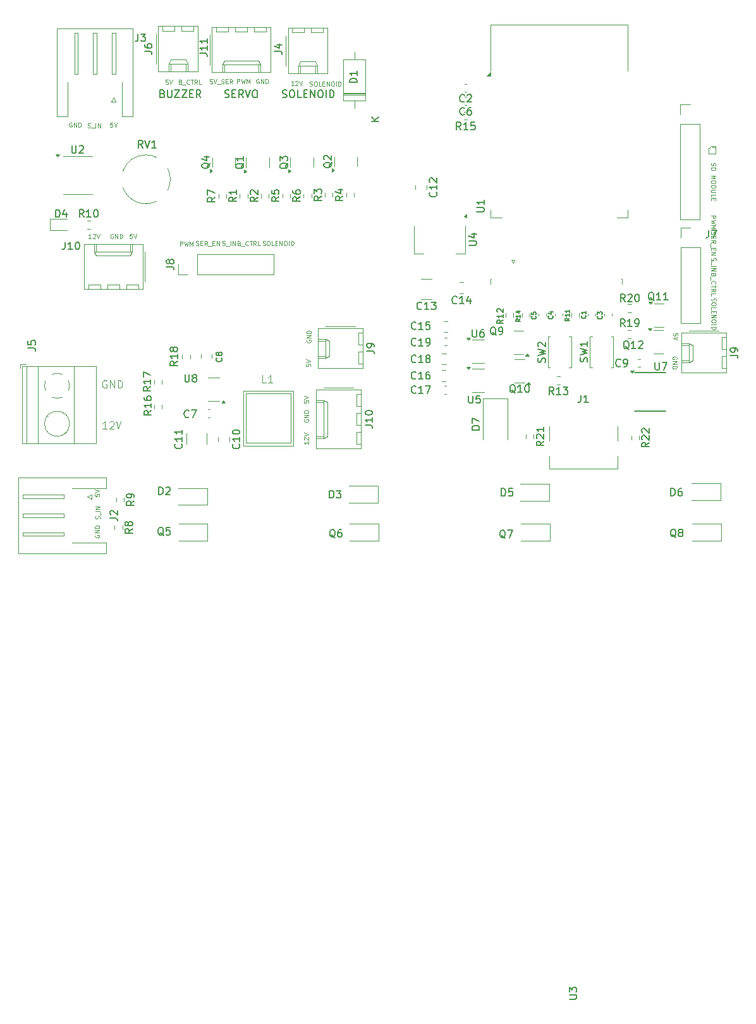
<source format=gbr>
%TF.GenerationSoftware,KiCad,Pcbnew,8.0.3*%
%TF.CreationDate,2025-03-22T09:10:22+07:00*%
%TF.ProjectId,ES32_SmartBox,45533332-5f53-46d6-9172-74426f782e6b,rev?*%
%TF.SameCoordinates,Original*%
%TF.FileFunction,Legend,Top*%
%TF.FilePolarity,Positive*%
%FSLAX46Y46*%
G04 Gerber Fmt 4.6, Leading zero omitted, Abs format (unit mm)*
G04 Created by KiCad (PCBNEW 8.0.3) date 2025-03-22 09:10:22*
%MOMM*%
%LPD*%
G01*
G04 APERTURE LIST*
%ADD10C,0.100000*%
%ADD11C,0.150000*%
%ADD12C,0.120000*%
G04 APERTURE END LIST*
D10*
X85003293Y-141121819D02*
X84431865Y-141121819D01*
X84717579Y-141121819D02*
X84717579Y-140121819D01*
X84717579Y-140121819D02*
X84622341Y-140264676D01*
X84622341Y-140264676D02*
X84527103Y-140359914D01*
X84527103Y-140359914D02*
X84431865Y-140407533D01*
X85384246Y-140217057D02*
X85431865Y-140169438D01*
X85431865Y-140169438D02*
X85527103Y-140121819D01*
X85527103Y-140121819D02*
X85765198Y-140121819D01*
X85765198Y-140121819D02*
X85860436Y-140169438D01*
X85860436Y-140169438D02*
X85908055Y-140217057D01*
X85908055Y-140217057D02*
X85955674Y-140312295D01*
X85955674Y-140312295D02*
X85955674Y-140407533D01*
X85955674Y-140407533D02*
X85908055Y-140550390D01*
X85908055Y-140550390D02*
X85336627Y-141121819D01*
X85336627Y-141121819D02*
X85955674Y-141121819D01*
X86241389Y-140121819D02*
X86574722Y-141121819D01*
X86574722Y-141121819D02*
X86908055Y-140121819D01*
X84977893Y-134657638D02*
X84882655Y-134610019D01*
X84882655Y-134610019D02*
X84739798Y-134610019D01*
X84739798Y-134610019D02*
X84596941Y-134657638D01*
X84596941Y-134657638D02*
X84501703Y-134752876D01*
X84501703Y-134752876D02*
X84454084Y-134848114D01*
X84454084Y-134848114D02*
X84406465Y-135038590D01*
X84406465Y-135038590D02*
X84406465Y-135181447D01*
X84406465Y-135181447D02*
X84454084Y-135371923D01*
X84454084Y-135371923D02*
X84501703Y-135467161D01*
X84501703Y-135467161D02*
X84596941Y-135562400D01*
X84596941Y-135562400D02*
X84739798Y-135610019D01*
X84739798Y-135610019D02*
X84835036Y-135610019D01*
X84835036Y-135610019D02*
X84977893Y-135562400D01*
X84977893Y-135562400D02*
X85025512Y-135514780D01*
X85025512Y-135514780D02*
X85025512Y-135181447D01*
X85025512Y-135181447D02*
X84835036Y-135181447D01*
X85454084Y-135610019D02*
X85454084Y-134610019D01*
X85454084Y-134610019D02*
X86025512Y-135610019D01*
X86025512Y-135610019D02*
X86025512Y-134610019D01*
X86501703Y-135610019D02*
X86501703Y-134610019D01*
X86501703Y-134610019D02*
X86739798Y-134610019D01*
X86739798Y-134610019D02*
X86882655Y-134657638D01*
X86882655Y-134657638D02*
X86977893Y-134752876D01*
X86977893Y-134752876D02*
X87025512Y-134848114D01*
X87025512Y-134848114D02*
X87073131Y-135038590D01*
X87073131Y-135038590D02*
X87073131Y-135181447D01*
X87073131Y-135181447D02*
X87025512Y-135371923D01*
X87025512Y-135371923D02*
X86977893Y-135467161D01*
X86977893Y-135467161D02*
X86882655Y-135562400D01*
X86882655Y-135562400D02*
X86739798Y-135610019D01*
X86739798Y-135610019D02*
X86501703Y-135610019D01*
X83449342Y-155306068D02*
X83420771Y-155363211D01*
X83420771Y-155363211D02*
X83420771Y-155448925D01*
X83420771Y-155448925D02*
X83449342Y-155534639D01*
X83449342Y-155534639D02*
X83506485Y-155591782D01*
X83506485Y-155591782D02*
X83563628Y-155620353D01*
X83563628Y-155620353D02*
X83677914Y-155648925D01*
X83677914Y-155648925D02*
X83763628Y-155648925D01*
X83763628Y-155648925D02*
X83877914Y-155620353D01*
X83877914Y-155620353D02*
X83935057Y-155591782D01*
X83935057Y-155591782D02*
X83992200Y-155534639D01*
X83992200Y-155534639D02*
X84020771Y-155448925D01*
X84020771Y-155448925D02*
X84020771Y-155391782D01*
X84020771Y-155391782D02*
X83992200Y-155306068D01*
X83992200Y-155306068D02*
X83963628Y-155277496D01*
X83963628Y-155277496D02*
X83763628Y-155277496D01*
X83763628Y-155277496D02*
X83763628Y-155391782D01*
X84020771Y-155020353D02*
X83420771Y-155020353D01*
X83420771Y-155020353D02*
X84020771Y-154677496D01*
X84020771Y-154677496D02*
X83420771Y-154677496D01*
X84020771Y-154391782D02*
X83420771Y-154391782D01*
X83420771Y-154391782D02*
X83420771Y-154248925D01*
X83420771Y-154248925D02*
X83449342Y-154163211D01*
X83449342Y-154163211D02*
X83506485Y-154106068D01*
X83506485Y-154106068D02*
X83563628Y-154077497D01*
X83563628Y-154077497D02*
X83677914Y-154048925D01*
X83677914Y-154048925D02*
X83763628Y-154048925D01*
X83763628Y-154048925D02*
X83877914Y-154077497D01*
X83877914Y-154077497D02*
X83935057Y-154106068D01*
X83935057Y-154106068D02*
X83992200Y-154163211D01*
X83992200Y-154163211D02*
X84020771Y-154248925D01*
X84020771Y-154248925D02*
X84020771Y-154391782D01*
X84068400Y-153159725D02*
X84096971Y-153074011D01*
X84096971Y-153074011D02*
X84096971Y-152931153D01*
X84096971Y-152931153D02*
X84068400Y-152874011D01*
X84068400Y-152874011D02*
X84039828Y-152845439D01*
X84039828Y-152845439D02*
X83982685Y-152816868D01*
X83982685Y-152816868D02*
X83925542Y-152816868D01*
X83925542Y-152816868D02*
X83868400Y-152845439D01*
X83868400Y-152845439D02*
X83839828Y-152874011D01*
X83839828Y-152874011D02*
X83811257Y-152931153D01*
X83811257Y-152931153D02*
X83782685Y-153045439D01*
X83782685Y-153045439D02*
X83754114Y-153102582D01*
X83754114Y-153102582D02*
X83725542Y-153131153D01*
X83725542Y-153131153D02*
X83668400Y-153159725D01*
X83668400Y-153159725D02*
X83611257Y-153159725D01*
X83611257Y-153159725D02*
X83554114Y-153131153D01*
X83554114Y-153131153D02*
X83525542Y-153102582D01*
X83525542Y-153102582D02*
X83496971Y-153045439D01*
X83496971Y-153045439D02*
X83496971Y-152902582D01*
X83496971Y-152902582D02*
X83525542Y-152816868D01*
X84154114Y-152702582D02*
X84154114Y-152245439D01*
X84096971Y-152102581D02*
X83496971Y-152102581D01*
X84096971Y-151816867D02*
X83496971Y-151816867D01*
X83496971Y-151816867D02*
X84096971Y-151474010D01*
X84096971Y-151474010D02*
X83496971Y-151474010D01*
X83420771Y-149822839D02*
X83420771Y-150108553D01*
X83420771Y-150108553D02*
X83706485Y-150137125D01*
X83706485Y-150137125D02*
X83677914Y-150108553D01*
X83677914Y-150108553D02*
X83649342Y-150051411D01*
X83649342Y-150051411D02*
X83649342Y-149908553D01*
X83649342Y-149908553D02*
X83677914Y-149851411D01*
X83677914Y-149851411D02*
X83706485Y-149822839D01*
X83706485Y-149822839D02*
X83763628Y-149794268D01*
X83763628Y-149794268D02*
X83906485Y-149794268D01*
X83906485Y-149794268D02*
X83963628Y-149822839D01*
X83963628Y-149822839D02*
X83992200Y-149851411D01*
X83992200Y-149851411D02*
X84020771Y-149908553D01*
X84020771Y-149908553D02*
X84020771Y-150051411D01*
X84020771Y-150051411D02*
X83992200Y-150108553D01*
X83992200Y-150108553D02*
X83963628Y-150137125D01*
X83420771Y-149622839D02*
X84020771Y-149422839D01*
X84020771Y-149422839D02*
X83420771Y-149222839D01*
X111690971Y-132423839D02*
X111690971Y-132709553D01*
X111690971Y-132709553D02*
X111976685Y-132738125D01*
X111976685Y-132738125D02*
X111948114Y-132709553D01*
X111948114Y-132709553D02*
X111919542Y-132652411D01*
X111919542Y-132652411D02*
X111919542Y-132509553D01*
X111919542Y-132509553D02*
X111948114Y-132452411D01*
X111948114Y-132452411D02*
X111976685Y-132423839D01*
X111976685Y-132423839D02*
X112033828Y-132395268D01*
X112033828Y-132395268D02*
X112176685Y-132395268D01*
X112176685Y-132395268D02*
X112233828Y-132423839D01*
X112233828Y-132423839D02*
X112262400Y-132452411D01*
X112262400Y-132452411D02*
X112290971Y-132509553D01*
X112290971Y-132509553D02*
X112290971Y-132652411D01*
X112290971Y-132652411D02*
X112262400Y-132709553D01*
X112262400Y-132709553D02*
X112233828Y-132738125D01*
X111690971Y-132223839D02*
X112290971Y-132023839D01*
X112290971Y-132023839D02*
X111690971Y-131823839D01*
X111795742Y-129220268D02*
X111767171Y-129277411D01*
X111767171Y-129277411D02*
X111767171Y-129363125D01*
X111767171Y-129363125D02*
X111795742Y-129448839D01*
X111795742Y-129448839D02*
X111852885Y-129505982D01*
X111852885Y-129505982D02*
X111910028Y-129534553D01*
X111910028Y-129534553D02*
X112024314Y-129563125D01*
X112024314Y-129563125D02*
X112110028Y-129563125D01*
X112110028Y-129563125D02*
X112224314Y-129534553D01*
X112224314Y-129534553D02*
X112281457Y-129505982D01*
X112281457Y-129505982D02*
X112338600Y-129448839D01*
X112338600Y-129448839D02*
X112367171Y-129363125D01*
X112367171Y-129363125D02*
X112367171Y-129305982D01*
X112367171Y-129305982D02*
X112338600Y-129220268D01*
X112338600Y-129220268D02*
X112310028Y-129191696D01*
X112310028Y-129191696D02*
X112110028Y-129191696D01*
X112110028Y-129191696D02*
X112110028Y-129305982D01*
X112367171Y-128934553D02*
X111767171Y-128934553D01*
X111767171Y-128934553D02*
X112367171Y-128591696D01*
X112367171Y-128591696D02*
X111767171Y-128591696D01*
X112367171Y-128305982D02*
X111767171Y-128305982D01*
X111767171Y-128305982D02*
X111767171Y-128163125D01*
X111767171Y-128163125D02*
X111795742Y-128077411D01*
X111795742Y-128077411D02*
X111852885Y-128020268D01*
X111852885Y-128020268D02*
X111910028Y-127991697D01*
X111910028Y-127991697D02*
X112024314Y-127963125D01*
X112024314Y-127963125D02*
X112110028Y-127963125D01*
X112110028Y-127963125D02*
X112224314Y-127991697D01*
X112224314Y-127991697D02*
X112281457Y-128020268D01*
X112281457Y-128020268D02*
X112338600Y-128077411D01*
X112338600Y-128077411D02*
X112367171Y-128163125D01*
X112367171Y-128163125D02*
X112367171Y-128305982D01*
X111436971Y-137300639D02*
X111436971Y-137586353D01*
X111436971Y-137586353D02*
X111722685Y-137614925D01*
X111722685Y-137614925D02*
X111694114Y-137586353D01*
X111694114Y-137586353D02*
X111665542Y-137529211D01*
X111665542Y-137529211D02*
X111665542Y-137386353D01*
X111665542Y-137386353D02*
X111694114Y-137329211D01*
X111694114Y-137329211D02*
X111722685Y-137300639D01*
X111722685Y-137300639D02*
X111779828Y-137272068D01*
X111779828Y-137272068D02*
X111922685Y-137272068D01*
X111922685Y-137272068D02*
X111979828Y-137300639D01*
X111979828Y-137300639D02*
X112008400Y-137329211D01*
X112008400Y-137329211D02*
X112036971Y-137386353D01*
X112036971Y-137386353D02*
X112036971Y-137529211D01*
X112036971Y-137529211D02*
X112008400Y-137586353D01*
X112008400Y-137586353D02*
X111979828Y-137614925D01*
X111436971Y-137100639D02*
X112036971Y-136900639D01*
X112036971Y-136900639D02*
X111436971Y-136700639D01*
X112036971Y-142783868D02*
X112036971Y-143126725D01*
X112036971Y-142955296D02*
X111436971Y-142955296D01*
X111436971Y-142955296D02*
X111522685Y-143012439D01*
X111522685Y-143012439D02*
X111579828Y-143069582D01*
X111579828Y-143069582D02*
X111608400Y-143126725D01*
X111494114Y-142555296D02*
X111465542Y-142526724D01*
X111465542Y-142526724D02*
X111436971Y-142469582D01*
X111436971Y-142469582D02*
X111436971Y-142326724D01*
X111436971Y-142326724D02*
X111465542Y-142269582D01*
X111465542Y-142269582D02*
X111494114Y-142241010D01*
X111494114Y-142241010D02*
X111551257Y-142212439D01*
X111551257Y-142212439D02*
X111608400Y-142212439D01*
X111608400Y-142212439D02*
X111694114Y-142241010D01*
X111694114Y-142241010D02*
X112036971Y-142583867D01*
X112036971Y-142583867D02*
X112036971Y-142212439D01*
X111436971Y-142041010D02*
X112036971Y-141841010D01*
X112036971Y-141841010D02*
X111436971Y-141641010D01*
X111465542Y-139862868D02*
X111436971Y-139920011D01*
X111436971Y-139920011D02*
X111436971Y-140005725D01*
X111436971Y-140005725D02*
X111465542Y-140091439D01*
X111465542Y-140091439D02*
X111522685Y-140148582D01*
X111522685Y-140148582D02*
X111579828Y-140177153D01*
X111579828Y-140177153D02*
X111694114Y-140205725D01*
X111694114Y-140205725D02*
X111779828Y-140205725D01*
X111779828Y-140205725D02*
X111894114Y-140177153D01*
X111894114Y-140177153D02*
X111951257Y-140148582D01*
X111951257Y-140148582D02*
X112008400Y-140091439D01*
X112008400Y-140091439D02*
X112036971Y-140005725D01*
X112036971Y-140005725D02*
X112036971Y-139948582D01*
X112036971Y-139948582D02*
X112008400Y-139862868D01*
X112008400Y-139862868D02*
X111979828Y-139834296D01*
X111979828Y-139834296D02*
X111779828Y-139834296D01*
X111779828Y-139834296D02*
X111779828Y-139948582D01*
X112036971Y-139577153D02*
X111436971Y-139577153D01*
X111436971Y-139577153D02*
X112036971Y-139234296D01*
X112036971Y-139234296D02*
X111436971Y-139234296D01*
X112036971Y-138948582D02*
X111436971Y-138948582D01*
X111436971Y-138948582D02*
X111436971Y-138805725D01*
X111436971Y-138805725D02*
X111465542Y-138720011D01*
X111465542Y-138720011D02*
X111522685Y-138662868D01*
X111522685Y-138662868D02*
X111579828Y-138634297D01*
X111579828Y-138634297D02*
X111694114Y-138605725D01*
X111694114Y-138605725D02*
X111779828Y-138605725D01*
X111779828Y-138605725D02*
X111894114Y-138634297D01*
X111894114Y-138634297D02*
X111951257Y-138662868D01*
X111951257Y-138662868D02*
X112008400Y-138720011D01*
X112008400Y-138720011D02*
X112036971Y-138805725D01*
X112036971Y-138805725D02*
X112036971Y-138948582D01*
X161435228Y-128586560D02*
X161435228Y-128300846D01*
X161435228Y-128300846D02*
X161149514Y-128272274D01*
X161149514Y-128272274D02*
X161178085Y-128300846D01*
X161178085Y-128300846D02*
X161206657Y-128357989D01*
X161206657Y-128357989D02*
X161206657Y-128500846D01*
X161206657Y-128500846D02*
X161178085Y-128557989D01*
X161178085Y-128557989D02*
X161149514Y-128586560D01*
X161149514Y-128586560D02*
X161092371Y-128615131D01*
X161092371Y-128615131D02*
X160949514Y-128615131D01*
X160949514Y-128615131D02*
X160892371Y-128586560D01*
X160892371Y-128586560D02*
X160863800Y-128557989D01*
X160863800Y-128557989D02*
X160835228Y-128500846D01*
X160835228Y-128500846D02*
X160835228Y-128357989D01*
X160835228Y-128357989D02*
X160863800Y-128300846D01*
X160863800Y-128300846D02*
X160892371Y-128272274D01*
X161435228Y-128786560D02*
X160835228Y-128986560D01*
X160835228Y-128986560D02*
X161435228Y-129186560D01*
X161330457Y-131790131D02*
X161359028Y-131732989D01*
X161359028Y-131732989D02*
X161359028Y-131647274D01*
X161359028Y-131647274D02*
X161330457Y-131561560D01*
X161330457Y-131561560D02*
X161273314Y-131504417D01*
X161273314Y-131504417D02*
X161216171Y-131475846D01*
X161216171Y-131475846D02*
X161101885Y-131447274D01*
X161101885Y-131447274D02*
X161016171Y-131447274D01*
X161016171Y-131447274D02*
X160901885Y-131475846D01*
X160901885Y-131475846D02*
X160844742Y-131504417D01*
X160844742Y-131504417D02*
X160787600Y-131561560D01*
X160787600Y-131561560D02*
X160759028Y-131647274D01*
X160759028Y-131647274D02*
X160759028Y-131704417D01*
X160759028Y-131704417D02*
X160787600Y-131790131D01*
X160787600Y-131790131D02*
X160816171Y-131818703D01*
X160816171Y-131818703D02*
X161016171Y-131818703D01*
X161016171Y-131818703D02*
X161016171Y-131704417D01*
X160759028Y-132075846D02*
X161359028Y-132075846D01*
X161359028Y-132075846D02*
X160759028Y-132418703D01*
X160759028Y-132418703D02*
X161359028Y-132418703D01*
X160759028Y-132704417D02*
X161359028Y-132704417D01*
X161359028Y-132704417D02*
X161359028Y-132847274D01*
X161359028Y-132847274D02*
X161330457Y-132932988D01*
X161330457Y-132932988D02*
X161273314Y-132990131D01*
X161273314Y-132990131D02*
X161216171Y-133018702D01*
X161216171Y-133018702D02*
X161101885Y-133047274D01*
X161101885Y-133047274D02*
X161016171Y-133047274D01*
X161016171Y-133047274D02*
X160901885Y-133018702D01*
X160901885Y-133018702D02*
X160844742Y-132990131D01*
X160844742Y-132990131D02*
X160787600Y-132932988D01*
X160787600Y-132932988D02*
X160759028Y-132847274D01*
X160759028Y-132847274D02*
X160759028Y-132704417D01*
X165969200Y-105539274D02*
X165940628Y-105624989D01*
X165940628Y-105624989D02*
X165940628Y-105767846D01*
X165940628Y-105767846D02*
X165969200Y-105824989D01*
X165969200Y-105824989D02*
X165997771Y-105853560D01*
X165997771Y-105853560D02*
X166054914Y-105882131D01*
X166054914Y-105882131D02*
X166112057Y-105882131D01*
X166112057Y-105882131D02*
X166169200Y-105853560D01*
X166169200Y-105853560D02*
X166197771Y-105824989D01*
X166197771Y-105824989D02*
X166226342Y-105767846D01*
X166226342Y-105767846D02*
X166254914Y-105653560D01*
X166254914Y-105653560D02*
X166283485Y-105596417D01*
X166283485Y-105596417D02*
X166312057Y-105567846D01*
X166312057Y-105567846D02*
X166369200Y-105539274D01*
X166369200Y-105539274D02*
X166426342Y-105539274D01*
X166426342Y-105539274D02*
X166483485Y-105567846D01*
X166483485Y-105567846D02*
X166512057Y-105596417D01*
X166512057Y-105596417D02*
X166540628Y-105653560D01*
X166540628Y-105653560D02*
X166540628Y-105796417D01*
X166540628Y-105796417D02*
X166512057Y-105882131D01*
X165940628Y-106139275D02*
X166540628Y-106139275D01*
X166540628Y-106139275D02*
X166540628Y-106282132D01*
X166540628Y-106282132D02*
X166512057Y-106367846D01*
X166512057Y-106367846D02*
X166454914Y-106424989D01*
X166454914Y-106424989D02*
X166397771Y-106453560D01*
X166397771Y-106453560D02*
X166283485Y-106482132D01*
X166283485Y-106482132D02*
X166197771Y-106482132D01*
X166197771Y-106482132D02*
X166083485Y-106453560D01*
X166083485Y-106453560D02*
X166026342Y-106424989D01*
X166026342Y-106424989D02*
X165969200Y-106367846D01*
X165969200Y-106367846D02*
X165940628Y-106282132D01*
X165940628Y-106282132D02*
X165940628Y-106139275D01*
X165940628Y-107196418D02*
X166540628Y-107196418D01*
X166540628Y-107196418D02*
X166112057Y-107396418D01*
X166112057Y-107396418D02*
X166540628Y-107596418D01*
X166540628Y-107596418D02*
X165940628Y-107596418D01*
X166540628Y-107996417D02*
X166540628Y-108110703D01*
X166540628Y-108110703D02*
X166512057Y-108167846D01*
X166512057Y-108167846D02*
X166454914Y-108224989D01*
X166454914Y-108224989D02*
X166340628Y-108253560D01*
X166340628Y-108253560D02*
X166140628Y-108253560D01*
X166140628Y-108253560D02*
X166026342Y-108224989D01*
X166026342Y-108224989D02*
X165969200Y-108167846D01*
X165969200Y-108167846D02*
X165940628Y-108110703D01*
X165940628Y-108110703D02*
X165940628Y-107996417D01*
X165940628Y-107996417D02*
X165969200Y-107939275D01*
X165969200Y-107939275D02*
X166026342Y-107882132D01*
X166026342Y-107882132D02*
X166140628Y-107853560D01*
X166140628Y-107853560D02*
X166340628Y-107853560D01*
X166340628Y-107853560D02*
X166454914Y-107882132D01*
X166454914Y-107882132D02*
X166512057Y-107939275D01*
X166512057Y-107939275D02*
X166540628Y-107996417D01*
X165940628Y-108510703D02*
X166540628Y-108510703D01*
X166540628Y-108510703D02*
X166540628Y-108653560D01*
X166540628Y-108653560D02*
X166512057Y-108739274D01*
X166512057Y-108739274D02*
X166454914Y-108796417D01*
X166454914Y-108796417D02*
X166397771Y-108824988D01*
X166397771Y-108824988D02*
X166283485Y-108853560D01*
X166283485Y-108853560D02*
X166197771Y-108853560D01*
X166197771Y-108853560D02*
X166083485Y-108824988D01*
X166083485Y-108824988D02*
X166026342Y-108796417D01*
X166026342Y-108796417D02*
X165969200Y-108739274D01*
X165969200Y-108739274D02*
X165940628Y-108653560D01*
X165940628Y-108653560D02*
X165940628Y-108510703D01*
X166540628Y-109110703D02*
X166054914Y-109110703D01*
X166054914Y-109110703D02*
X165997771Y-109139274D01*
X165997771Y-109139274D02*
X165969200Y-109167846D01*
X165969200Y-109167846D02*
X165940628Y-109224988D01*
X165940628Y-109224988D02*
X165940628Y-109339274D01*
X165940628Y-109339274D02*
X165969200Y-109396417D01*
X165969200Y-109396417D02*
X165997771Y-109424988D01*
X165997771Y-109424988D02*
X166054914Y-109453560D01*
X166054914Y-109453560D02*
X166540628Y-109453560D01*
X165940628Y-110024988D02*
X165940628Y-109739274D01*
X165940628Y-109739274D02*
X166540628Y-109739274D01*
X166254914Y-110224988D02*
X166254914Y-110424988D01*
X165940628Y-110510702D02*
X165940628Y-110224988D01*
X165940628Y-110224988D02*
X166540628Y-110224988D01*
X166540628Y-110224988D02*
X166540628Y-110510702D01*
X166090600Y-103378000D02*
X166471600Y-103378000D01*
X166090600Y-103276400D02*
X166090600Y-103378000D01*
X166522400Y-103251000D02*
X165989000Y-103251000D01*
X166522400Y-104267000D02*
X166522400Y-103251000D01*
X165608000Y-104267000D02*
X166522400Y-104267000D01*
X165608000Y-103530400D02*
X165608000Y-104267000D01*
X165811200Y-103530400D02*
X165608000Y-103530400D01*
X165989000Y-103251000D02*
X165811200Y-103530400D01*
X165915228Y-112578246D02*
X166515228Y-112578246D01*
X166515228Y-112578246D02*
X166515228Y-112806817D01*
X166515228Y-112806817D02*
X166486657Y-112863960D01*
X166486657Y-112863960D02*
X166458085Y-112892531D01*
X166458085Y-112892531D02*
X166400942Y-112921103D01*
X166400942Y-112921103D02*
X166315228Y-112921103D01*
X166315228Y-112921103D02*
X166258085Y-112892531D01*
X166258085Y-112892531D02*
X166229514Y-112863960D01*
X166229514Y-112863960D02*
X166200942Y-112806817D01*
X166200942Y-112806817D02*
X166200942Y-112578246D01*
X166515228Y-113121103D02*
X165915228Y-113263960D01*
X165915228Y-113263960D02*
X166343800Y-113378246D01*
X166343800Y-113378246D02*
X165915228Y-113492531D01*
X165915228Y-113492531D02*
X166515228Y-113635389D01*
X165915228Y-113863960D02*
X166515228Y-113863960D01*
X166515228Y-113863960D02*
X166086657Y-114063960D01*
X166086657Y-114063960D02*
X166515228Y-114263960D01*
X166515228Y-114263960D02*
X165915228Y-114263960D01*
X165994600Y-114708674D02*
X165966028Y-114794389D01*
X165966028Y-114794389D02*
X165966028Y-114937246D01*
X165966028Y-114937246D02*
X165994600Y-114994389D01*
X165994600Y-114994389D02*
X166023171Y-115022960D01*
X166023171Y-115022960D02*
X166080314Y-115051531D01*
X166080314Y-115051531D02*
X166137457Y-115051531D01*
X166137457Y-115051531D02*
X166194600Y-115022960D01*
X166194600Y-115022960D02*
X166223171Y-114994389D01*
X166223171Y-114994389D02*
X166251742Y-114937246D01*
X166251742Y-114937246D02*
X166280314Y-114822960D01*
X166280314Y-114822960D02*
X166308885Y-114765817D01*
X166308885Y-114765817D02*
X166337457Y-114737246D01*
X166337457Y-114737246D02*
X166394600Y-114708674D01*
X166394600Y-114708674D02*
X166451742Y-114708674D01*
X166451742Y-114708674D02*
X166508885Y-114737246D01*
X166508885Y-114737246D02*
X166537457Y-114765817D01*
X166537457Y-114765817D02*
X166566028Y-114822960D01*
X166566028Y-114822960D02*
X166566028Y-114965817D01*
X166566028Y-114965817D02*
X166537457Y-115051531D01*
X166280314Y-115308675D02*
X166280314Y-115508675D01*
X165966028Y-115594389D02*
X165966028Y-115308675D01*
X165966028Y-115308675D02*
X166566028Y-115308675D01*
X166566028Y-115308675D02*
X166566028Y-115594389D01*
X165966028Y-116194389D02*
X166251742Y-115994389D01*
X165966028Y-115851532D02*
X166566028Y-115851532D01*
X166566028Y-115851532D02*
X166566028Y-116080103D01*
X166566028Y-116080103D02*
X166537457Y-116137246D01*
X166537457Y-116137246D02*
X166508885Y-116165817D01*
X166508885Y-116165817D02*
X166451742Y-116194389D01*
X166451742Y-116194389D02*
X166366028Y-116194389D01*
X166366028Y-116194389D02*
X166308885Y-116165817D01*
X166308885Y-116165817D02*
X166280314Y-116137246D01*
X166280314Y-116137246D02*
X166251742Y-116080103D01*
X166251742Y-116080103D02*
X166251742Y-115851532D01*
X165908885Y-116308675D02*
X165908885Y-116765817D01*
X166280314Y-116908675D02*
X166280314Y-117108675D01*
X165966028Y-117194389D02*
X165966028Y-116908675D01*
X165966028Y-116908675D02*
X166566028Y-116908675D01*
X166566028Y-116908675D02*
X166566028Y-117194389D01*
X165966028Y-117451532D02*
X166566028Y-117451532D01*
X166566028Y-117451532D02*
X165966028Y-117794389D01*
X165966028Y-117794389D02*
X166566028Y-117794389D01*
X166020000Y-123624074D02*
X165991428Y-123709789D01*
X165991428Y-123709789D02*
X165991428Y-123852646D01*
X165991428Y-123852646D02*
X166020000Y-123909789D01*
X166020000Y-123909789D02*
X166048571Y-123938360D01*
X166048571Y-123938360D02*
X166105714Y-123966931D01*
X166105714Y-123966931D02*
X166162857Y-123966931D01*
X166162857Y-123966931D02*
X166220000Y-123938360D01*
X166220000Y-123938360D02*
X166248571Y-123909789D01*
X166248571Y-123909789D02*
X166277142Y-123852646D01*
X166277142Y-123852646D02*
X166305714Y-123738360D01*
X166305714Y-123738360D02*
X166334285Y-123681217D01*
X166334285Y-123681217D02*
X166362857Y-123652646D01*
X166362857Y-123652646D02*
X166420000Y-123624074D01*
X166420000Y-123624074D02*
X166477142Y-123624074D01*
X166477142Y-123624074D02*
X166534285Y-123652646D01*
X166534285Y-123652646D02*
X166562857Y-123681217D01*
X166562857Y-123681217D02*
X166591428Y-123738360D01*
X166591428Y-123738360D02*
X166591428Y-123881217D01*
X166591428Y-123881217D02*
X166562857Y-123966931D01*
X166591428Y-124338360D02*
X166591428Y-124452646D01*
X166591428Y-124452646D02*
X166562857Y-124509789D01*
X166562857Y-124509789D02*
X166505714Y-124566932D01*
X166505714Y-124566932D02*
X166391428Y-124595503D01*
X166391428Y-124595503D02*
X166191428Y-124595503D01*
X166191428Y-124595503D02*
X166077142Y-124566932D01*
X166077142Y-124566932D02*
X166020000Y-124509789D01*
X166020000Y-124509789D02*
X165991428Y-124452646D01*
X165991428Y-124452646D02*
X165991428Y-124338360D01*
X165991428Y-124338360D02*
X166020000Y-124281218D01*
X166020000Y-124281218D02*
X166077142Y-124224075D01*
X166077142Y-124224075D02*
X166191428Y-124195503D01*
X166191428Y-124195503D02*
X166391428Y-124195503D01*
X166391428Y-124195503D02*
X166505714Y-124224075D01*
X166505714Y-124224075D02*
X166562857Y-124281218D01*
X166562857Y-124281218D02*
X166591428Y-124338360D01*
X165991428Y-125138360D02*
X165991428Y-124852646D01*
X165991428Y-124852646D02*
X166591428Y-124852646D01*
X166305714Y-125338360D02*
X166305714Y-125538360D01*
X165991428Y-125624074D02*
X165991428Y-125338360D01*
X165991428Y-125338360D02*
X166591428Y-125338360D01*
X166591428Y-125338360D02*
X166591428Y-125624074D01*
X165991428Y-125881217D02*
X166591428Y-125881217D01*
X166591428Y-125881217D02*
X165991428Y-126224074D01*
X165991428Y-126224074D02*
X166591428Y-126224074D01*
X166591428Y-126624073D02*
X166591428Y-126738359D01*
X166591428Y-126738359D02*
X166562857Y-126795502D01*
X166562857Y-126795502D02*
X166505714Y-126852645D01*
X166505714Y-126852645D02*
X166391428Y-126881216D01*
X166391428Y-126881216D02*
X166191428Y-126881216D01*
X166191428Y-126881216D02*
X166077142Y-126852645D01*
X166077142Y-126852645D02*
X166020000Y-126795502D01*
X166020000Y-126795502D02*
X165991428Y-126738359D01*
X165991428Y-126738359D02*
X165991428Y-126624073D01*
X165991428Y-126624073D02*
X166020000Y-126566931D01*
X166020000Y-126566931D02*
X166077142Y-126509788D01*
X166077142Y-126509788D02*
X166191428Y-126481216D01*
X166191428Y-126481216D02*
X166391428Y-126481216D01*
X166391428Y-126481216D02*
X166505714Y-126509788D01*
X166505714Y-126509788D02*
X166562857Y-126566931D01*
X166562857Y-126566931D02*
X166591428Y-126624073D01*
X165991428Y-127138359D02*
X166591428Y-127138359D01*
X165991428Y-127424073D02*
X166591428Y-127424073D01*
X166591428Y-127424073D02*
X166591428Y-127566930D01*
X166591428Y-127566930D02*
X166562857Y-127652644D01*
X166562857Y-127652644D02*
X166505714Y-127709787D01*
X166505714Y-127709787D02*
X166448571Y-127738358D01*
X166448571Y-127738358D02*
X166334285Y-127766930D01*
X166334285Y-127766930D02*
X166248571Y-127766930D01*
X166248571Y-127766930D02*
X166134285Y-127738358D01*
X166134285Y-127738358D02*
X166077142Y-127709787D01*
X166077142Y-127709787D02*
X166020000Y-127652644D01*
X166020000Y-127652644D02*
X165991428Y-127566930D01*
X165991428Y-127566930D02*
X165991428Y-127424073D01*
X166254914Y-120474446D02*
X166226342Y-120560160D01*
X166226342Y-120560160D02*
X166197771Y-120588731D01*
X166197771Y-120588731D02*
X166140628Y-120617303D01*
X166140628Y-120617303D02*
X166054914Y-120617303D01*
X166054914Y-120617303D02*
X165997771Y-120588731D01*
X165997771Y-120588731D02*
X165969200Y-120560160D01*
X165969200Y-120560160D02*
X165940628Y-120503017D01*
X165940628Y-120503017D02*
X165940628Y-120274446D01*
X165940628Y-120274446D02*
X166540628Y-120274446D01*
X166540628Y-120274446D02*
X166540628Y-120474446D01*
X166540628Y-120474446D02*
X166512057Y-120531589D01*
X166512057Y-120531589D02*
X166483485Y-120560160D01*
X166483485Y-120560160D02*
X166426342Y-120588731D01*
X166426342Y-120588731D02*
X166369200Y-120588731D01*
X166369200Y-120588731D02*
X166312057Y-120560160D01*
X166312057Y-120560160D02*
X166283485Y-120531589D01*
X166283485Y-120531589D02*
X166254914Y-120474446D01*
X166254914Y-120474446D02*
X166254914Y-120274446D01*
X165883485Y-120731589D02*
X165883485Y-121188731D01*
X165997771Y-121674446D02*
X165969200Y-121645874D01*
X165969200Y-121645874D02*
X165940628Y-121560160D01*
X165940628Y-121560160D02*
X165940628Y-121503017D01*
X165940628Y-121503017D02*
X165969200Y-121417303D01*
X165969200Y-121417303D02*
X166026342Y-121360160D01*
X166026342Y-121360160D02*
X166083485Y-121331589D01*
X166083485Y-121331589D02*
X166197771Y-121303017D01*
X166197771Y-121303017D02*
X166283485Y-121303017D01*
X166283485Y-121303017D02*
X166397771Y-121331589D01*
X166397771Y-121331589D02*
X166454914Y-121360160D01*
X166454914Y-121360160D02*
X166512057Y-121417303D01*
X166512057Y-121417303D02*
X166540628Y-121503017D01*
X166540628Y-121503017D02*
X166540628Y-121560160D01*
X166540628Y-121560160D02*
X166512057Y-121645874D01*
X166512057Y-121645874D02*
X166483485Y-121674446D01*
X166540628Y-121845874D02*
X166540628Y-122188732D01*
X165940628Y-122017303D02*
X166540628Y-122017303D01*
X165940628Y-122731589D02*
X166226342Y-122531589D01*
X165940628Y-122388732D02*
X166540628Y-122388732D01*
X166540628Y-122388732D02*
X166540628Y-122617303D01*
X166540628Y-122617303D02*
X166512057Y-122674446D01*
X166512057Y-122674446D02*
X166483485Y-122703017D01*
X166483485Y-122703017D02*
X166426342Y-122731589D01*
X166426342Y-122731589D02*
X166340628Y-122731589D01*
X166340628Y-122731589D02*
X166283485Y-122703017D01*
X166283485Y-122703017D02*
X166254914Y-122674446D01*
X166254914Y-122674446D02*
X166226342Y-122617303D01*
X166226342Y-122617303D02*
X166226342Y-122388732D01*
X165940628Y-123274446D02*
X165940628Y-122988732D01*
X165940628Y-122988732D02*
X166540628Y-122988732D01*
X166020000Y-118239274D02*
X165991428Y-118324989D01*
X165991428Y-118324989D02*
X165991428Y-118467846D01*
X165991428Y-118467846D02*
X166020000Y-118524989D01*
X166020000Y-118524989D02*
X166048571Y-118553560D01*
X166048571Y-118553560D02*
X166105714Y-118582131D01*
X166105714Y-118582131D02*
X166162857Y-118582131D01*
X166162857Y-118582131D02*
X166220000Y-118553560D01*
X166220000Y-118553560D02*
X166248571Y-118524989D01*
X166248571Y-118524989D02*
X166277142Y-118467846D01*
X166277142Y-118467846D02*
X166305714Y-118353560D01*
X166305714Y-118353560D02*
X166334285Y-118296417D01*
X166334285Y-118296417D02*
X166362857Y-118267846D01*
X166362857Y-118267846D02*
X166420000Y-118239274D01*
X166420000Y-118239274D02*
X166477142Y-118239274D01*
X166477142Y-118239274D02*
X166534285Y-118267846D01*
X166534285Y-118267846D02*
X166562857Y-118296417D01*
X166562857Y-118296417D02*
X166591428Y-118353560D01*
X166591428Y-118353560D02*
X166591428Y-118496417D01*
X166591428Y-118496417D02*
X166562857Y-118582131D01*
X165934285Y-118696418D02*
X165934285Y-119153560D01*
X165991428Y-119296418D02*
X166591428Y-119296418D01*
X165991428Y-119582132D02*
X166591428Y-119582132D01*
X166591428Y-119582132D02*
X165991428Y-119924989D01*
X165991428Y-119924989D02*
X166591428Y-119924989D01*
D11*
X108536219Y-96698600D02*
X108679076Y-96746219D01*
X108679076Y-96746219D02*
X108917171Y-96746219D01*
X108917171Y-96746219D02*
X109012409Y-96698600D01*
X109012409Y-96698600D02*
X109060028Y-96650980D01*
X109060028Y-96650980D02*
X109107647Y-96555742D01*
X109107647Y-96555742D02*
X109107647Y-96460504D01*
X109107647Y-96460504D02*
X109060028Y-96365266D01*
X109060028Y-96365266D02*
X109012409Y-96317647D01*
X109012409Y-96317647D02*
X108917171Y-96270028D01*
X108917171Y-96270028D02*
X108726695Y-96222409D01*
X108726695Y-96222409D02*
X108631457Y-96174790D01*
X108631457Y-96174790D02*
X108583838Y-96127171D01*
X108583838Y-96127171D02*
X108536219Y-96031933D01*
X108536219Y-96031933D02*
X108536219Y-95936695D01*
X108536219Y-95936695D02*
X108583838Y-95841457D01*
X108583838Y-95841457D02*
X108631457Y-95793838D01*
X108631457Y-95793838D02*
X108726695Y-95746219D01*
X108726695Y-95746219D02*
X108964790Y-95746219D01*
X108964790Y-95746219D02*
X109107647Y-95793838D01*
X109726695Y-95746219D02*
X109917171Y-95746219D01*
X109917171Y-95746219D02*
X110012409Y-95793838D01*
X110012409Y-95793838D02*
X110107647Y-95889076D01*
X110107647Y-95889076D02*
X110155266Y-96079552D01*
X110155266Y-96079552D02*
X110155266Y-96412885D01*
X110155266Y-96412885D02*
X110107647Y-96603361D01*
X110107647Y-96603361D02*
X110012409Y-96698600D01*
X110012409Y-96698600D02*
X109917171Y-96746219D01*
X109917171Y-96746219D02*
X109726695Y-96746219D01*
X109726695Y-96746219D02*
X109631457Y-96698600D01*
X109631457Y-96698600D02*
X109536219Y-96603361D01*
X109536219Y-96603361D02*
X109488600Y-96412885D01*
X109488600Y-96412885D02*
X109488600Y-96079552D01*
X109488600Y-96079552D02*
X109536219Y-95889076D01*
X109536219Y-95889076D02*
X109631457Y-95793838D01*
X109631457Y-95793838D02*
X109726695Y-95746219D01*
X111060028Y-96746219D02*
X110583838Y-96746219D01*
X110583838Y-96746219D02*
X110583838Y-95746219D01*
X111393362Y-96222409D02*
X111726695Y-96222409D01*
X111869552Y-96746219D02*
X111393362Y-96746219D01*
X111393362Y-96746219D02*
X111393362Y-95746219D01*
X111393362Y-95746219D02*
X111869552Y-95746219D01*
X112298124Y-96746219D02*
X112298124Y-95746219D01*
X112298124Y-95746219D02*
X112869552Y-96746219D01*
X112869552Y-96746219D02*
X112869552Y-95746219D01*
X113536219Y-95746219D02*
X113726695Y-95746219D01*
X113726695Y-95746219D02*
X113821933Y-95793838D01*
X113821933Y-95793838D02*
X113917171Y-95889076D01*
X113917171Y-95889076D02*
X113964790Y-96079552D01*
X113964790Y-96079552D02*
X113964790Y-96412885D01*
X113964790Y-96412885D02*
X113917171Y-96603361D01*
X113917171Y-96603361D02*
X113821933Y-96698600D01*
X113821933Y-96698600D02*
X113726695Y-96746219D01*
X113726695Y-96746219D02*
X113536219Y-96746219D01*
X113536219Y-96746219D02*
X113440981Y-96698600D01*
X113440981Y-96698600D02*
X113345743Y-96603361D01*
X113345743Y-96603361D02*
X113298124Y-96412885D01*
X113298124Y-96412885D02*
X113298124Y-96079552D01*
X113298124Y-96079552D02*
X113345743Y-95889076D01*
X113345743Y-95889076D02*
X113440981Y-95793838D01*
X113440981Y-95793838D02*
X113536219Y-95746219D01*
X114393362Y-96746219D02*
X114393362Y-95746219D01*
X114869552Y-96746219D02*
X114869552Y-95746219D01*
X114869552Y-95746219D02*
X115107647Y-95746219D01*
X115107647Y-95746219D02*
X115250504Y-95793838D01*
X115250504Y-95793838D02*
X115345742Y-95889076D01*
X115345742Y-95889076D02*
X115393361Y-95984314D01*
X115393361Y-95984314D02*
X115440980Y-96174790D01*
X115440980Y-96174790D02*
X115440980Y-96317647D01*
X115440980Y-96317647D02*
X115393361Y-96508123D01*
X115393361Y-96508123D02*
X115345742Y-96603361D01*
X115345742Y-96603361D02*
X115250504Y-96698600D01*
X115250504Y-96698600D02*
X115107647Y-96746219D01*
X115107647Y-96746219D02*
X114869552Y-96746219D01*
X100806524Y-96698600D02*
X100949381Y-96746219D01*
X100949381Y-96746219D02*
X101187476Y-96746219D01*
X101187476Y-96746219D02*
X101282714Y-96698600D01*
X101282714Y-96698600D02*
X101330333Y-96650980D01*
X101330333Y-96650980D02*
X101377952Y-96555742D01*
X101377952Y-96555742D02*
X101377952Y-96460504D01*
X101377952Y-96460504D02*
X101330333Y-96365266D01*
X101330333Y-96365266D02*
X101282714Y-96317647D01*
X101282714Y-96317647D02*
X101187476Y-96270028D01*
X101187476Y-96270028D02*
X100997000Y-96222409D01*
X100997000Y-96222409D02*
X100901762Y-96174790D01*
X100901762Y-96174790D02*
X100854143Y-96127171D01*
X100854143Y-96127171D02*
X100806524Y-96031933D01*
X100806524Y-96031933D02*
X100806524Y-95936695D01*
X100806524Y-95936695D02*
X100854143Y-95841457D01*
X100854143Y-95841457D02*
X100901762Y-95793838D01*
X100901762Y-95793838D02*
X100997000Y-95746219D01*
X100997000Y-95746219D02*
X101235095Y-95746219D01*
X101235095Y-95746219D02*
X101377952Y-95793838D01*
X101806524Y-96222409D02*
X102139857Y-96222409D01*
X102282714Y-96746219D02*
X101806524Y-96746219D01*
X101806524Y-96746219D02*
X101806524Y-95746219D01*
X101806524Y-95746219D02*
X102282714Y-95746219D01*
X103282714Y-96746219D02*
X102949381Y-96270028D01*
X102711286Y-96746219D02*
X102711286Y-95746219D01*
X102711286Y-95746219D02*
X103092238Y-95746219D01*
X103092238Y-95746219D02*
X103187476Y-95793838D01*
X103187476Y-95793838D02*
X103235095Y-95841457D01*
X103235095Y-95841457D02*
X103282714Y-95936695D01*
X103282714Y-95936695D02*
X103282714Y-96079552D01*
X103282714Y-96079552D02*
X103235095Y-96174790D01*
X103235095Y-96174790D02*
X103187476Y-96222409D01*
X103187476Y-96222409D02*
X103092238Y-96270028D01*
X103092238Y-96270028D02*
X102711286Y-96270028D01*
X103568429Y-95746219D02*
X103901762Y-96746219D01*
X103901762Y-96746219D02*
X104235095Y-95746219D01*
X104758905Y-95746219D02*
X104949381Y-95746219D01*
X104949381Y-95746219D02*
X105044619Y-95793838D01*
X105044619Y-95793838D02*
X105139857Y-95889076D01*
X105139857Y-95889076D02*
X105187476Y-96079552D01*
X105187476Y-96079552D02*
X105187476Y-96412885D01*
X105187476Y-96412885D02*
X105139857Y-96603361D01*
X105139857Y-96603361D02*
X105044619Y-96698600D01*
X105044619Y-96698600D02*
X104949381Y-96746219D01*
X104949381Y-96746219D02*
X104758905Y-96746219D01*
X104758905Y-96746219D02*
X104663667Y-96698600D01*
X104663667Y-96698600D02*
X104568429Y-96603361D01*
X104568429Y-96603361D02*
X104520810Y-96412885D01*
X104520810Y-96412885D02*
X104520810Y-96079552D01*
X104520810Y-96079552D02*
X104568429Y-95889076D01*
X104568429Y-95889076D02*
X104663667Y-95793838D01*
X104663667Y-95793838D02*
X104758905Y-95746219D01*
D10*
X105374131Y-94269742D02*
X105316989Y-94241171D01*
X105316989Y-94241171D02*
X105231274Y-94241171D01*
X105231274Y-94241171D02*
X105145560Y-94269742D01*
X105145560Y-94269742D02*
X105088417Y-94326885D01*
X105088417Y-94326885D02*
X105059846Y-94384028D01*
X105059846Y-94384028D02*
X105031274Y-94498314D01*
X105031274Y-94498314D02*
X105031274Y-94584028D01*
X105031274Y-94584028D02*
X105059846Y-94698314D01*
X105059846Y-94698314D02*
X105088417Y-94755457D01*
X105088417Y-94755457D02*
X105145560Y-94812600D01*
X105145560Y-94812600D02*
X105231274Y-94841171D01*
X105231274Y-94841171D02*
X105288417Y-94841171D01*
X105288417Y-94841171D02*
X105374131Y-94812600D01*
X105374131Y-94812600D02*
X105402703Y-94784028D01*
X105402703Y-94784028D02*
X105402703Y-94584028D01*
X105402703Y-94584028D02*
X105288417Y-94584028D01*
X105659846Y-94841171D02*
X105659846Y-94241171D01*
X105659846Y-94241171D02*
X106002703Y-94841171D01*
X106002703Y-94841171D02*
X106002703Y-94241171D01*
X106288417Y-94841171D02*
X106288417Y-94241171D01*
X106288417Y-94241171D02*
X106431274Y-94241171D01*
X106431274Y-94241171D02*
X106516988Y-94269742D01*
X106516988Y-94269742D02*
X106574131Y-94326885D01*
X106574131Y-94326885D02*
X106602702Y-94384028D01*
X106602702Y-94384028D02*
X106631274Y-94498314D01*
X106631274Y-94498314D02*
X106631274Y-94584028D01*
X106631274Y-94584028D02*
X106602702Y-94698314D01*
X106602702Y-94698314D02*
X106574131Y-94755457D01*
X106574131Y-94755457D02*
X106516988Y-94812600D01*
X106516988Y-94812600D02*
X106431274Y-94841171D01*
X106431274Y-94841171D02*
X106288417Y-94841171D01*
X99122560Y-94291971D02*
X98836846Y-94291971D01*
X98836846Y-94291971D02*
X98808274Y-94577685D01*
X98808274Y-94577685D02*
X98836846Y-94549114D01*
X98836846Y-94549114D02*
X98893989Y-94520542D01*
X98893989Y-94520542D02*
X99036846Y-94520542D01*
X99036846Y-94520542D02*
X99093989Y-94549114D01*
X99093989Y-94549114D02*
X99122560Y-94577685D01*
X99122560Y-94577685D02*
X99151131Y-94634828D01*
X99151131Y-94634828D02*
X99151131Y-94777685D01*
X99151131Y-94777685D02*
X99122560Y-94834828D01*
X99122560Y-94834828D02*
X99093989Y-94863400D01*
X99093989Y-94863400D02*
X99036846Y-94891971D01*
X99036846Y-94891971D02*
X98893989Y-94891971D01*
X98893989Y-94891971D02*
X98836846Y-94863400D01*
X98836846Y-94863400D02*
X98808274Y-94834828D01*
X99322560Y-94291971D02*
X99522560Y-94891971D01*
X99522560Y-94891971D02*
X99722560Y-94291971D01*
X99779704Y-94949114D02*
X100236846Y-94949114D01*
X100351132Y-94863400D02*
X100436847Y-94891971D01*
X100436847Y-94891971D02*
X100579704Y-94891971D01*
X100579704Y-94891971D02*
X100636847Y-94863400D01*
X100636847Y-94863400D02*
X100665418Y-94834828D01*
X100665418Y-94834828D02*
X100693989Y-94777685D01*
X100693989Y-94777685D02*
X100693989Y-94720542D01*
X100693989Y-94720542D02*
X100665418Y-94663400D01*
X100665418Y-94663400D02*
X100636847Y-94634828D01*
X100636847Y-94634828D02*
X100579704Y-94606257D01*
X100579704Y-94606257D02*
X100465418Y-94577685D01*
X100465418Y-94577685D02*
X100408275Y-94549114D01*
X100408275Y-94549114D02*
X100379704Y-94520542D01*
X100379704Y-94520542D02*
X100351132Y-94463400D01*
X100351132Y-94463400D02*
X100351132Y-94406257D01*
X100351132Y-94406257D02*
X100379704Y-94349114D01*
X100379704Y-94349114D02*
X100408275Y-94320542D01*
X100408275Y-94320542D02*
X100465418Y-94291971D01*
X100465418Y-94291971D02*
X100608275Y-94291971D01*
X100608275Y-94291971D02*
X100693989Y-94320542D01*
X100951133Y-94577685D02*
X101151133Y-94577685D01*
X101236847Y-94891971D02*
X100951133Y-94891971D01*
X100951133Y-94891971D02*
X100951133Y-94291971D01*
X100951133Y-94291971D02*
X101236847Y-94291971D01*
X101836847Y-94891971D02*
X101636847Y-94606257D01*
X101493990Y-94891971D02*
X101493990Y-94291971D01*
X101493990Y-94291971D02*
X101722561Y-94291971D01*
X101722561Y-94291971D02*
X101779704Y-94320542D01*
X101779704Y-94320542D02*
X101808275Y-94349114D01*
X101808275Y-94349114D02*
X101836847Y-94406257D01*
X101836847Y-94406257D02*
X101836847Y-94491971D01*
X101836847Y-94491971D02*
X101808275Y-94549114D01*
X101808275Y-94549114D02*
X101779704Y-94577685D01*
X101779704Y-94577685D02*
X101722561Y-94606257D01*
X101722561Y-94606257D02*
X101493990Y-94606257D01*
X102469046Y-94841171D02*
X102469046Y-94241171D01*
X102469046Y-94241171D02*
X102697617Y-94241171D01*
X102697617Y-94241171D02*
X102754760Y-94269742D01*
X102754760Y-94269742D02*
X102783331Y-94298314D01*
X102783331Y-94298314D02*
X102811903Y-94355457D01*
X102811903Y-94355457D02*
X102811903Y-94441171D01*
X102811903Y-94441171D02*
X102783331Y-94498314D01*
X102783331Y-94498314D02*
X102754760Y-94526885D01*
X102754760Y-94526885D02*
X102697617Y-94555457D01*
X102697617Y-94555457D02*
X102469046Y-94555457D01*
X103011903Y-94241171D02*
X103154760Y-94841171D01*
X103154760Y-94841171D02*
X103269046Y-94412600D01*
X103269046Y-94412600D02*
X103383331Y-94841171D01*
X103383331Y-94841171D02*
X103526189Y-94241171D01*
X103754760Y-94841171D02*
X103754760Y-94241171D01*
X103754760Y-94241171D02*
X103954760Y-94669742D01*
X103954760Y-94669742D02*
X104154760Y-94241171D01*
X104154760Y-94241171D02*
X104154760Y-94841171D01*
X105894874Y-116504200D02*
X105980589Y-116532771D01*
X105980589Y-116532771D02*
X106123446Y-116532771D01*
X106123446Y-116532771D02*
X106180589Y-116504200D01*
X106180589Y-116504200D02*
X106209160Y-116475628D01*
X106209160Y-116475628D02*
X106237731Y-116418485D01*
X106237731Y-116418485D02*
X106237731Y-116361342D01*
X106237731Y-116361342D02*
X106209160Y-116304200D01*
X106209160Y-116304200D02*
X106180589Y-116275628D01*
X106180589Y-116275628D02*
X106123446Y-116247057D01*
X106123446Y-116247057D02*
X106009160Y-116218485D01*
X106009160Y-116218485D02*
X105952017Y-116189914D01*
X105952017Y-116189914D02*
X105923446Y-116161342D01*
X105923446Y-116161342D02*
X105894874Y-116104200D01*
X105894874Y-116104200D02*
X105894874Y-116047057D01*
X105894874Y-116047057D02*
X105923446Y-115989914D01*
X105923446Y-115989914D02*
X105952017Y-115961342D01*
X105952017Y-115961342D02*
X106009160Y-115932771D01*
X106009160Y-115932771D02*
X106152017Y-115932771D01*
X106152017Y-115932771D02*
X106237731Y-115961342D01*
X106609160Y-115932771D02*
X106723446Y-115932771D01*
X106723446Y-115932771D02*
X106780589Y-115961342D01*
X106780589Y-115961342D02*
X106837732Y-116018485D01*
X106837732Y-116018485D02*
X106866303Y-116132771D01*
X106866303Y-116132771D02*
X106866303Y-116332771D01*
X106866303Y-116332771D02*
X106837732Y-116447057D01*
X106837732Y-116447057D02*
X106780589Y-116504200D01*
X106780589Y-116504200D02*
X106723446Y-116532771D01*
X106723446Y-116532771D02*
X106609160Y-116532771D01*
X106609160Y-116532771D02*
X106552018Y-116504200D01*
X106552018Y-116504200D02*
X106494875Y-116447057D01*
X106494875Y-116447057D02*
X106466303Y-116332771D01*
X106466303Y-116332771D02*
X106466303Y-116132771D01*
X106466303Y-116132771D02*
X106494875Y-116018485D01*
X106494875Y-116018485D02*
X106552018Y-115961342D01*
X106552018Y-115961342D02*
X106609160Y-115932771D01*
X107409160Y-116532771D02*
X107123446Y-116532771D01*
X107123446Y-116532771D02*
X107123446Y-115932771D01*
X107609160Y-116218485D02*
X107809160Y-116218485D01*
X107894874Y-116532771D02*
X107609160Y-116532771D01*
X107609160Y-116532771D02*
X107609160Y-115932771D01*
X107609160Y-115932771D02*
X107894874Y-115932771D01*
X108152017Y-116532771D02*
X108152017Y-115932771D01*
X108152017Y-115932771D02*
X108494874Y-116532771D01*
X108494874Y-116532771D02*
X108494874Y-115932771D01*
X108894873Y-115932771D02*
X109009159Y-115932771D01*
X109009159Y-115932771D02*
X109066302Y-115961342D01*
X109066302Y-115961342D02*
X109123445Y-116018485D01*
X109123445Y-116018485D02*
X109152016Y-116132771D01*
X109152016Y-116132771D02*
X109152016Y-116332771D01*
X109152016Y-116332771D02*
X109123445Y-116447057D01*
X109123445Y-116447057D02*
X109066302Y-116504200D01*
X109066302Y-116504200D02*
X109009159Y-116532771D01*
X109009159Y-116532771D02*
X108894873Y-116532771D01*
X108894873Y-116532771D02*
X108837731Y-116504200D01*
X108837731Y-116504200D02*
X108780588Y-116447057D01*
X108780588Y-116447057D02*
X108752016Y-116332771D01*
X108752016Y-116332771D02*
X108752016Y-116132771D01*
X108752016Y-116132771D02*
X108780588Y-116018485D01*
X108780588Y-116018485D02*
X108837731Y-115961342D01*
X108837731Y-115961342D02*
X108894873Y-115932771D01*
X109409159Y-116532771D02*
X109409159Y-115932771D01*
X109694873Y-116532771D02*
X109694873Y-115932771D01*
X109694873Y-115932771D02*
X109837730Y-115932771D01*
X109837730Y-115932771D02*
X109923444Y-115961342D01*
X109923444Y-115961342D02*
X109980587Y-116018485D01*
X109980587Y-116018485D02*
X110009158Y-116075628D01*
X110009158Y-116075628D02*
X110037730Y-116189914D01*
X110037730Y-116189914D02*
X110037730Y-116275628D01*
X110037730Y-116275628D02*
X110009158Y-116389914D01*
X110009158Y-116389914D02*
X109980587Y-116447057D01*
X109980587Y-116447057D02*
X109923444Y-116504200D01*
X109923444Y-116504200D02*
X109837730Y-116532771D01*
X109837730Y-116532771D02*
X109694873Y-116532771D01*
X102745246Y-116269285D02*
X102830960Y-116297857D01*
X102830960Y-116297857D02*
X102859531Y-116326428D01*
X102859531Y-116326428D02*
X102888103Y-116383571D01*
X102888103Y-116383571D02*
X102888103Y-116469285D01*
X102888103Y-116469285D02*
X102859531Y-116526428D01*
X102859531Y-116526428D02*
X102830960Y-116555000D01*
X102830960Y-116555000D02*
X102773817Y-116583571D01*
X102773817Y-116583571D02*
X102545246Y-116583571D01*
X102545246Y-116583571D02*
X102545246Y-115983571D01*
X102545246Y-115983571D02*
X102745246Y-115983571D01*
X102745246Y-115983571D02*
X102802389Y-116012142D01*
X102802389Y-116012142D02*
X102830960Y-116040714D01*
X102830960Y-116040714D02*
X102859531Y-116097857D01*
X102859531Y-116097857D02*
X102859531Y-116155000D01*
X102859531Y-116155000D02*
X102830960Y-116212142D01*
X102830960Y-116212142D02*
X102802389Y-116240714D01*
X102802389Y-116240714D02*
X102745246Y-116269285D01*
X102745246Y-116269285D02*
X102545246Y-116269285D01*
X103002389Y-116640714D02*
X103459531Y-116640714D01*
X103945246Y-116526428D02*
X103916674Y-116555000D01*
X103916674Y-116555000D02*
X103830960Y-116583571D01*
X103830960Y-116583571D02*
X103773817Y-116583571D01*
X103773817Y-116583571D02*
X103688103Y-116555000D01*
X103688103Y-116555000D02*
X103630960Y-116497857D01*
X103630960Y-116497857D02*
X103602389Y-116440714D01*
X103602389Y-116440714D02*
X103573817Y-116326428D01*
X103573817Y-116326428D02*
X103573817Y-116240714D01*
X103573817Y-116240714D02*
X103602389Y-116126428D01*
X103602389Y-116126428D02*
X103630960Y-116069285D01*
X103630960Y-116069285D02*
X103688103Y-116012142D01*
X103688103Y-116012142D02*
X103773817Y-115983571D01*
X103773817Y-115983571D02*
X103830960Y-115983571D01*
X103830960Y-115983571D02*
X103916674Y-116012142D01*
X103916674Y-116012142D02*
X103945246Y-116040714D01*
X104116674Y-115983571D02*
X104459532Y-115983571D01*
X104288103Y-116583571D02*
X104288103Y-115983571D01*
X105002389Y-116583571D02*
X104802389Y-116297857D01*
X104659532Y-116583571D02*
X104659532Y-115983571D01*
X104659532Y-115983571D02*
X104888103Y-115983571D01*
X104888103Y-115983571D02*
X104945246Y-116012142D01*
X104945246Y-116012142D02*
X104973817Y-116040714D01*
X104973817Y-116040714D02*
X105002389Y-116097857D01*
X105002389Y-116097857D02*
X105002389Y-116183571D01*
X105002389Y-116183571D02*
X104973817Y-116240714D01*
X104973817Y-116240714D02*
X104945246Y-116269285D01*
X104945246Y-116269285D02*
X104888103Y-116297857D01*
X104888103Y-116297857D02*
X104659532Y-116297857D01*
X105545246Y-116583571D02*
X105259532Y-116583571D01*
X105259532Y-116583571D02*
X105259532Y-115983571D01*
X100510074Y-116504200D02*
X100595789Y-116532771D01*
X100595789Y-116532771D02*
X100738646Y-116532771D01*
X100738646Y-116532771D02*
X100795789Y-116504200D01*
X100795789Y-116504200D02*
X100824360Y-116475628D01*
X100824360Y-116475628D02*
X100852931Y-116418485D01*
X100852931Y-116418485D02*
X100852931Y-116361342D01*
X100852931Y-116361342D02*
X100824360Y-116304200D01*
X100824360Y-116304200D02*
X100795789Y-116275628D01*
X100795789Y-116275628D02*
X100738646Y-116247057D01*
X100738646Y-116247057D02*
X100624360Y-116218485D01*
X100624360Y-116218485D02*
X100567217Y-116189914D01*
X100567217Y-116189914D02*
X100538646Y-116161342D01*
X100538646Y-116161342D02*
X100510074Y-116104200D01*
X100510074Y-116104200D02*
X100510074Y-116047057D01*
X100510074Y-116047057D02*
X100538646Y-115989914D01*
X100538646Y-115989914D02*
X100567217Y-115961342D01*
X100567217Y-115961342D02*
X100624360Y-115932771D01*
X100624360Y-115932771D02*
X100767217Y-115932771D01*
X100767217Y-115932771D02*
X100852931Y-115961342D01*
X100967218Y-116589914D02*
X101424360Y-116589914D01*
X101567218Y-116532771D02*
X101567218Y-115932771D01*
X101852932Y-116532771D02*
X101852932Y-115932771D01*
X101852932Y-115932771D02*
X102195789Y-116532771D01*
X102195789Y-116532771D02*
X102195789Y-115932771D01*
X96979474Y-116529600D02*
X97065189Y-116558171D01*
X97065189Y-116558171D02*
X97208046Y-116558171D01*
X97208046Y-116558171D02*
X97265189Y-116529600D01*
X97265189Y-116529600D02*
X97293760Y-116501028D01*
X97293760Y-116501028D02*
X97322331Y-116443885D01*
X97322331Y-116443885D02*
X97322331Y-116386742D01*
X97322331Y-116386742D02*
X97293760Y-116329600D01*
X97293760Y-116329600D02*
X97265189Y-116301028D01*
X97265189Y-116301028D02*
X97208046Y-116272457D01*
X97208046Y-116272457D02*
X97093760Y-116243885D01*
X97093760Y-116243885D02*
X97036617Y-116215314D01*
X97036617Y-116215314D02*
X97008046Y-116186742D01*
X97008046Y-116186742D02*
X96979474Y-116129600D01*
X96979474Y-116129600D02*
X96979474Y-116072457D01*
X96979474Y-116072457D02*
X97008046Y-116015314D01*
X97008046Y-116015314D02*
X97036617Y-115986742D01*
X97036617Y-115986742D02*
X97093760Y-115958171D01*
X97093760Y-115958171D02*
X97236617Y-115958171D01*
X97236617Y-115958171D02*
X97322331Y-115986742D01*
X97579475Y-116243885D02*
X97779475Y-116243885D01*
X97865189Y-116558171D02*
X97579475Y-116558171D01*
X97579475Y-116558171D02*
X97579475Y-115958171D01*
X97579475Y-115958171D02*
X97865189Y-115958171D01*
X98465189Y-116558171D02*
X98265189Y-116272457D01*
X98122332Y-116558171D02*
X98122332Y-115958171D01*
X98122332Y-115958171D02*
X98350903Y-115958171D01*
X98350903Y-115958171D02*
X98408046Y-115986742D01*
X98408046Y-115986742D02*
X98436617Y-116015314D01*
X98436617Y-116015314D02*
X98465189Y-116072457D01*
X98465189Y-116072457D02*
X98465189Y-116158171D01*
X98465189Y-116158171D02*
X98436617Y-116215314D01*
X98436617Y-116215314D02*
X98408046Y-116243885D01*
X98408046Y-116243885D02*
X98350903Y-116272457D01*
X98350903Y-116272457D02*
X98122332Y-116272457D01*
X98579475Y-116615314D02*
X99036617Y-116615314D01*
X99179475Y-116243885D02*
X99379475Y-116243885D01*
X99465189Y-116558171D02*
X99179475Y-116558171D01*
X99179475Y-116558171D02*
X99179475Y-115958171D01*
X99179475Y-115958171D02*
X99465189Y-115958171D01*
X99722332Y-116558171D02*
X99722332Y-115958171D01*
X99722332Y-115958171D02*
X100065189Y-116558171D01*
X100065189Y-116558171D02*
X100065189Y-115958171D01*
X94849046Y-116608971D02*
X94849046Y-116008971D01*
X94849046Y-116008971D02*
X95077617Y-116008971D01*
X95077617Y-116008971D02*
X95134760Y-116037542D01*
X95134760Y-116037542D02*
X95163331Y-116066114D01*
X95163331Y-116066114D02*
X95191903Y-116123257D01*
X95191903Y-116123257D02*
X95191903Y-116208971D01*
X95191903Y-116208971D02*
X95163331Y-116266114D01*
X95163331Y-116266114D02*
X95134760Y-116294685D01*
X95134760Y-116294685D02*
X95077617Y-116323257D01*
X95077617Y-116323257D02*
X94849046Y-116323257D01*
X95391903Y-116008971D02*
X95534760Y-116608971D01*
X95534760Y-116608971D02*
X95649046Y-116180400D01*
X95649046Y-116180400D02*
X95763331Y-116608971D01*
X95763331Y-116608971D02*
X95906189Y-116008971D01*
X96134760Y-116608971D02*
X96134760Y-116008971D01*
X96134760Y-116008971D02*
X96334760Y-116437542D01*
X96334760Y-116437542D02*
X96534760Y-116008971D01*
X96534760Y-116008971D02*
X96534760Y-116608971D01*
X82920531Y-115592971D02*
X82577674Y-115592971D01*
X82749103Y-115592971D02*
X82749103Y-114992971D01*
X82749103Y-114992971D02*
X82691960Y-115078685D01*
X82691960Y-115078685D02*
X82634817Y-115135828D01*
X82634817Y-115135828D02*
X82577674Y-115164400D01*
X83149103Y-115050114D02*
X83177675Y-115021542D01*
X83177675Y-115021542D02*
X83234818Y-114992971D01*
X83234818Y-114992971D02*
X83377675Y-114992971D01*
X83377675Y-114992971D02*
X83434818Y-115021542D01*
X83434818Y-115021542D02*
X83463389Y-115050114D01*
X83463389Y-115050114D02*
X83491960Y-115107257D01*
X83491960Y-115107257D02*
X83491960Y-115164400D01*
X83491960Y-115164400D02*
X83463389Y-115250114D01*
X83463389Y-115250114D02*
X83120532Y-115592971D01*
X83120532Y-115592971D02*
X83491960Y-115592971D01*
X83663389Y-114992971D02*
X83863389Y-115592971D01*
X83863389Y-115592971D02*
X84063389Y-114992971D01*
X80304331Y-100111742D02*
X80247189Y-100083171D01*
X80247189Y-100083171D02*
X80161474Y-100083171D01*
X80161474Y-100083171D02*
X80075760Y-100111742D01*
X80075760Y-100111742D02*
X80018617Y-100168885D01*
X80018617Y-100168885D02*
X79990046Y-100226028D01*
X79990046Y-100226028D02*
X79961474Y-100340314D01*
X79961474Y-100340314D02*
X79961474Y-100426028D01*
X79961474Y-100426028D02*
X79990046Y-100540314D01*
X79990046Y-100540314D02*
X80018617Y-100597457D01*
X80018617Y-100597457D02*
X80075760Y-100654600D01*
X80075760Y-100654600D02*
X80161474Y-100683171D01*
X80161474Y-100683171D02*
X80218617Y-100683171D01*
X80218617Y-100683171D02*
X80304331Y-100654600D01*
X80304331Y-100654600D02*
X80332903Y-100626028D01*
X80332903Y-100626028D02*
X80332903Y-100426028D01*
X80332903Y-100426028D02*
X80218617Y-100426028D01*
X80590046Y-100683171D02*
X80590046Y-100083171D01*
X80590046Y-100083171D02*
X80932903Y-100683171D01*
X80932903Y-100683171D02*
X80932903Y-100083171D01*
X81218617Y-100683171D02*
X81218617Y-100083171D01*
X81218617Y-100083171D02*
X81361474Y-100083171D01*
X81361474Y-100083171D02*
X81447188Y-100111742D01*
X81447188Y-100111742D02*
X81504331Y-100168885D01*
X81504331Y-100168885D02*
X81532902Y-100226028D01*
X81532902Y-100226028D02*
X81561474Y-100340314D01*
X81561474Y-100340314D02*
X81561474Y-100426028D01*
X81561474Y-100426028D02*
X81532902Y-100540314D01*
X81532902Y-100540314D02*
X81504331Y-100597457D01*
X81504331Y-100597457D02*
X81447188Y-100654600D01*
X81447188Y-100654600D02*
X81361474Y-100683171D01*
X81361474Y-100683171D02*
X81218617Y-100683171D01*
X88403760Y-114992971D02*
X88118046Y-114992971D01*
X88118046Y-114992971D02*
X88089474Y-115278685D01*
X88089474Y-115278685D02*
X88118046Y-115250114D01*
X88118046Y-115250114D02*
X88175189Y-115221542D01*
X88175189Y-115221542D02*
X88318046Y-115221542D01*
X88318046Y-115221542D02*
X88375189Y-115250114D01*
X88375189Y-115250114D02*
X88403760Y-115278685D01*
X88403760Y-115278685D02*
X88432331Y-115335828D01*
X88432331Y-115335828D02*
X88432331Y-115478685D01*
X88432331Y-115478685D02*
X88403760Y-115535828D01*
X88403760Y-115535828D02*
X88375189Y-115564400D01*
X88375189Y-115564400D02*
X88318046Y-115592971D01*
X88318046Y-115592971D02*
X88175189Y-115592971D01*
X88175189Y-115592971D02*
X88118046Y-115564400D01*
X88118046Y-115564400D02*
X88089474Y-115535828D01*
X88603760Y-114992971D02*
X88803760Y-115592971D01*
X88803760Y-115592971D02*
X89003760Y-114992971D01*
X112194074Y-95167434D02*
X112279789Y-95196005D01*
X112279789Y-95196005D02*
X112422646Y-95196005D01*
X112422646Y-95196005D02*
X112479789Y-95167434D01*
X112479789Y-95167434D02*
X112508360Y-95138862D01*
X112508360Y-95138862D02*
X112536931Y-95081719D01*
X112536931Y-95081719D02*
X112536931Y-95024576D01*
X112536931Y-95024576D02*
X112508360Y-94967434D01*
X112508360Y-94967434D02*
X112479789Y-94938862D01*
X112479789Y-94938862D02*
X112422646Y-94910291D01*
X112422646Y-94910291D02*
X112308360Y-94881719D01*
X112308360Y-94881719D02*
X112251217Y-94853148D01*
X112251217Y-94853148D02*
X112222646Y-94824576D01*
X112222646Y-94824576D02*
X112194074Y-94767434D01*
X112194074Y-94767434D02*
X112194074Y-94710291D01*
X112194074Y-94710291D02*
X112222646Y-94653148D01*
X112222646Y-94653148D02*
X112251217Y-94624576D01*
X112251217Y-94624576D02*
X112308360Y-94596005D01*
X112308360Y-94596005D02*
X112451217Y-94596005D01*
X112451217Y-94596005D02*
X112536931Y-94624576D01*
X112908360Y-94596005D02*
X113022646Y-94596005D01*
X113022646Y-94596005D02*
X113079789Y-94624576D01*
X113079789Y-94624576D02*
X113136932Y-94681719D01*
X113136932Y-94681719D02*
X113165503Y-94796005D01*
X113165503Y-94796005D02*
X113165503Y-94996005D01*
X113165503Y-94996005D02*
X113136932Y-95110291D01*
X113136932Y-95110291D02*
X113079789Y-95167434D01*
X113079789Y-95167434D02*
X113022646Y-95196005D01*
X113022646Y-95196005D02*
X112908360Y-95196005D01*
X112908360Y-95196005D02*
X112851218Y-95167434D01*
X112851218Y-95167434D02*
X112794075Y-95110291D01*
X112794075Y-95110291D02*
X112765503Y-94996005D01*
X112765503Y-94996005D02*
X112765503Y-94796005D01*
X112765503Y-94796005D02*
X112794075Y-94681719D01*
X112794075Y-94681719D02*
X112851218Y-94624576D01*
X112851218Y-94624576D02*
X112908360Y-94596005D01*
X113708360Y-95196005D02*
X113422646Y-95196005D01*
X113422646Y-95196005D02*
X113422646Y-94596005D01*
X113908360Y-94881719D02*
X114108360Y-94881719D01*
X114194074Y-95196005D02*
X113908360Y-95196005D01*
X113908360Y-95196005D02*
X113908360Y-94596005D01*
X113908360Y-94596005D02*
X114194074Y-94596005D01*
X114451217Y-95196005D02*
X114451217Y-94596005D01*
X114451217Y-94596005D02*
X114794074Y-95196005D01*
X114794074Y-95196005D02*
X114794074Y-94596005D01*
X115194073Y-94596005D02*
X115308359Y-94596005D01*
X115308359Y-94596005D02*
X115365502Y-94624576D01*
X115365502Y-94624576D02*
X115422645Y-94681719D01*
X115422645Y-94681719D02*
X115451216Y-94796005D01*
X115451216Y-94796005D02*
X115451216Y-94996005D01*
X115451216Y-94996005D02*
X115422645Y-95110291D01*
X115422645Y-95110291D02*
X115365502Y-95167434D01*
X115365502Y-95167434D02*
X115308359Y-95196005D01*
X115308359Y-95196005D02*
X115194073Y-95196005D01*
X115194073Y-95196005D02*
X115136931Y-95167434D01*
X115136931Y-95167434D02*
X115079788Y-95110291D01*
X115079788Y-95110291D02*
X115051216Y-94996005D01*
X115051216Y-94996005D02*
X115051216Y-94796005D01*
X115051216Y-94796005D02*
X115079788Y-94681719D01*
X115079788Y-94681719D02*
X115136931Y-94624576D01*
X115136931Y-94624576D02*
X115194073Y-94596005D01*
X115708359Y-95196005D02*
X115708359Y-94596005D01*
X115994073Y-95196005D02*
X115994073Y-94596005D01*
X115994073Y-94596005D02*
X116136930Y-94596005D01*
X116136930Y-94596005D02*
X116222644Y-94624576D01*
X116222644Y-94624576D02*
X116279787Y-94681719D01*
X116279787Y-94681719D02*
X116308358Y-94738862D01*
X116308358Y-94738862D02*
X116336930Y-94853148D01*
X116336930Y-94853148D02*
X116336930Y-94938862D01*
X116336930Y-94938862D02*
X116308358Y-95053148D01*
X116308358Y-95053148D02*
X116279787Y-95110291D01*
X116279787Y-95110291D02*
X116222644Y-95167434D01*
X116222644Y-95167434D02*
X116136930Y-95196005D01*
X116136930Y-95196005D02*
X115994073Y-95196005D01*
X110047731Y-95145971D02*
X109704874Y-95145971D01*
X109876303Y-95145971D02*
X109876303Y-94545971D01*
X109876303Y-94545971D02*
X109819160Y-94631685D01*
X109819160Y-94631685D02*
X109762017Y-94688828D01*
X109762017Y-94688828D02*
X109704874Y-94717400D01*
X110276303Y-94603114D02*
X110304875Y-94574542D01*
X110304875Y-94574542D02*
X110362018Y-94545971D01*
X110362018Y-94545971D02*
X110504875Y-94545971D01*
X110504875Y-94545971D02*
X110562018Y-94574542D01*
X110562018Y-94574542D02*
X110590589Y-94603114D01*
X110590589Y-94603114D02*
X110619160Y-94660257D01*
X110619160Y-94660257D02*
X110619160Y-94717400D01*
X110619160Y-94717400D02*
X110590589Y-94803114D01*
X110590589Y-94803114D02*
X110247732Y-95145971D01*
X110247732Y-95145971D02*
X110619160Y-95145971D01*
X110790589Y-94545971D02*
X110990589Y-95145971D01*
X110990589Y-95145971D02*
X111190589Y-94545971D01*
X93204360Y-94393571D02*
X92918646Y-94393571D01*
X92918646Y-94393571D02*
X92890074Y-94679285D01*
X92890074Y-94679285D02*
X92918646Y-94650714D01*
X92918646Y-94650714D02*
X92975789Y-94622142D01*
X92975789Y-94622142D02*
X93118646Y-94622142D01*
X93118646Y-94622142D02*
X93175789Y-94650714D01*
X93175789Y-94650714D02*
X93204360Y-94679285D01*
X93204360Y-94679285D02*
X93232931Y-94736428D01*
X93232931Y-94736428D02*
X93232931Y-94879285D01*
X93232931Y-94879285D02*
X93204360Y-94936428D01*
X93204360Y-94936428D02*
X93175789Y-94965000D01*
X93175789Y-94965000D02*
X93118646Y-94993571D01*
X93118646Y-94993571D02*
X92975789Y-94993571D01*
X92975789Y-94993571D02*
X92918646Y-94965000D01*
X92918646Y-94965000D02*
X92890074Y-94936428D01*
X93404360Y-94393571D02*
X93604360Y-94993571D01*
X93604360Y-94993571D02*
X93804360Y-94393571D01*
X82450674Y-100730800D02*
X82536389Y-100759371D01*
X82536389Y-100759371D02*
X82679246Y-100759371D01*
X82679246Y-100759371D02*
X82736389Y-100730800D01*
X82736389Y-100730800D02*
X82764960Y-100702228D01*
X82764960Y-100702228D02*
X82793531Y-100645085D01*
X82793531Y-100645085D02*
X82793531Y-100587942D01*
X82793531Y-100587942D02*
X82764960Y-100530800D01*
X82764960Y-100530800D02*
X82736389Y-100502228D01*
X82736389Y-100502228D02*
X82679246Y-100473657D01*
X82679246Y-100473657D02*
X82564960Y-100445085D01*
X82564960Y-100445085D02*
X82507817Y-100416514D01*
X82507817Y-100416514D02*
X82479246Y-100387942D01*
X82479246Y-100387942D02*
X82450674Y-100330800D01*
X82450674Y-100330800D02*
X82450674Y-100273657D01*
X82450674Y-100273657D02*
X82479246Y-100216514D01*
X82479246Y-100216514D02*
X82507817Y-100187942D01*
X82507817Y-100187942D02*
X82564960Y-100159371D01*
X82564960Y-100159371D02*
X82707817Y-100159371D01*
X82707817Y-100159371D02*
X82793531Y-100187942D01*
X82907818Y-100816514D02*
X83364960Y-100816514D01*
X83507818Y-100759371D02*
X83507818Y-100159371D01*
X83793532Y-100759371D02*
X83793532Y-100159371D01*
X83793532Y-100159371D02*
X84136389Y-100759371D01*
X84136389Y-100759371D02*
X84136389Y-100159371D01*
X94871246Y-94653885D02*
X94956960Y-94682457D01*
X94956960Y-94682457D02*
X94985531Y-94711028D01*
X94985531Y-94711028D02*
X95014103Y-94768171D01*
X95014103Y-94768171D02*
X95014103Y-94853885D01*
X95014103Y-94853885D02*
X94985531Y-94911028D01*
X94985531Y-94911028D02*
X94956960Y-94939600D01*
X94956960Y-94939600D02*
X94899817Y-94968171D01*
X94899817Y-94968171D02*
X94671246Y-94968171D01*
X94671246Y-94968171D02*
X94671246Y-94368171D01*
X94671246Y-94368171D02*
X94871246Y-94368171D01*
X94871246Y-94368171D02*
X94928389Y-94396742D01*
X94928389Y-94396742D02*
X94956960Y-94425314D01*
X94956960Y-94425314D02*
X94985531Y-94482457D01*
X94985531Y-94482457D02*
X94985531Y-94539600D01*
X94985531Y-94539600D02*
X94956960Y-94596742D01*
X94956960Y-94596742D02*
X94928389Y-94625314D01*
X94928389Y-94625314D02*
X94871246Y-94653885D01*
X94871246Y-94653885D02*
X94671246Y-94653885D01*
X95128389Y-95025314D02*
X95585531Y-95025314D01*
X96071246Y-94911028D02*
X96042674Y-94939600D01*
X96042674Y-94939600D02*
X95956960Y-94968171D01*
X95956960Y-94968171D02*
X95899817Y-94968171D01*
X95899817Y-94968171D02*
X95814103Y-94939600D01*
X95814103Y-94939600D02*
X95756960Y-94882457D01*
X95756960Y-94882457D02*
X95728389Y-94825314D01*
X95728389Y-94825314D02*
X95699817Y-94711028D01*
X95699817Y-94711028D02*
X95699817Y-94625314D01*
X95699817Y-94625314D02*
X95728389Y-94511028D01*
X95728389Y-94511028D02*
X95756960Y-94453885D01*
X95756960Y-94453885D02*
X95814103Y-94396742D01*
X95814103Y-94396742D02*
X95899817Y-94368171D01*
X95899817Y-94368171D02*
X95956960Y-94368171D01*
X95956960Y-94368171D02*
X96042674Y-94396742D01*
X96042674Y-94396742D02*
X96071246Y-94425314D01*
X96242674Y-94368171D02*
X96585532Y-94368171D01*
X96414103Y-94968171D02*
X96414103Y-94368171D01*
X97128389Y-94968171D02*
X96928389Y-94682457D01*
X96785532Y-94968171D02*
X96785532Y-94368171D01*
X96785532Y-94368171D02*
X97014103Y-94368171D01*
X97014103Y-94368171D02*
X97071246Y-94396742D01*
X97071246Y-94396742D02*
X97099817Y-94425314D01*
X97099817Y-94425314D02*
X97128389Y-94482457D01*
X97128389Y-94482457D02*
X97128389Y-94568171D01*
X97128389Y-94568171D02*
X97099817Y-94625314D01*
X97099817Y-94625314D02*
X97071246Y-94653885D01*
X97071246Y-94653885D02*
X97014103Y-94682457D01*
X97014103Y-94682457D02*
X96785532Y-94682457D01*
X97671246Y-94968171D02*
X97385532Y-94968171D01*
X97385532Y-94968171D02*
X97385532Y-94368171D01*
X85787560Y-100083171D02*
X85501846Y-100083171D01*
X85501846Y-100083171D02*
X85473274Y-100368885D01*
X85473274Y-100368885D02*
X85501846Y-100340314D01*
X85501846Y-100340314D02*
X85558989Y-100311742D01*
X85558989Y-100311742D02*
X85701846Y-100311742D01*
X85701846Y-100311742D02*
X85758989Y-100340314D01*
X85758989Y-100340314D02*
X85787560Y-100368885D01*
X85787560Y-100368885D02*
X85816131Y-100426028D01*
X85816131Y-100426028D02*
X85816131Y-100568885D01*
X85816131Y-100568885D02*
X85787560Y-100626028D01*
X85787560Y-100626028D02*
X85758989Y-100654600D01*
X85758989Y-100654600D02*
X85701846Y-100683171D01*
X85701846Y-100683171D02*
X85558989Y-100683171D01*
X85558989Y-100683171D02*
X85501846Y-100654600D01*
X85501846Y-100654600D02*
X85473274Y-100626028D01*
X85987560Y-100083171D02*
X86187560Y-100683171D01*
X86187560Y-100683171D02*
X86387560Y-100083171D01*
X85841531Y-115021542D02*
X85784389Y-114992971D01*
X85784389Y-114992971D02*
X85698674Y-114992971D01*
X85698674Y-114992971D02*
X85612960Y-115021542D01*
X85612960Y-115021542D02*
X85555817Y-115078685D01*
X85555817Y-115078685D02*
X85527246Y-115135828D01*
X85527246Y-115135828D02*
X85498674Y-115250114D01*
X85498674Y-115250114D02*
X85498674Y-115335828D01*
X85498674Y-115335828D02*
X85527246Y-115450114D01*
X85527246Y-115450114D02*
X85555817Y-115507257D01*
X85555817Y-115507257D02*
X85612960Y-115564400D01*
X85612960Y-115564400D02*
X85698674Y-115592971D01*
X85698674Y-115592971D02*
X85755817Y-115592971D01*
X85755817Y-115592971D02*
X85841531Y-115564400D01*
X85841531Y-115564400D02*
X85870103Y-115535828D01*
X85870103Y-115535828D02*
X85870103Y-115335828D01*
X85870103Y-115335828D02*
X85755817Y-115335828D01*
X86127246Y-115592971D02*
X86127246Y-114992971D01*
X86127246Y-114992971D02*
X86470103Y-115592971D01*
X86470103Y-115592971D02*
X86470103Y-114992971D01*
X86755817Y-115592971D02*
X86755817Y-114992971D01*
X86755817Y-114992971D02*
X86898674Y-114992971D01*
X86898674Y-114992971D02*
X86984388Y-115021542D01*
X86984388Y-115021542D02*
X87041531Y-115078685D01*
X87041531Y-115078685D02*
X87070102Y-115135828D01*
X87070102Y-115135828D02*
X87098674Y-115250114D01*
X87098674Y-115250114D02*
X87098674Y-115335828D01*
X87098674Y-115335828D02*
X87070102Y-115450114D01*
X87070102Y-115450114D02*
X87041531Y-115507257D01*
X87041531Y-115507257D02*
X86984388Y-115564400D01*
X86984388Y-115564400D02*
X86898674Y-115592971D01*
X86898674Y-115592971D02*
X86755817Y-115592971D01*
D11*
X97473419Y-90827123D02*
X98187704Y-90827123D01*
X98187704Y-90827123D02*
X98330561Y-90874742D01*
X98330561Y-90874742D02*
X98425800Y-90969980D01*
X98425800Y-90969980D02*
X98473419Y-91112837D01*
X98473419Y-91112837D02*
X98473419Y-91208075D01*
X98473419Y-89827123D02*
X98473419Y-90398551D01*
X98473419Y-90112837D02*
X97473419Y-90112837D01*
X97473419Y-90112837D02*
X97616276Y-90208075D01*
X97616276Y-90208075D02*
X97711514Y-90303313D01*
X97711514Y-90303313D02*
X97759133Y-90398551D01*
X98473419Y-88874742D02*
X98473419Y-89446170D01*
X98473419Y-89160456D02*
X97473419Y-89160456D01*
X97473419Y-89160456D02*
X97616276Y-89255694D01*
X97616276Y-89255694D02*
X97711514Y-89350932D01*
X97711514Y-89350932D02*
X97759133Y-89446170D01*
D10*
X106335533Y-134925019D02*
X105859343Y-134925019D01*
X105859343Y-134925019D02*
X105859343Y-133925019D01*
X107192676Y-134925019D02*
X106621248Y-134925019D01*
X106906962Y-134925019D02*
X106906962Y-133925019D01*
X106906962Y-133925019D02*
X106811724Y-134067876D01*
X106811724Y-134067876D02*
X106716486Y-134163114D01*
X106716486Y-134163114D02*
X106621248Y-134210733D01*
D11*
X79403676Y-116091619D02*
X79403676Y-116805904D01*
X79403676Y-116805904D02*
X79356057Y-116948761D01*
X79356057Y-116948761D02*
X79260819Y-117044000D01*
X79260819Y-117044000D02*
X79117962Y-117091619D01*
X79117962Y-117091619D02*
X79022724Y-117091619D01*
X80403676Y-117091619D02*
X79832248Y-117091619D01*
X80117962Y-117091619D02*
X80117962Y-116091619D01*
X80117962Y-116091619D02*
X80022724Y-116234476D01*
X80022724Y-116234476D02*
X79927486Y-116329714D01*
X79927486Y-116329714D02*
X79832248Y-116377333D01*
X81022724Y-116091619D02*
X81117962Y-116091619D01*
X81117962Y-116091619D02*
X81213200Y-116139238D01*
X81213200Y-116139238D02*
X81260819Y-116186857D01*
X81260819Y-116186857D02*
X81308438Y-116282095D01*
X81308438Y-116282095D02*
X81356057Y-116472571D01*
X81356057Y-116472571D02*
X81356057Y-116710666D01*
X81356057Y-116710666D02*
X81308438Y-116901142D01*
X81308438Y-116901142D02*
X81260819Y-116996380D01*
X81260819Y-116996380D02*
X81213200Y-117044000D01*
X81213200Y-117044000D02*
X81117962Y-117091619D01*
X81117962Y-117091619D02*
X81022724Y-117091619D01*
X81022724Y-117091619D02*
X80927486Y-117044000D01*
X80927486Y-117044000D02*
X80879867Y-116996380D01*
X80879867Y-116996380D02*
X80832248Y-116901142D01*
X80832248Y-116901142D02*
X80784629Y-116710666D01*
X80784629Y-116710666D02*
X80784629Y-116472571D01*
X80784629Y-116472571D02*
X80832248Y-116282095D01*
X80832248Y-116282095D02*
X80879867Y-116186857D01*
X80879867Y-116186857D02*
X80927486Y-116139238D01*
X80927486Y-116139238D02*
X81022724Y-116091619D01*
X148486666Y-136579819D02*
X148486666Y-137294104D01*
X148486666Y-137294104D02*
X148439047Y-137436961D01*
X148439047Y-137436961D02*
X148343809Y-137532200D01*
X148343809Y-137532200D02*
X148200952Y-137579819D01*
X148200952Y-137579819D02*
X148105714Y-137579819D01*
X149486666Y-137579819D02*
X148915238Y-137579819D01*
X149200952Y-137579819D02*
X149200952Y-136579819D01*
X149200952Y-136579819D02*
X149105714Y-136722676D01*
X149105714Y-136722676D02*
X149010476Y-136817914D01*
X149010476Y-136817914D02*
X148915238Y-136865533D01*
X92994819Y-119403333D02*
X93709104Y-119403333D01*
X93709104Y-119403333D02*
X93851961Y-119450952D01*
X93851961Y-119450952D02*
X93947200Y-119546190D01*
X93947200Y-119546190D02*
X93994819Y-119689047D01*
X93994819Y-119689047D02*
X93994819Y-119784285D01*
X93423390Y-118784285D02*
X93375771Y-118879523D01*
X93375771Y-118879523D02*
X93328152Y-118927142D01*
X93328152Y-118927142D02*
X93232914Y-118974761D01*
X93232914Y-118974761D02*
X93185295Y-118974761D01*
X93185295Y-118974761D02*
X93090057Y-118927142D01*
X93090057Y-118927142D02*
X93042438Y-118879523D01*
X93042438Y-118879523D02*
X92994819Y-118784285D01*
X92994819Y-118784285D02*
X92994819Y-118593809D01*
X92994819Y-118593809D02*
X93042438Y-118498571D01*
X93042438Y-118498571D02*
X93090057Y-118450952D01*
X93090057Y-118450952D02*
X93185295Y-118403333D01*
X93185295Y-118403333D02*
X93232914Y-118403333D01*
X93232914Y-118403333D02*
X93328152Y-118450952D01*
X93328152Y-118450952D02*
X93375771Y-118498571D01*
X93375771Y-118498571D02*
X93423390Y-118593809D01*
X93423390Y-118593809D02*
X93423390Y-118784285D01*
X93423390Y-118784285D02*
X93471009Y-118879523D01*
X93471009Y-118879523D02*
X93518628Y-118927142D01*
X93518628Y-118927142D02*
X93613866Y-118974761D01*
X93613866Y-118974761D02*
X93804342Y-118974761D01*
X93804342Y-118974761D02*
X93899580Y-118927142D01*
X93899580Y-118927142D02*
X93947200Y-118879523D01*
X93947200Y-118879523D02*
X93994819Y-118784285D01*
X93994819Y-118784285D02*
X93994819Y-118593809D01*
X93994819Y-118593809D02*
X93947200Y-118498571D01*
X93947200Y-118498571D02*
X93899580Y-118450952D01*
X93899580Y-118450952D02*
X93804342Y-118403333D01*
X93804342Y-118403333D02*
X93613866Y-118403333D01*
X93613866Y-118403333D02*
X93518628Y-118450952D01*
X93518628Y-118450952D02*
X93471009Y-118498571D01*
X93471009Y-118498571D02*
X93423390Y-118593809D01*
X107481019Y-90579533D02*
X108195304Y-90579533D01*
X108195304Y-90579533D02*
X108338161Y-90627152D01*
X108338161Y-90627152D02*
X108433400Y-90722390D01*
X108433400Y-90722390D02*
X108481019Y-90865247D01*
X108481019Y-90865247D02*
X108481019Y-90960485D01*
X107814352Y-89674771D02*
X108481019Y-89674771D01*
X107433400Y-89912866D02*
X108147685Y-90150961D01*
X108147685Y-90150961D02*
X108147685Y-89531914D01*
X157664819Y-142932857D02*
X157188628Y-143266190D01*
X157664819Y-143504285D02*
X156664819Y-143504285D01*
X156664819Y-143504285D02*
X156664819Y-143123333D01*
X156664819Y-143123333D02*
X156712438Y-143028095D01*
X156712438Y-143028095D02*
X156760057Y-142980476D01*
X156760057Y-142980476D02*
X156855295Y-142932857D01*
X156855295Y-142932857D02*
X156998152Y-142932857D01*
X156998152Y-142932857D02*
X157093390Y-142980476D01*
X157093390Y-142980476D02*
X157141009Y-143028095D01*
X157141009Y-143028095D02*
X157188628Y-143123333D01*
X157188628Y-143123333D02*
X157188628Y-143504285D01*
X156760057Y-142551904D02*
X156712438Y-142504285D01*
X156712438Y-142504285D02*
X156664819Y-142409047D01*
X156664819Y-142409047D02*
X156664819Y-142170952D01*
X156664819Y-142170952D02*
X156712438Y-142075714D01*
X156712438Y-142075714D02*
X156760057Y-142028095D01*
X156760057Y-142028095D02*
X156855295Y-141980476D01*
X156855295Y-141980476D02*
X156950533Y-141980476D01*
X156950533Y-141980476D02*
X157093390Y-142028095D01*
X157093390Y-142028095D02*
X157664819Y-142599523D01*
X157664819Y-142599523D02*
X157664819Y-141980476D01*
X156760057Y-141599523D02*
X156712438Y-141551904D01*
X156712438Y-141551904D02*
X156664819Y-141456666D01*
X156664819Y-141456666D02*
X156664819Y-141218571D01*
X156664819Y-141218571D02*
X156712438Y-141123333D01*
X156712438Y-141123333D02*
X156760057Y-141075714D01*
X156760057Y-141075714D02*
X156855295Y-141028095D01*
X156855295Y-141028095D02*
X156950533Y-141028095D01*
X156950533Y-141028095D02*
X157093390Y-141075714D01*
X157093390Y-141075714D02*
X157664819Y-141647142D01*
X157664819Y-141647142D02*
X157664819Y-141028095D01*
X85441486Y-153023333D02*
X86155771Y-153023333D01*
X86155771Y-153023333D02*
X86298628Y-153070952D01*
X86298628Y-153070952D02*
X86393867Y-153166190D01*
X86393867Y-153166190D02*
X86441486Y-153309047D01*
X86441486Y-153309047D02*
X86441486Y-153404285D01*
X85536724Y-152594761D02*
X85489105Y-152547142D01*
X85489105Y-152547142D02*
X85441486Y-152451904D01*
X85441486Y-152451904D02*
X85441486Y-152213809D01*
X85441486Y-152213809D02*
X85489105Y-152118571D01*
X85489105Y-152118571D02*
X85536724Y-152070952D01*
X85536724Y-152070952D02*
X85631962Y-152023333D01*
X85631962Y-152023333D02*
X85727200Y-152023333D01*
X85727200Y-152023333D02*
X85870057Y-152070952D01*
X85870057Y-152070952D02*
X86441486Y-152642380D01*
X86441486Y-152642380D02*
X86441486Y-152023333D01*
X132908333Y-98984580D02*
X132860714Y-99032200D01*
X132860714Y-99032200D02*
X132717857Y-99079819D01*
X132717857Y-99079819D02*
X132622619Y-99079819D01*
X132622619Y-99079819D02*
X132479762Y-99032200D01*
X132479762Y-99032200D02*
X132384524Y-98936961D01*
X132384524Y-98936961D02*
X132336905Y-98841723D01*
X132336905Y-98841723D02*
X132289286Y-98651247D01*
X132289286Y-98651247D02*
X132289286Y-98508390D01*
X132289286Y-98508390D02*
X132336905Y-98317914D01*
X132336905Y-98317914D02*
X132384524Y-98222676D01*
X132384524Y-98222676D02*
X132479762Y-98127438D01*
X132479762Y-98127438D02*
X132622619Y-98079819D01*
X132622619Y-98079819D02*
X132717857Y-98079819D01*
X132717857Y-98079819D02*
X132860714Y-98127438D01*
X132860714Y-98127438D02*
X132908333Y-98175057D01*
X133765476Y-98079819D02*
X133575000Y-98079819D01*
X133575000Y-98079819D02*
X133479762Y-98127438D01*
X133479762Y-98127438D02*
X133432143Y-98175057D01*
X133432143Y-98175057D02*
X133336905Y-98317914D01*
X133336905Y-98317914D02*
X133289286Y-98508390D01*
X133289286Y-98508390D02*
X133289286Y-98889342D01*
X133289286Y-98889342D02*
X133336905Y-98984580D01*
X133336905Y-98984580D02*
X133384524Y-99032200D01*
X133384524Y-99032200D02*
X133479762Y-99079819D01*
X133479762Y-99079819D02*
X133670238Y-99079819D01*
X133670238Y-99079819D02*
X133765476Y-99032200D01*
X133765476Y-99032200D02*
X133813095Y-98984580D01*
X133813095Y-98984580D02*
X133860714Y-98889342D01*
X133860714Y-98889342D02*
X133860714Y-98651247D01*
X133860714Y-98651247D02*
X133813095Y-98556009D01*
X133813095Y-98556009D02*
X133765476Y-98508390D01*
X133765476Y-98508390D02*
X133670238Y-98460771D01*
X133670238Y-98460771D02*
X133479762Y-98460771D01*
X133479762Y-98460771D02*
X133384524Y-98508390D01*
X133384524Y-98508390D02*
X133336905Y-98556009D01*
X133336905Y-98556009D02*
X133289286Y-98651247D01*
X126407942Y-129874180D02*
X126360323Y-129921800D01*
X126360323Y-129921800D02*
X126217466Y-129969419D01*
X126217466Y-129969419D02*
X126122228Y-129969419D01*
X126122228Y-129969419D02*
X125979371Y-129921800D01*
X125979371Y-129921800D02*
X125884133Y-129826561D01*
X125884133Y-129826561D02*
X125836514Y-129731323D01*
X125836514Y-129731323D02*
X125788895Y-129540847D01*
X125788895Y-129540847D02*
X125788895Y-129397990D01*
X125788895Y-129397990D02*
X125836514Y-129207514D01*
X125836514Y-129207514D02*
X125884133Y-129112276D01*
X125884133Y-129112276D02*
X125979371Y-129017038D01*
X125979371Y-129017038D02*
X126122228Y-128969419D01*
X126122228Y-128969419D02*
X126217466Y-128969419D01*
X126217466Y-128969419D02*
X126360323Y-129017038D01*
X126360323Y-129017038D02*
X126407942Y-129064657D01*
X127360323Y-129969419D02*
X126788895Y-129969419D01*
X127074609Y-129969419D02*
X127074609Y-128969419D01*
X127074609Y-128969419D02*
X126979371Y-129112276D01*
X126979371Y-129112276D02*
X126884133Y-129207514D01*
X126884133Y-129207514D02*
X126788895Y-129255133D01*
X127836514Y-129969419D02*
X128026990Y-129969419D01*
X128026990Y-129969419D02*
X128122228Y-129921800D01*
X128122228Y-129921800D02*
X128169847Y-129874180D01*
X128169847Y-129874180D02*
X128265085Y-129731323D01*
X128265085Y-129731323D02*
X128312704Y-129540847D01*
X128312704Y-129540847D02*
X128312704Y-129159895D01*
X128312704Y-129159895D02*
X128265085Y-129064657D01*
X128265085Y-129064657D02*
X128217466Y-129017038D01*
X128217466Y-129017038D02*
X128122228Y-128969419D01*
X128122228Y-128969419D02*
X127931752Y-128969419D01*
X127931752Y-128969419D02*
X127836514Y-129017038D01*
X127836514Y-129017038D02*
X127788895Y-129064657D01*
X127788895Y-129064657D02*
X127741276Y-129159895D01*
X127741276Y-129159895D02*
X127741276Y-129397990D01*
X127741276Y-129397990D02*
X127788895Y-129493228D01*
X127788895Y-129493228D02*
X127836514Y-129540847D01*
X127836514Y-129540847D02*
X127931752Y-129588466D01*
X127931752Y-129588466D02*
X128122228Y-129588466D01*
X128122228Y-129588466D02*
X128217466Y-129540847D01*
X128217466Y-129540847D02*
X128265085Y-129493228D01*
X128265085Y-129493228D02*
X128312704Y-129397990D01*
X139728571Y-136302557D02*
X139633333Y-136254938D01*
X139633333Y-136254938D02*
X139538095Y-136159700D01*
X139538095Y-136159700D02*
X139395238Y-136016842D01*
X139395238Y-136016842D02*
X139300000Y-135969223D01*
X139300000Y-135969223D02*
X139204762Y-135969223D01*
X139252381Y-136207319D02*
X139157143Y-136159700D01*
X139157143Y-136159700D02*
X139061905Y-136064461D01*
X139061905Y-136064461D02*
X139014286Y-135873985D01*
X139014286Y-135873985D02*
X139014286Y-135540652D01*
X139014286Y-135540652D02*
X139061905Y-135350176D01*
X139061905Y-135350176D02*
X139157143Y-135254938D01*
X139157143Y-135254938D02*
X139252381Y-135207319D01*
X139252381Y-135207319D02*
X139442857Y-135207319D01*
X139442857Y-135207319D02*
X139538095Y-135254938D01*
X139538095Y-135254938D02*
X139633333Y-135350176D01*
X139633333Y-135350176D02*
X139680952Y-135540652D01*
X139680952Y-135540652D02*
X139680952Y-135873985D01*
X139680952Y-135873985D02*
X139633333Y-136064461D01*
X139633333Y-136064461D02*
X139538095Y-136159700D01*
X139538095Y-136159700D02*
X139442857Y-136207319D01*
X139442857Y-136207319D02*
X139252381Y-136207319D01*
X140633333Y-136207319D02*
X140061905Y-136207319D01*
X140347619Y-136207319D02*
X140347619Y-135207319D01*
X140347619Y-135207319D02*
X140252381Y-135350176D01*
X140252381Y-135350176D02*
X140157143Y-135445414D01*
X140157143Y-135445414D02*
X140061905Y-135493033D01*
X141252381Y-135207319D02*
X141347619Y-135207319D01*
X141347619Y-135207319D02*
X141442857Y-135254938D01*
X141442857Y-135254938D02*
X141490476Y-135302557D01*
X141490476Y-135302557D02*
X141538095Y-135397795D01*
X141538095Y-135397795D02*
X141585714Y-135588271D01*
X141585714Y-135588271D02*
X141585714Y-135826366D01*
X141585714Y-135826366D02*
X141538095Y-136016842D01*
X141538095Y-136016842D02*
X141490476Y-136112080D01*
X141490476Y-136112080D02*
X141442857Y-136159700D01*
X141442857Y-136159700D02*
X141347619Y-136207319D01*
X141347619Y-136207319D02*
X141252381Y-136207319D01*
X141252381Y-136207319D02*
X141157143Y-136159700D01*
X141157143Y-136159700D02*
X141109524Y-136112080D01*
X141109524Y-136112080D02*
X141061905Y-136016842D01*
X141061905Y-136016842D02*
X141014286Y-135826366D01*
X141014286Y-135826366D02*
X141014286Y-135588271D01*
X141014286Y-135588271D02*
X141061905Y-135397795D01*
X141061905Y-135397795D02*
X141109524Y-135302557D01*
X141109524Y-135302557D02*
X141157143Y-135254938D01*
X141157143Y-135254938D02*
X141252381Y-135207319D01*
X88674819Y-150746666D02*
X88198628Y-151079999D01*
X88674819Y-151318094D02*
X87674819Y-151318094D01*
X87674819Y-151318094D02*
X87674819Y-150937142D01*
X87674819Y-150937142D02*
X87722438Y-150841904D01*
X87722438Y-150841904D02*
X87770057Y-150794285D01*
X87770057Y-150794285D02*
X87865295Y-150746666D01*
X87865295Y-150746666D02*
X88008152Y-150746666D01*
X88008152Y-150746666D02*
X88103390Y-150794285D01*
X88103390Y-150794285D02*
X88151009Y-150841904D01*
X88151009Y-150841904D02*
X88198628Y-150937142D01*
X88198628Y-150937142D02*
X88198628Y-151318094D01*
X88674819Y-150270475D02*
X88674819Y-150079999D01*
X88674819Y-150079999D02*
X88627200Y-149984761D01*
X88627200Y-149984761D02*
X88579580Y-149937142D01*
X88579580Y-149937142D02*
X88436723Y-149841904D01*
X88436723Y-149841904D02*
X88246247Y-149794285D01*
X88246247Y-149794285D02*
X87865295Y-149794285D01*
X87865295Y-149794285D02*
X87770057Y-149841904D01*
X87770057Y-149841904D02*
X87722438Y-149889523D01*
X87722438Y-149889523D02*
X87674819Y-149984761D01*
X87674819Y-149984761D02*
X87674819Y-150175237D01*
X87674819Y-150175237D02*
X87722438Y-150270475D01*
X87722438Y-150270475D02*
X87770057Y-150318094D01*
X87770057Y-150318094D02*
X87865295Y-150365713D01*
X87865295Y-150365713D02*
X88103390Y-150365713D01*
X88103390Y-150365713D02*
X88198628Y-150318094D01*
X88198628Y-150318094D02*
X88246247Y-150270475D01*
X88246247Y-150270475D02*
X88293866Y-150175237D01*
X88293866Y-150175237D02*
X88293866Y-149984761D01*
X88293866Y-149984761D02*
X88246247Y-149889523D01*
X88246247Y-149889523D02*
X88198628Y-149841904D01*
X88198628Y-149841904D02*
X88103390Y-149794285D01*
X94485619Y-132062457D02*
X94009428Y-132395790D01*
X94485619Y-132633885D02*
X93485619Y-132633885D01*
X93485619Y-132633885D02*
X93485619Y-132252933D01*
X93485619Y-132252933D02*
X93533238Y-132157695D01*
X93533238Y-132157695D02*
X93580857Y-132110076D01*
X93580857Y-132110076D02*
X93676095Y-132062457D01*
X93676095Y-132062457D02*
X93818952Y-132062457D01*
X93818952Y-132062457D02*
X93914190Y-132110076D01*
X93914190Y-132110076D02*
X93961809Y-132157695D01*
X93961809Y-132157695D02*
X94009428Y-132252933D01*
X94009428Y-132252933D02*
X94009428Y-132633885D01*
X94485619Y-131110076D02*
X94485619Y-131681504D01*
X94485619Y-131395790D02*
X93485619Y-131395790D01*
X93485619Y-131395790D02*
X93628476Y-131491028D01*
X93628476Y-131491028D02*
X93723714Y-131586266D01*
X93723714Y-131586266D02*
X93771333Y-131681504D01*
X93914190Y-130538647D02*
X93866571Y-130633885D01*
X93866571Y-130633885D02*
X93818952Y-130681504D01*
X93818952Y-130681504D02*
X93723714Y-130729123D01*
X93723714Y-130729123D02*
X93676095Y-130729123D01*
X93676095Y-130729123D02*
X93580857Y-130681504D01*
X93580857Y-130681504D02*
X93533238Y-130633885D01*
X93533238Y-130633885D02*
X93485619Y-130538647D01*
X93485619Y-130538647D02*
X93485619Y-130348171D01*
X93485619Y-130348171D02*
X93533238Y-130252933D01*
X93533238Y-130252933D02*
X93580857Y-130205314D01*
X93580857Y-130205314D02*
X93676095Y-130157695D01*
X93676095Y-130157695D02*
X93723714Y-130157695D01*
X93723714Y-130157695D02*
X93818952Y-130205314D01*
X93818952Y-130205314D02*
X93866571Y-130252933D01*
X93866571Y-130252933D02*
X93914190Y-130348171D01*
X93914190Y-130348171D02*
X93914190Y-130538647D01*
X93914190Y-130538647D02*
X93961809Y-130633885D01*
X93961809Y-130633885D02*
X94009428Y-130681504D01*
X94009428Y-130681504D02*
X94104666Y-130729123D01*
X94104666Y-130729123D02*
X94295142Y-130729123D01*
X94295142Y-130729123D02*
X94390380Y-130681504D01*
X94390380Y-130681504D02*
X94438000Y-130633885D01*
X94438000Y-130633885D02*
X94485619Y-130538647D01*
X94485619Y-130538647D02*
X94485619Y-130348171D01*
X94485619Y-130348171D02*
X94438000Y-130252933D01*
X94438000Y-130252933D02*
X94390380Y-130205314D01*
X94390380Y-130205314D02*
X94295142Y-130157695D01*
X94295142Y-130157695D02*
X94104666Y-130157695D01*
X94104666Y-130157695D02*
X94009428Y-130205314D01*
X94009428Y-130205314D02*
X93961809Y-130252933D01*
X93961809Y-130252933D02*
X93914190Y-130348171D01*
X90974819Y-138637857D02*
X90498628Y-138971190D01*
X90974819Y-139209285D02*
X89974819Y-139209285D01*
X89974819Y-139209285D02*
X89974819Y-138828333D01*
X89974819Y-138828333D02*
X90022438Y-138733095D01*
X90022438Y-138733095D02*
X90070057Y-138685476D01*
X90070057Y-138685476D02*
X90165295Y-138637857D01*
X90165295Y-138637857D02*
X90308152Y-138637857D01*
X90308152Y-138637857D02*
X90403390Y-138685476D01*
X90403390Y-138685476D02*
X90451009Y-138733095D01*
X90451009Y-138733095D02*
X90498628Y-138828333D01*
X90498628Y-138828333D02*
X90498628Y-139209285D01*
X90974819Y-137685476D02*
X90974819Y-138256904D01*
X90974819Y-137971190D02*
X89974819Y-137971190D01*
X89974819Y-137971190D02*
X90117676Y-138066428D01*
X90117676Y-138066428D02*
X90212914Y-138161666D01*
X90212914Y-138161666D02*
X90260533Y-138256904D01*
X89974819Y-136828333D02*
X89974819Y-137018809D01*
X89974819Y-137018809D02*
X90022438Y-137114047D01*
X90022438Y-137114047D02*
X90070057Y-137161666D01*
X90070057Y-137161666D02*
X90212914Y-137256904D01*
X90212914Y-137256904D02*
X90403390Y-137304523D01*
X90403390Y-137304523D02*
X90784342Y-137304523D01*
X90784342Y-137304523D02*
X90879580Y-137256904D01*
X90879580Y-137256904D02*
X90927200Y-137209285D01*
X90927200Y-137209285D02*
X90974819Y-137114047D01*
X90974819Y-137114047D02*
X90974819Y-136923571D01*
X90974819Y-136923571D02*
X90927200Y-136828333D01*
X90927200Y-136828333D02*
X90879580Y-136780714D01*
X90879580Y-136780714D02*
X90784342Y-136733095D01*
X90784342Y-136733095D02*
X90546247Y-136733095D01*
X90546247Y-136733095D02*
X90451009Y-136780714D01*
X90451009Y-136780714D02*
X90403390Y-136828333D01*
X90403390Y-136828333D02*
X90355771Y-136923571D01*
X90355771Y-136923571D02*
X90355771Y-137114047D01*
X90355771Y-137114047D02*
X90403390Y-137209285D01*
X90403390Y-137209285D02*
X90451009Y-137256904D01*
X90451009Y-137256904D02*
X90546247Y-137304523D01*
X151291828Y-126007799D02*
X151320400Y-126036371D01*
X151320400Y-126036371D02*
X151348971Y-126122085D01*
X151348971Y-126122085D02*
X151348971Y-126179228D01*
X151348971Y-126179228D02*
X151320400Y-126264942D01*
X151320400Y-126264942D02*
X151263257Y-126322085D01*
X151263257Y-126322085D02*
X151206114Y-126350656D01*
X151206114Y-126350656D02*
X151091828Y-126379228D01*
X151091828Y-126379228D02*
X151006114Y-126379228D01*
X151006114Y-126379228D02*
X150891828Y-126350656D01*
X150891828Y-126350656D02*
X150834685Y-126322085D01*
X150834685Y-126322085D02*
X150777542Y-126264942D01*
X150777542Y-126264942D02*
X150748971Y-126179228D01*
X150748971Y-126179228D02*
X150748971Y-126122085D01*
X150748971Y-126122085D02*
X150777542Y-126036371D01*
X150777542Y-126036371D02*
X150806114Y-126007799D01*
X150748971Y-125807799D02*
X150748971Y-125436371D01*
X150748971Y-125436371D02*
X150977542Y-125636371D01*
X150977542Y-125636371D02*
X150977542Y-125550656D01*
X150977542Y-125550656D02*
X151006114Y-125493514D01*
X151006114Y-125493514D02*
X151034685Y-125464942D01*
X151034685Y-125464942D02*
X151091828Y-125436371D01*
X151091828Y-125436371D02*
X151234685Y-125436371D01*
X151234685Y-125436371D02*
X151291828Y-125464942D01*
X151291828Y-125464942D02*
X151320400Y-125493514D01*
X151320400Y-125493514D02*
X151348971Y-125550656D01*
X151348971Y-125550656D02*
X151348971Y-125722085D01*
X151348971Y-125722085D02*
X151320400Y-125779228D01*
X151320400Y-125779228D02*
X151291828Y-125807799D01*
X109300057Y-105517738D02*
X109252438Y-105612976D01*
X109252438Y-105612976D02*
X109157200Y-105708214D01*
X109157200Y-105708214D02*
X109014342Y-105851071D01*
X109014342Y-105851071D02*
X108966723Y-105946309D01*
X108966723Y-105946309D02*
X108966723Y-106041547D01*
X109204819Y-105993928D02*
X109157200Y-106089166D01*
X109157200Y-106089166D02*
X109061961Y-106184404D01*
X109061961Y-106184404D02*
X108871485Y-106232023D01*
X108871485Y-106232023D02*
X108538152Y-106232023D01*
X108538152Y-106232023D02*
X108347676Y-106184404D01*
X108347676Y-106184404D02*
X108252438Y-106089166D01*
X108252438Y-106089166D02*
X108204819Y-105993928D01*
X108204819Y-105993928D02*
X108204819Y-105803452D01*
X108204819Y-105803452D02*
X108252438Y-105708214D01*
X108252438Y-105708214D02*
X108347676Y-105612976D01*
X108347676Y-105612976D02*
X108538152Y-105565357D01*
X108538152Y-105565357D02*
X108871485Y-105565357D01*
X108871485Y-105565357D02*
X109061961Y-105612976D01*
X109061961Y-105612976D02*
X109157200Y-105708214D01*
X109157200Y-105708214D02*
X109204819Y-105803452D01*
X109204819Y-105803452D02*
X109204819Y-105993928D01*
X108204819Y-105232023D02*
X108204819Y-104612976D01*
X108204819Y-104612976D02*
X108585771Y-104946309D01*
X108585771Y-104946309D02*
X108585771Y-104803452D01*
X108585771Y-104803452D02*
X108633390Y-104708214D01*
X108633390Y-104708214D02*
X108681009Y-104660595D01*
X108681009Y-104660595D02*
X108776247Y-104612976D01*
X108776247Y-104612976D02*
X109014342Y-104612976D01*
X109014342Y-104612976D02*
X109109580Y-104660595D01*
X109109580Y-104660595D02*
X109157200Y-104708214D01*
X109157200Y-104708214D02*
X109204819Y-104803452D01*
X109204819Y-104803452D02*
X109204819Y-105089166D01*
X109204819Y-105089166D02*
X109157200Y-105184404D01*
X109157200Y-105184404D02*
X109109580Y-105232023D01*
X95478695Y-133820819D02*
X95478695Y-134630342D01*
X95478695Y-134630342D02*
X95526314Y-134725580D01*
X95526314Y-134725580D02*
X95573933Y-134773200D01*
X95573933Y-134773200D02*
X95669171Y-134820819D01*
X95669171Y-134820819D02*
X95859647Y-134820819D01*
X95859647Y-134820819D02*
X95954885Y-134773200D01*
X95954885Y-134773200D02*
X96002504Y-134725580D01*
X96002504Y-134725580D02*
X96050123Y-134630342D01*
X96050123Y-134630342D02*
X96050123Y-133820819D01*
X96669171Y-134249390D02*
X96573933Y-134201771D01*
X96573933Y-134201771D02*
X96526314Y-134154152D01*
X96526314Y-134154152D02*
X96478695Y-134058914D01*
X96478695Y-134058914D02*
X96478695Y-134011295D01*
X96478695Y-134011295D02*
X96526314Y-133916057D01*
X96526314Y-133916057D02*
X96573933Y-133868438D01*
X96573933Y-133868438D02*
X96669171Y-133820819D01*
X96669171Y-133820819D02*
X96859647Y-133820819D01*
X96859647Y-133820819D02*
X96954885Y-133868438D01*
X96954885Y-133868438D02*
X97002504Y-133916057D01*
X97002504Y-133916057D02*
X97050123Y-134011295D01*
X97050123Y-134011295D02*
X97050123Y-134058914D01*
X97050123Y-134058914D02*
X97002504Y-134154152D01*
X97002504Y-134154152D02*
X96954885Y-134201771D01*
X96954885Y-134201771D02*
X96859647Y-134249390D01*
X96859647Y-134249390D02*
X96669171Y-134249390D01*
X96669171Y-134249390D02*
X96573933Y-134297009D01*
X96573933Y-134297009D02*
X96526314Y-134344628D01*
X96526314Y-134344628D02*
X96478695Y-134439866D01*
X96478695Y-134439866D02*
X96478695Y-134630342D01*
X96478695Y-134630342D02*
X96526314Y-134725580D01*
X96526314Y-134725580D02*
X96573933Y-134773200D01*
X96573933Y-134773200D02*
X96669171Y-134820819D01*
X96669171Y-134820819D02*
X96859647Y-134820819D01*
X96859647Y-134820819D02*
X96954885Y-134773200D01*
X96954885Y-134773200D02*
X97002504Y-134725580D01*
X97002504Y-134725580D02*
X97050123Y-134630342D01*
X97050123Y-134630342D02*
X97050123Y-134439866D01*
X97050123Y-134439866D02*
X97002504Y-134344628D01*
X97002504Y-134344628D02*
X96954885Y-134297009D01*
X96954885Y-134297009D02*
X96859647Y-134249390D01*
X140401571Y-126395114D02*
X140115857Y-126595114D01*
X140401571Y-126737971D02*
X139801571Y-126737971D01*
X139801571Y-126737971D02*
X139801571Y-126509400D01*
X139801571Y-126509400D02*
X139830142Y-126452257D01*
X139830142Y-126452257D02*
X139858714Y-126423686D01*
X139858714Y-126423686D02*
X139915857Y-126395114D01*
X139915857Y-126395114D02*
X140001571Y-126395114D01*
X140001571Y-126395114D02*
X140058714Y-126423686D01*
X140058714Y-126423686D02*
X140087285Y-126452257D01*
X140087285Y-126452257D02*
X140115857Y-126509400D01*
X140115857Y-126509400D02*
X140115857Y-126737971D01*
X140401571Y-125823686D02*
X140401571Y-126166543D01*
X140401571Y-125995114D02*
X139801571Y-125995114D01*
X139801571Y-125995114D02*
X139887285Y-126052257D01*
X139887285Y-126052257D02*
X139944428Y-126109400D01*
X139944428Y-126109400D02*
X139973000Y-126166543D01*
X140001571Y-125309400D02*
X140401571Y-125309400D01*
X139773000Y-125452257D02*
X140201571Y-125595114D01*
X140201571Y-125595114D02*
X140201571Y-125223685D01*
X94999980Y-143136857D02*
X95047600Y-143184476D01*
X95047600Y-143184476D02*
X95095219Y-143327333D01*
X95095219Y-143327333D02*
X95095219Y-143422571D01*
X95095219Y-143422571D02*
X95047600Y-143565428D01*
X95047600Y-143565428D02*
X94952361Y-143660666D01*
X94952361Y-143660666D02*
X94857123Y-143708285D01*
X94857123Y-143708285D02*
X94666647Y-143755904D01*
X94666647Y-143755904D02*
X94523790Y-143755904D01*
X94523790Y-143755904D02*
X94333314Y-143708285D01*
X94333314Y-143708285D02*
X94238076Y-143660666D01*
X94238076Y-143660666D02*
X94142838Y-143565428D01*
X94142838Y-143565428D02*
X94095219Y-143422571D01*
X94095219Y-143422571D02*
X94095219Y-143327333D01*
X94095219Y-143327333D02*
X94142838Y-143184476D01*
X94142838Y-143184476D02*
X94190457Y-143136857D01*
X95095219Y-142184476D02*
X95095219Y-142755904D01*
X95095219Y-142470190D02*
X94095219Y-142470190D01*
X94095219Y-142470190D02*
X94238076Y-142565428D01*
X94238076Y-142565428D02*
X94333314Y-142660666D01*
X94333314Y-142660666D02*
X94380933Y-142755904D01*
X95095219Y-141232095D02*
X95095219Y-141803523D01*
X95095219Y-141517809D02*
X94095219Y-141517809D01*
X94095219Y-141517809D02*
X94238076Y-141613047D01*
X94238076Y-141613047D02*
X94333314Y-141708285D01*
X94333314Y-141708285D02*
X94380933Y-141803523D01*
X133477095Y-136665619D02*
X133477095Y-137475142D01*
X133477095Y-137475142D02*
X133524714Y-137570380D01*
X133524714Y-137570380D02*
X133572333Y-137618000D01*
X133572333Y-137618000D02*
X133667571Y-137665619D01*
X133667571Y-137665619D02*
X133858047Y-137665619D01*
X133858047Y-137665619D02*
X133953285Y-137618000D01*
X133953285Y-137618000D02*
X134000904Y-137570380D01*
X134000904Y-137570380D02*
X134048523Y-137475142D01*
X134048523Y-137475142D02*
X134048523Y-136665619D01*
X135000904Y-136665619D02*
X134524714Y-136665619D01*
X134524714Y-136665619D02*
X134477095Y-137141809D01*
X134477095Y-137141809D02*
X134524714Y-137094190D01*
X134524714Y-137094190D02*
X134619952Y-137046571D01*
X134619952Y-137046571D02*
X134858047Y-137046571D01*
X134858047Y-137046571D02*
X134953285Y-137094190D01*
X134953285Y-137094190D02*
X135000904Y-137141809D01*
X135000904Y-137141809D02*
X135048523Y-137237047D01*
X135048523Y-137237047D02*
X135048523Y-137475142D01*
X135048523Y-137475142D02*
X135000904Y-137570380D01*
X135000904Y-137570380D02*
X134953285Y-137618000D01*
X134953285Y-137618000D02*
X134858047Y-137665619D01*
X134858047Y-137665619D02*
X134619952Y-137665619D01*
X134619952Y-137665619D02*
X134524714Y-137618000D01*
X134524714Y-137618000D02*
X134477095Y-137570380D01*
X142452628Y-126033199D02*
X142481200Y-126061771D01*
X142481200Y-126061771D02*
X142509771Y-126147485D01*
X142509771Y-126147485D02*
X142509771Y-126204628D01*
X142509771Y-126204628D02*
X142481200Y-126290342D01*
X142481200Y-126290342D02*
X142424057Y-126347485D01*
X142424057Y-126347485D02*
X142366914Y-126376056D01*
X142366914Y-126376056D02*
X142252628Y-126404628D01*
X142252628Y-126404628D02*
X142166914Y-126404628D01*
X142166914Y-126404628D02*
X142052628Y-126376056D01*
X142052628Y-126376056D02*
X141995485Y-126347485D01*
X141995485Y-126347485D02*
X141938342Y-126290342D01*
X141938342Y-126290342D02*
X141909771Y-126204628D01*
X141909771Y-126204628D02*
X141909771Y-126147485D01*
X141909771Y-126147485D02*
X141938342Y-126061771D01*
X141938342Y-126061771D02*
X141966914Y-126033199D01*
X141909771Y-125490342D02*
X141909771Y-125776056D01*
X141909771Y-125776056D02*
X142195485Y-125804628D01*
X142195485Y-125804628D02*
X142166914Y-125776056D01*
X142166914Y-125776056D02*
X142138342Y-125718914D01*
X142138342Y-125718914D02*
X142138342Y-125576056D01*
X142138342Y-125576056D02*
X142166914Y-125518914D01*
X142166914Y-125518914D02*
X142195485Y-125490342D01*
X142195485Y-125490342D02*
X142252628Y-125461771D01*
X142252628Y-125461771D02*
X142395485Y-125461771D01*
X142395485Y-125461771D02*
X142452628Y-125490342D01*
X142452628Y-125490342D02*
X142481200Y-125518914D01*
X142481200Y-125518914D02*
X142509771Y-125576056D01*
X142509771Y-125576056D02*
X142509771Y-125718914D01*
X142509771Y-125718914D02*
X142481200Y-125776056D01*
X142481200Y-125776056D02*
X142452628Y-125804628D01*
X165630266Y-114491419D02*
X165630266Y-115205704D01*
X165630266Y-115205704D02*
X165582647Y-115348561D01*
X165582647Y-115348561D02*
X165487409Y-115443800D01*
X165487409Y-115443800D02*
X165344552Y-115491419D01*
X165344552Y-115491419D02*
X165249314Y-115491419D01*
X166011219Y-114491419D02*
X166677885Y-114491419D01*
X166677885Y-114491419D02*
X166249314Y-115491419D01*
X127177142Y-125029580D02*
X127129523Y-125077200D01*
X127129523Y-125077200D02*
X126986666Y-125124819D01*
X126986666Y-125124819D02*
X126891428Y-125124819D01*
X126891428Y-125124819D02*
X126748571Y-125077200D01*
X126748571Y-125077200D02*
X126653333Y-124981961D01*
X126653333Y-124981961D02*
X126605714Y-124886723D01*
X126605714Y-124886723D02*
X126558095Y-124696247D01*
X126558095Y-124696247D02*
X126558095Y-124553390D01*
X126558095Y-124553390D02*
X126605714Y-124362914D01*
X126605714Y-124362914D02*
X126653333Y-124267676D01*
X126653333Y-124267676D02*
X126748571Y-124172438D01*
X126748571Y-124172438D02*
X126891428Y-124124819D01*
X126891428Y-124124819D02*
X126986666Y-124124819D01*
X126986666Y-124124819D02*
X127129523Y-124172438D01*
X127129523Y-124172438D02*
X127177142Y-124220057D01*
X128129523Y-125124819D02*
X127558095Y-125124819D01*
X127843809Y-125124819D02*
X127843809Y-124124819D01*
X127843809Y-124124819D02*
X127748571Y-124267676D01*
X127748571Y-124267676D02*
X127653333Y-124362914D01*
X127653333Y-124362914D02*
X127558095Y-124410533D01*
X128462857Y-124124819D02*
X129081904Y-124124819D01*
X129081904Y-124124819D02*
X128748571Y-124505771D01*
X128748571Y-124505771D02*
X128891428Y-124505771D01*
X128891428Y-124505771D02*
X128986666Y-124553390D01*
X128986666Y-124553390D02*
X129034285Y-124601009D01*
X129034285Y-124601009D02*
X129081904Y-124696247D01*
X129081904Y-124696247D02*
X129081904Y-124934342D01*
X129081904Y-124934342D02*
X129034285Y-125029580D01*
X129034285Y-125029580D02*
X128986666Y-125077200D01*
X128986666Y-125077200D02*
X128891428Y-125124819D01*
X128891428Y-125124819D02*
X128605714Y-125124819D01*
X128605714Y-125124819D02*
X128510476Y-125077200D01*
X128510476Y-125077200D02*
X128462857Y-125029580D01*
X137140961Y-128566057D02*
X137045723Y-128518438D01*
X137045723Y-128518438D02*
X136950485Y-128423200D01*
X136950485Y-128423200D02*
X136807628Y-128280342D01*
X136807628Y-128280342D02*
X136712390Y-128232723D01*
X136712390Y-128232723D02*
X136617152Y-128232723D01*
X136664771Y-128470819D02*
X136569533Y-128423200D01*
X136569533Y-128423200D02*
X136474295Y-128327961D01*
X136474295Y-128327961D02*
X136426676Y-128137485D01*
X136426676Y-128137485D02*
X136426676Y-127804152D01*
X136426676Y-127804152D02*
X136474295Y-127613676D01*
X136474295Y-127613676D02*
X136569533Y-127518438D01*
X136569533Y-127518438D02*
X136664771Y-127470819D01*
X136664771Y-127470819D02*
X136855247Y-127470819D01*
X136855247Y-127470819D02*
X136950485Y-127518438D01*
X136950485Y-127518438D02*
X137045723Y-127613676D01*
X137045723Y-127613676D02*
X137093342Y-127804152D01*
X137093342Y-127804152D02*
X137093342Y-128137485D01*
X137093342Y-128137485D02*
X137045723Y-128327961D01*
X137045723Y-128327961D02*
X136950485Y-128423200D01*
X136950485Y-128423200D02*
X136855247Y-128470819D01*
X136855247Y-128470819D02*
X136664771Y-128470819D01*
X137569533Y-128470819D02*
X137760009Y-128470819D01*
X137760009Y-128470819D02*
X137855247Y-128423200D01*
X137855247Y-128423200D02*
X137902866Y-128375580D01*
X137902866Y-128375580D02*
X137998104Y-128232723D01*
X137998104Y-128232723D02*
X138045723Y-128042247D01*
X138045723Y-128042247D02*
X138045723Y-127661295D01*
X138045723Y-127661295D02*
X137998104Y-127566057D01*
X137998104Y-127566057D02*
X137950485Y-127518438D01*
X137950485Y-127518438D02*
X137855247Y-127470819D01*
X137855247Y-127470819D02*
X137664771Y-127470819D01*
X137664771Y-127470819D02*
X137569533Y-127518438D01*
X137569533Y-127518438D02*
X137521914Y-127566057D01*
X137521914Y-127566057D02*
X137474295Y-127661295D01*
X137474295Y-127661295D02*
X137474295Y-127899390D01*
X137474295Y-127899390D02*
X137521914Y-127994628D01*
X137521914Y-127994628D02*
X137569533Y-128042247D01*
X137569533Y-128042247D02*
X137664771Y-128089866D01*
X137664771Y-128089866D02*
X137855247Y-128089866D01*
X137855247Y-128089866D02*
X137950485Y-128042247D01*
X137950485Y-128042247D02*
X137998104Y-127994628D01*
X137998104Y-127994628D02*
X138045723Y-127899390D01*
X105221485Y-110081666D02*
X104745294Y-110414999D01*
X105221485Y-110653094D02*
X104221485Y-110653094D01*
X104221485Y-110653094D02*
X104221485Y-110272142D01*
X104221485Y-110272142D02*
X104269104Y-110176904D01*
X104269104Y-110176904D02*
X104316723Y-110129285D01*
X104316723Y-110129285D02*
X104411961Y-110081666D01*
X104411961Y-110081666D02*
X104554818Y-110081666D01*
X104554818Y-110081666D02*
X104650056Y-110129285D01*
X104650056Y-110129285D02*
X104697675Y-110176904D01*
X104697675Y-110176904D02*
X104745294Y-110272142D01*
X104745294Y-110272142D02*
X104745294Y-110653094D01*
X104316723Y-109700713D02*
X104269104Y-109653094D01*
X104269104Y-109653094D02*
X104221485Y-109557856D01*
X104221485Y-109557856D02*
X104221485Y-109319761D01*
X104221485Y-109319761D02*
X104269104Y-109224523D01*
X104269104Y-109224523D02*
X104316723Y-109176904D01*
X104316723Y-109176904D02*
X104411961Y-109129285D01*
X104411961Y-109129285D02*
X104507199Y-109129285D01*
X104507199Y-109129285D02*
X104650056Y-109176904D01*
X104650056Y-109176904D02*
X105221485Y-109748332D01*
X105221485Y-109748332D02*
X105221485Y-109129285D01*
X102368152Y-110081666D02*
X101891961Y-110414999D01*
X102368152Y-110653094D02*
X101368152Y-110653094D01*
X101368152Y-110653094D02*
X101368152Y-110272142D01*
X101368152Y-110272142D02*
X101415771Y-110176904D01*
X101415771Y-110176904D02*
X101463390Y-110129285D01*
X101463390Y-110129285D02*
X101558628Y-110081666D01*
X101558628Y-110081666D02*
X101701485Y-110081666D01*
X101701485Y-110081666D02*
X101796723Y-110129285D01*
X101796723Y-110129285D02*
X101844342Y-110176904D01*
X101844342Y-110176904D02*
X101891961Y-110272142D01*
X101891961Y-110272142D02*
X101891961Y-110653094D01*
X102368152Y-109129285D02*
X102368152Y-109700713D01*
X102368152Y-109414999D02*
X101368152Y-109414999D01*
X101368152Y-109414999D02*
X101511009Y-109510237D01*
X101511009Y-109510237D02*
X101606247Y-109605475D01*
X101606247Y-109605475D02*
X101653866Y-109700713D01*
X74461019Y-130279733D02*
X75175304Y-130279733D01*
X75175304Y-130279733D02*
X75318161Y-130327352D01*
X75318161Y-130327352D02*
X75413400Y-130422590D01*
X75413400Y-130422590D02*
X75461019Y-130565447D01*
X75461019Y-130565447D02*
X75461019Y-130660685D01*
X74461019Y-129327352D02*
X74461019Y-129803542D01*
X74461019Y-129803542D02*
X74937209Y-129851161D01*
X74937209Y-129851161D02*
X74889590Y-129803542D01*
X74889590Y-129803542D02*
X74841971Y-129708304D01*
X74841971Y-129708304D02*
X74841971Y-129470209D01*
X74841971Y-129470209D02*
X74889590Y-129374971D01*
X74889590Y-129374971D02*
X74937209Y-129327352D01*
X74937209Y-129327352D02*
X75032447Y-129279733D01*
X75032447Y-129279733D02*
X75270542Y-129279733D01*
X75270542Y-129279733D02*
X75365780Y-129327352D01*
X75365780Y-129327352D02*
X75413400Y-129374971D01*
X75413400Y-129374971D02*
X75461019Y-129470209D01*
X75461019Y-129470209D02*
X75461019Y-129708304D01*
X75461019Y-129708304D02*
X75413400Y-129803542D01*
X75413400Y-129803542D02*
X75365780Y-129851161D01*
X144857142Y-136504819D02*
X144523809Y-136028628D01*
X144285714Y-136504819D02*
X144285714Y-135504819D01*
X144285714Y-135504819D02*
X144666666Y-135504819D01*
X144666666Y-135504819D02*
X144761904Y-135552438D01*
X144761904Y-135552438D02*
X144809523Y-135600057D01*
X144809523Y-135600057D02*
X144857142Y-135695295D01*
X144857142Y-135695295D02*
X144857142Y-135838152D01*
X144857142Y-135838152D02*
X144809523Y-135933390D01*
X144809523Y-135933390D02*
X144761904Y-135981009D01*
X144761904Y-135981009D02*
X144666666Y-136028628D01*
X144666666Y-136028628D02*
X144285714Y-136028628D01*
X145809523Y-136504819D02*
X145238095Y-136504819D01*
X145523809Y-136504819D02*
X145523809Y-135504819D01*
X145523809Y-135504819D02*
X145428571Y-135647676D01*
X145428571Y-135647676D02*
X145333333Y-135742914D01*
X145333333Y-135742914D02*
X145238095Y-135790533D01*
X146142857Y-135504819D02*
X146761904Y-135504819D01*
X146761904Y-135504819D02*
X146428571Y-135885771D01*
X146428571Y-135885771D02*
X146571428Y-135885771D01*
X146571428Y-135885771D02*
X146666666Y-135933390D01*
X146666666Y-135933390D02*
X146714285Y-135981009D01*
X146714285Y-135981009D02*
X146761904Y-136076247D01*
X146761904Y-136076247D02*
X146761904Y-136314342D01*
X146761904Y-136314342D02*
X146714285Y-136409580D01*
X146714285Y-136409580D02*
X146666666Y-136457200D01*
X146666666Y-136457200D02*
X146571428Y-136504819D01*
X146571428Y-136504819D02*
X146285714Y-136504819D01*
X146285714Y-136504819D02*
X146190476Y-136457200D01*
X146190476Y-136457200D02*
X146142857Y-136409580D01*
X95997733Y-139500780D02*
X95950114Y-139548400D01*
X95950114Y-139548400D02*
X95807257Y-139596019D01*
X95807257Y-139596019D02*
X95712019Y-139596019D01*
X95712019Y-139596019D02*
X95569162Y-139548400D01*
X95569162Y-139548400D02*
X95473924Y-139453161D01*
X95473924Y-139453161D02*
X95426305Y-139357923D01*
X95426305Y-139357923D02*
X95378686Y-139167447D01*
X95378686Y-139167447D02*
X95378686Y-139024590D01*
X95378686Y-139024590D02*
X95426305Y-138834114D01*
X95426305Y-138834114D02*
X95473924Y-138738876D01*
X95473924Y-138738876D02*
X95569162Y-138643638D01*
X95569162Y-138643638D02*
X95712019Y-138596019D01*
X95712019Y-138596019D02*
X95807257Y-138596019D01*
X95807257Y-138596019D02*
X95950114Y-138643638D01*
X95950114Y-138643638D02*
X95997733Y-138691257D01*
X96331067Y-138596019D02*
X96997733Y-138596019D01*
X96997733Y-138596019D02*
X96569162Y-139596019D01*
X91997305Y-149883019D02*
X91997305Y-148883019D01*
X91997305Y-148883019D02*
X92235400Y-148883019D01*
X92235400Y-148883019D02*
X92378257Y-148930638D01*
X92378257Y-148930638D02*
X92473495Y-149025876D01*
X92473495Y-149025876D02*
X92521114Y-149121114D01*
X92521114Y-149121114D02*
X92568733Y-149311590D01*
X92568733Y-149311590D02*
X92568733Y-149454447D01*
X92568733Y-149454447D02*
X92521114Y-149644923D01*
X92521114Y-149644923D02*
X92473495Y-149740161D01*
X92473495Y-149740161D02*
X92378257Y-149835400D01*
X92378257Y-149835400D02*
X92235400Y-149883019D01*
X92235400Y-149883019D02*
X91997305Y-149883019D01*
X92949686Y-148978257D02*
X92997305Y-148930638D01*
X92997305Y-148930638D02*
X93092543Y-148883019D01*
X93092543Y-148883019D02*
X93330638Y-148883019D01*
X93330638Y-148883019D02*
X93425876Y-148930638D01*
X93425876Y-148930638D02*
X93473495Y-148978257D01*
X93473495Y-148978257D02*
X93521114Y-149073495D01*
X93521114Y-149073495D02*
X93521114Y-149168733D01*
X93521114Y-149168733D02*
X93473495Y-149311590D01*
X93473495Y-149311590D02*
X92902067Y-149883019D01*
X92902067Y-149883019D02*
X93521114Y-149883019D01*
X143554819Y-142762857D02*
X143078628Y-143096190D01*
X143554819Y-143334285D02*
X142554819Y-143334285D01*
X142554819Y-143334285D02*
X142554819Y-142953333D01*
X142554819Y-142953333D02*
X142602438Y-142858095D01*
X142602438Y-142858095D02*
X142650057Y-142810476D01*
X142650057Y-142810476D02*
X142745295Y-142762857D01*
X142745295Y-142762857D02*
X142888152Y-142762857D01*
X142888152Y-142762857D02*
X142983390Y-142810476D01*
X142983390Y-142810476D02*
X143031009Y-142858095D01*
X143031009Y-142858095D02*
X143078628Y-142953333D01*
X143078628Y-142953333D02*
X143078628Y-143334285D01*
X142650057Y-142381904D02*
X142602438Y-142334285D01*
X142602438Y-142334285D02*
X142554819Y-142239047D01*
X142554819Y-142239047D02*
X142554819Y-142000952D01*
X142554819Y-142000952D02*
X142602438Y-141905714D01*
X142602438Y-141905714D02*
X142650057Y-141858095D01*
X142650057Y-141858095D02*
X142745295Y-141810476D01*
X142745295Y-141810476D02*
X142840533Y-141810476D01*
X142840533Y-141810476D02*
X142983390Y-141858095D01*
X142983390Y-141858095D02*
X143554819Y-142429523D01*
X143554819Y-142429523D02*
X143554819Y-141810476D01*
X143554819Y-140858095D02*
X143554819Y-141429523D01*
X143554819Y-141143809D02*
X142554819Y-141143809D01*
X142554819Y-141143809D02*
X142697676Y-141239047D01*
X142697676Y-141239047D02*
X142792914Y-141334285D01*
X142792914Y-141334285D02*
X142840533Y-141429523D01*
X158305571Y-123943257D02*
X158210333Y-123895638D01*
X158210333Y-123895638D02*
X158115095Y-123800400D01*
X158115095Y-123800400D02*
X157972238Y-123657542D01*
X157972238Y-123657542D02*
X157877000Y-123609923D01*
X157877000Y-123609923D02*
X157781762Y-123609923D01*
X157829381Y-123848019D02*
X157734143Y-123800400D01*
X157734143Y-123800400D02*
X157638905Y-123705161D01*
X157638905Y-123705161D02*
X157591286Y-123514685D01*
X157591286Y-123514685D02*
X157591286Y-123181352D01*
X157591286Y-123181352D02*
X157638905Y-122990876D01*
X157638905Y-122990876D02*
X157734143Y-122895638D01*
X157734143Y-122895638D02*
X157829381Y-122848019D01*
X157829381Y-122848019D02*
X158019857Y-122848019D01*
X158019857Y-122848019D02*
X158115095Y-122895638D01*
X158115095Y-122895638D02*
X158210333Y-122990876D01*
X158210333Y-122990876D02*
X158257952Y-123181352D01*
X158257952Y-123181352D02*
X158257952Y-123514685D01*
X158257952Y-123514685D02*
X158210333Y-123705161D01*
X158210333Y-123705161D02*
X158115095Y-123800400D01*
X158115095Y-123800400D02*
X158019857Y-123848019D01*
X158019857Y-123848019D02*
X157829381Y-123848019D01*
X159210333Y-123848019D02*
X158638905Y-123848019D01*
X158924619Y-123848019D02*
X158924619Y-122848019D01*
X158924619Y-122848019D02*
X158829381Y-122990876D01*
X158829381Y-122990876D02*
X158734143Y-123086114D01*
X158734143Y-123086114D02*
X158638905Y-123133733D01*
X160162714Y-123848019D02*
X159591286Y-123848019D01*
X159877000Y-123848019D02*
X159877000Y-122848019D01*
X159877000Y-122848019D02*
X159781762Y-122990876D01*
X159781762Y-122990876D02*
X159686524Y-123086114D01*
X159686524Y-123086114D02*
X159591286Y-123133733D01*
X146949819Y-217426904D02*
X147759342Y-217426904D01*
X147759342Y-217426904D02*
X147854580Y-217379285D01*
X147854580Y-217379285D02*
X147902200Y-217331666D01*
X147902200Y-217331666D02*
X147949819Y-217236428D01*
X147949819Y-217236428D02*
X147949819Y-217045952D01*
X147949819Y-217045952D02*
X147902200Y-216950714D01*
X147902200Y-216950714D02*
X147854580Y-216903095D01*
X147854580Y-216903095D02*
X147759342Y-216855476D01*
X147759342Y-216855476D02*
X146949819Y-216855476D01*
X146949819Y-216474523D02*
X146949819Y-215855476D01*
X146949819Y-215855476D02*
X147330771Y-216188809D01*
X147330771Y-216188809D02*
X147330771Y-216045952D01*
X147330771Y-216045952D02*
X147378390Y-215950714D01*
X147378390Y-215950714D02*
X147426009Y-215903095D01*
X147426009Y-215903095D02*
X147521247Y-215855476D01*
X147521247Y-215855476D02*
X147759342Y-215855476D01*
X147759342Y-215855476D02*
X147854580Y-215903095D01*
X147854580Y-215903095D02*
X147902200Y-215950714D01*
X147902200Y-215950714D02*
X147949819Y-216045952D01*
X147949819Y-216045952D02*
X147949819Y-216331666D01*
X147949819Y-216331666D02*
X147902200Y-216426904D01*
X147902200Y-216426904D02*
X147854580Y-216474523D01*
X126407942Y-127689780D02*
X126360323Y-127737400D01*
X126360323Y-127737400D02*
X126217466Y-127785019D01*
X126217466Y-127785019D02*
X126122228Y-127785019D01*
X126122228Y-127785019D02*
X125979371Y-127737400D01*
X125979371Y-127737400D02*
X125884133Y-127642161D01*
X125884133Y-127642161D02*
X125836514Y-127546923D01*
X125836514Y-127546923D02*
X125788895Y-127356447D01*
X125788895Y-127356447D02*
X125788895Y-127213590D01*
X125788895Y-127213590D02*
X125836514Y-127023114D01*
X125836514Y-127023114D02*
X125884133Y-126927876D01*
X125884133Y-126927876D02*
X125979371Y-126832638D01*
X125979371Y-126832638D02*
X126122228Y-126785019D01*
X126122228Y-126785019D02*
X126217466Y-126785019D01*
X126217466Y-126785019D02*
X126360323Y-126832638D01*
X126360323Y-126832638D02*
X126407942Y-126880257D01*
X127360323Y-127785019D02*
X126788895Y-127785019D01*
X127074609Y-127785019D02*
X127074609Y-126785019D01*
X127074609Y-126785019D02*
X126979371Y-126927876D01*
X126979371Y-126927876D02*
X126884133Y-127023114D01*
X126884133Y-127023114D02*
X126788895Y-127070733D01*
X128265085Y-126785019D02*
X127788895Y-126785019D01*
X127788895Y-126785019D02*
X127741276Y-127261209D01*
X127741276Y-127261209D02*
X127788895Y-127213590D01*
X127788895Y-127213590D02*
X127884133Y-127165971D01*
X127884133Y-127165971D02*
X128122228Y-127165971D01*
X128122228Y-127165971D02*
X128217466Y-127213590D01*
X128217466Y-127213590D02*
X128265085Y-127261209D01*
X128265085Y-127261209D02*
X128312704Y-127356447D01*
X128312704Y-127356447D02*
X128312704Y-127594542D01*
X128312704Y-127594542D02*
X128265085Y-127689780D01*
X128265085Y-127689780D02*
X128217466Y-127737400D01*
X128217466Y-127737400D02*
X128122228Y-127785019D01*
X128122228Y-127785019D02*
X127884133Y-127785019D01*
X127884133Y-127785019D02*
X127788895Y-127737400D01*
X127788895Y-127737400D02*
X127741276Y-127689780D01*
X154398742Y-127404019D02*
X154065409Y-126927828D01*
X153827314Y-127404019D02*
X153827314Y-126404019D01*
X153827314Y-126404019D02*
X154208266Y-126404019D01*
X154208266Y-126404019D02*
X154303504Y-126451638D01*
X154303504Y-126451638D02*
X154351123Y-126499257D01*
X154351123Y-126499257D02*
X154398742Y-126594495D01*
X154398742Y-126594495D02*
X154398742Y-126737352D01*
X154398742Y-126737352D02*
X154351123Y-126832590D01*
X154351123Y-126832590D02*
X154303504Y-126880209D01*
X154303504Y-126880209D02*
X154208266Y-126927828D01*
X154208266Y-126927828D02*
X153827314Y-126927828D01*
X155351123Y-127404019D02*
X154779695Y-127404019D01*
X155065409Y-127404019D02*
X155065409Y-126404019D01*
X155065409Y-126404019D02*
X154970171Y-126546876D01*
X154970171Y-126546876D02*
X154874933Y-126642114D01*
X154874933Y-126642114D02*
X154779695Y-126689733D01*
X155827314Y-127404019D02*
X156017790Y-127404019D01*
X156017790Y-127404019D02*
X156113028Y-127356400D01*
X156113028Y-127356400D02*
X156160647Y-127308780D01*
X156160647Y-127308780D02*
X156255885Y-127165923D01*
X156255885Y-127165923D02*
X156303504Y-126975447D01*
X156303504Y-126975447D02*
X156303504Y-126594495D01*
X156303504Y-126594495D02*
X156255885Y-126499257D01*
X156255885Y-126499257D02*
X156208266Y-126451638D01*
X156208266Y-126451638D02*
X156113028Y-126404019D01*
X156113028Y-126404019D02*
X155922552Y-126404019D01*
X155922552Y-126404019D02*
X155827314Y-126451638D01*
X155827314Y-126451638D02*
X155779695Y-126499257D01*
X155779695Y-126499257D02*
X155732076Y-126594495D01*
X155732076Y-126594495D02*
X155732076Y-126832590D01*
X155732076Y-126832590D02*
X155779695Y-126927828D01*
X155779695Y-126927828D02*
X155827314Y-126975447D01*
X155827314Y-126975447D02*
X155922552Y-127023066D01*
X155922552Y-127023066D02*
X156113028Y-127023066D01*
X156113028Y-127023066D02*
X156208266Y-126975447D01*
X156208266Y-126975447D02*
X156255885Y-126927828D01*
X156255885Y-126927828D02*
X156303504Y-126832590D01*
X98820057Y-105495238D02*
X98772438Y-105590476D01*
X98772438Y-105590476D02*
X98677200Y-105685714D01*
X98677200Y-105685714D02*
X98534342Y-105828571D01*
X98534342Y-105828571D02*
X98486723Y-105923809D01*
X98486723Y-105923809D02*
X98486723Y-106019047D01*
X98724819Y-105971428D02*
X98677200Y-106066666D01*
X98677200Y-106066666D02*
X98581961Y-106161904D01*
X98581961Y-106161904D02*
X98391485Y-106209523D01*
X98391485Y-106209523D02*
X98058152Y-106209523D01*
X98058152Y-106209523D02*
X97867676Y-106161904D01*
X97867676Y-106161904D02*
X97772438Y-106066666D01*
X97772438Y-106066666D02*
X97724819Y-105971428D01*
X97724819Y-105971428D02*
X97724819Y-105780952D01*
X97724819Y-105780952D02*
X97772438Y-105685714D01*
X97772438Y-105685714D02*
X97867676Y-105590476D01*
X97867676Y-105590476D02*
X98058152Y-105542857D01*
X98058152Y-105542857D02*
X98391485Y-105542857D01*
X98391485Y-105542857D02*
X98581961Y-105590476D01*
X98581961Y-105590476D02*
X98677200Y-105685714D01*
X98677200Y-105685714D02*
X98724819Y-105780952D01*
X98724819Y-105780952D02*
X98724819Y-105971428D01*
X98058152Y-104685714D02*
X98724819Y-104685714D01*
X97677200Y-104923809D02*
X98391485Y-105161904D01*
X98391485Y-105161904D02*
X98391485Y-104542857D01*
X81932542Y-112748219D02*
X81599209Y-112272028D01*
X81361114Y-112748219D02*
X81361114Y-111748219D01*
X81361114Y-111748219D02*
X81742066Y-111748219D01*
X81742066Y-111748219D02*
X81837304Y-111795838D01*
X81837304Y-111795838D02*
X81884923Y-111843457D01*
X81884923Y-111843457D02*
X81932542Y-111938695D01*
X81932542Y-111938695D02*
X81932542Y-112081552D01*
X81932542Y-112081552D02*
X81884923Y-112176790D01*
X81884923Y-112176790D02*
X81837304Y-112224409D01*
X81837304Y-112224409D02*
X81742066Y-112272028D01*
X81742066Y-112272028D02*
X81361114Y-112272028D01*
X82884923Y-112748219D02*
X82313495Y-112748219D01*
X82599209Y-112748219D02*
X82599209Y-111748219D01*
X82599209Y-111748219D02*
X82503971Y-111891076D01*
X82503971Y-111891076D02*
X82408733Y-111986314D01*
X82408733Y-111986314D02*
X82313495Y-112033933D01*
X83503971Y-111748219D02*
X83599209Y-111748219D01*
X83599209Y-111748219D02*
X83694447Y-111795838D01*
X83694447Y-111795838D02*
X83742066Y-111843457D01*
X83742066Y-111843457D02*
X83789685Y-111938695D01*
X83789685Y-111938695D02*
X83837304Y-112129171D01*
X83837304Y-112129171D02*
X83837304Y-112367266D01*
X83837304Y-112367266D02*
X83789685Y-112557742D01*
X83789685Y-112557742D02*
X83742066Y-112652980D01*
X83742066Y-112652980D02*
X83694447Y-112700600D01*
X83694447Y-112700600D02*
X83599209Y-112748219D01*
X83599209Y-112748219D02*
X83503971Y-112748219D01*
X83503971Y-112748219D02*
X83408733Y-112700600D01*
X83408733Y-112700600D02*
X83361114Y-112652980D01*
X83361114Y-112652980D02*
X83313495Y-112557742D01*
X83313495Y-112557742D02*
X83265876Y-112367266D01*
X83265876Y-112367266D02*
X83265876Y-112129171D01*
X83265876Y-112129171D02*
X83313495Y-111938695D01*
X83313495Y-111938695D02*
X83361114Y-111843457D01*
X83361114Y-111843457D02*
X83408733Y-111795838D01*
X83408733Y-111795838D02*
X83503971Y-111748219D01*
X119604819Y-140609523D02*
X120319104Y-140609523D01*
X120319104Y-140609523D02*
X120461961Y-140657142D01*
X120461961Y-140657142D02*
X120557200Y-140752380D01*
X120557200Y-140752380D02*
X120604819Y-140895237D01*
X120604819Y-140895237D02*
X120604819Y-140990475D01*
X120604819Y-139609523D02*
X120604819Y-140180951D01*
X120604819Y-139895237D02*
X119604819Y-139895237D01*
X119604819Y-139895237D02*
X119747676Y-139990475D01*
X119747676Y-139990475D02*
X119842914Y-140085713D01*
X119842914Y-140085713D02*
X119890533Y-140180951D01*
X119604819Y-138990475D02*
X119604819Y-138895237D01*
X119604819Y-138895237D02*
X119652438Y-138799999D01*
X119652438Y-138799999D02*
X119700057Y-138752380D01*
X119700057Y-138752380D02*
X119795295Y-138704761D01*
X119795295Y-138704761D02*
X119985771Y-138657142D01*
X119985771Y-138657142D02*
X120223866Y-138657142D01*
X120223866Y-138657142D02*
X120414342Y-138704761D01*
X120414342Y-138704761D02*
X120509580Y-138752380D01*
X120509580Y-138752380D02*
X120557200Y-138799999D01*
X120557200Y-138799999D02*
X120604819Y-138895237D01*
X120604819Y-138895237D02*
X120604819Y-138990475D01*
X120604819Y-138990475D02*
X120557200Y-139085713D01*
X120557200Y-139085713D02*
X120509580Y-139133332D01*
X120509580Y-139133332D02*
X120414342Y-139180951D01*
X120414342Y-139180951D02*
X120223866Y-139228570D01*
X120223866Y-139228570D02*
X119985771Y-139228570D01*
X119985771Y-139228570D02*
X119795295Y-139180951D01*
X119795295Y-139180951D02*
X119700057Y-139133332D01*
X119700057Y-139133332D02*
X119652438Y-139085713D01*
X119652438Y-139085713D02*
X119604819Y-138990475D01*
X102729580Y-143137857D02*
X102777200Y-143185476D01*
X102777200Y-143185476D02*
X102824819Y-143328333D01*
X102824819Y-143328333D02*
X102824819Y-143423571D01*
X102824819Y-143423571D02*
X102777200Y-143566428D01*
X102777200Y-143566428D02*
X102681961Y-143661666D01*
X102681961Y-143661666D02*
X102586723Y-143709285D01*
X102586723Y-143709285D02*
X102396247Y-143756904D01*
X102396247Y-143756904D02*
X102253390Y-143756904D01*
X102253390Y-143756904D02*
X102062914Y-143709285D01*
X102062914Y-143709285D02*
X101967676Y-143661666D01*
X101967676Y-143661666D02*
X101872438Y-143566428D01*
X101872438Y-143566428D02*
X101824819Y-143423571D01*
X101824819Y-143423571D02*
X101824819Y-143328333D01*
X101824819Y-143328333D02*
X101872438Y-143185476D01*
X101872438Y-143185476D02*
X101920057Y-143137857D01*
X102824819Y-142185476D02*
X102824819Y-142756904D01*
X102824819Y-142471190D02*
X101824819Y-142471190D01*
X101824819Y-142471190D02*
X101967676Y-142566428D01*
X101967676Y-142566428D02*
X102062914Y-142661666D01*
X102062914Y-142661666D02*
X102110533Y-142756904D01*
X101824819Y-141566428D02*
X101824819Y-141471190D01*
X101824819Y-141471190D02*
X101872438Y-141375952D01*
X101872438Y-141375952D02*
X101920057Y-141328333D01*
X101920057Y-141328333D02*
X102015295Y-141280714D01*
X102015295Y-141280714D02*
X102205771Y-141233095D01*
X102205771Y-141233095D02*
X102443866Y-141233095D01*
X102443866Y-141233095D02*
X102634342Y-141280714D01*
X102634342Y-141280714D02*
X102729580Y-141328333D01*
X102729580Y-141328333D02*
X102777200Y-141375952D01*
X102777200Y-141375952D02*
X102824819Y-141471190D01*
X102824819Y-141471190D02*
X102824819Y-141566428D01*
X102824819Y-141566428D02*
X102777200Y-141661666D01*
X102777200Y-141661666D02*
X102729580Y-141709285D01*
X102729580Y-141709285D02*
X102634342Y-141756904D01*
X102634342Y-141756904D02*
X102443866Y-141804523D01*
X102443866Y-141804523D02*
X102205771Y-141804523D01*
X102205771Y-141804523D02*
X102015295Y-141756904D01*
X102015295Y-141756904D02*
X101920057Y-141709285D01*
X101920057Y-141709285D02*
X101872438Y-141661666D01*
X101872438Y-141661666D02*
X101824819Y-141566428D01*
X100362104Y-131603732D02*
X100400200Y-131641828D01*
X100400200Y-131641828D02*
X100438295Y-131756113D01*
X100438295Y-131756113D02*
X100438295Y-131832304D01*
X100438295Y-131832304D02*
X100400200Y-131946590D01*
X100400200Y-131946590D02*
X100324009Y-132022780D01*
X100324009Y-132022780D02*
X100247819Y-132060875D01*
X100247819Y-132060875D02*
X100095438Y-132098971D01*
X100095438Y-132098971D02*
X99981152Y-132098971D01*
X99981152Y-132098971D02*
X99828771Y-132060875D01*
X99828771Y-132060875D02*
X99752580Y-132022780D01*
X99752580Y-132022780D02*
X99676390Y-131946590D01*
X99676390Y-131946590D02*
X99638295Y-131832304D01*
X99638295Y-131832304D02*
X99638295Y-131756113D01*
X99638295Y-131756113D02*
X99676390Y-131641828D01*
X99676390Y-131641828D02*
X99714485Y-131603732D01*
X99981152Y-131146590D02*
X99943057Y-131222780D01*
X99943057Y-131222780D02*
X99904961Y-131260875D01*
X99904961Y-131260875D02*
X99828771Y-131298971D01*
X99828771Y-131298971D02*
X99790676Y-131298971D01*
X99790676Y-131298971D02*
X99714485Y-131260875D01*
X99714485Y-131260875D02*
X99676390Y-131222780D01*
X99676390Y-131222780D02*
X99638295Y-131146590D01*
X99638295Y-131146590D02*
X99638295Y-130994209D01*
X99638295Y-130994209D02*
X99676390Y-130918018D01*
X99676390Y-130918018D02*
X99714485Y-130879923D01*
X99714485Y-130879923D02*
X99790676Y-130841828D01*
X99790676Y-130841828D02*
X99828771Y-130841828D01*
X99828771Y-130841828D02*
X99904961Y-130879923D01*
X99904961Y-130879923D02*
X99943057Y-130918018D01*
X99943057Y-130918018D02*
X99981152Y-130994209D01*
X99981152Y-130994209D02*
X99981152Y-131146590D01*
X99981152Y-131146590D02*
X100019247Y-131222780D01*
X100019247Y-131222780D02*
X100057342Y-131260875D01*
X100057342Y-131260875D02*
X100133533Y-131298971D01*
X100133533Y-131298971D02*
X100285914Y-131298971D01*
X100285914Y-131298971D02*
X100362104Y-131260875D01*
X100362104Y-131260875D02*
X100400200Y-131222780D01*
X100400200Y-131222780D02*
X100438295Y-131146590D01*
X100438295Y-131146590D02*
X100438295Y-130994209D01*
X100438295Y-130994209D02*
X100400200Y-130918018D01*
X100400200Y-130918018D02*
X100362104Y-130879923D01*
X100362104Y-130879923D02*
X100285914Y-130841828D01*
X100285914Y-130841828D02*
X100133533Y-130841828D01*
X100133533Y-130841828D02*
X100057342Y-130879923D01*
X100057342Y-130879923D02*
X100019247Y-130918018D01*
X100019247Y-130918018D02*
X99981152Y-130994209D01*
X149352800Y-132117932D02*
X149400419Y-131975075D01*
X149400419Y-131975075D02*
X149400419Y-131736980D01*
X149400419Y-131736980D02*
X149352800Y-131641742D01*
X149352800Y-131641742D02*
X149305180Y-131594123D01*
X149305180Y-131594123D02*
X149209942Y-131546504D01*
X149209942Y-131546504D02*
X149114704Y-131546504D01*
X149114704Y-131546504D02*
X149019466Y-131594123D01*
X149019466Y-131594123D02*
X148971847Y-131641742D01*
X148971847Y-131641742D02*
X148924228Y-131736980D01*
X148924228Y-131736980D02*
X148876609Y-131927456D01*
X148876609Y-131927456D02*
X148828990Y-132022694D01*
X148828990Y-132022694D02*
X148781371Y-132070313D01*
X148781371Y-132070313D02*
X148686133Y-132117932D01*
X148686133Y-132117932D02*
X148590895Y-132117932D01*
X148590895Y-132117932D02*
X148495657Y-132070313D01*
X148495657Y-132070313D02*
X148448038Y-132022694D01*
X148448038Y-132022694D02*
X148400419Y-131927456D01*
X148400419Y-131927456D02*
X148400419Y-131689361D01*
X148400419Y-131689361D02*
X148448038Y-131546504D01*
X148400419Y-131213170D02*
X149400419Y-130975075D01*
X149400419Y-130975075D02*
X148686133Y-130784599D01*
X148686133Y-130784599D02*
X149400419Y-130594123D01*
X149400419Y-130594123D02*
X148400419Y-130356028D01*
X149400419Y-129451266D02*
X149400419Y-130022694D01*
X149400419Y-129736980D02*
X148400419Y-129736980D01*
X148400419Y-129736980D02*
X148543276Y-129832218D01*
X148543276Y-129832218D02*
X148638514Y-129927456D01*
X148638514Y-129927456D02*
X148686133Y-130022694D01*
X115601761Y-155667857D02*
X115506523Y-155620238D01*
X115506523Y-155620238D02*
X115411285Y-155525000D01*
X115411285Y-155525000D02*
X115268428Y-155382142D01*
X115268428Y-155382142D02*
X115173190Y-155334523D01*
X115173190Y-155334523D02*
X115077952Y-155334523D01*
X115125571Y-155572619D02*
X115030333Y-155525000D01*
X115030333Y-155525000D02*
X114935095Y-155429761D01*
X114935095Y-155429761D02*
X114887476Y-155239285D01*
X114887476Y-155239285D02*
X114887476Y-154905952D01*
X114887476Y-154905952D02*
X114935095Y-154715476D01*
X114935095Y-154715476D02*
X115030333Y-154620238D01*
X115030333Y-154620238D02*
X115125571Y-154572619D01*
X115125571Y-154572619D02*
X115316047Y-154572619D01*
X115316047Y-154572619D02*
X115411285Y-154620238D01*
X115411285Y-154620238D02*
X115506523Y-154715476D01*
X115506523Y-154715476D02*
X115554142Y-154905952D01*
X115554142Y-154905952D02*
X115554142Y-155239285D01*
X115554142Y-155239285D02*
X115506523Y-155429761D01*
X115506523Y-155429761D02*
X115411285Y-155525000D01*
X115411285Y-155525000D02*
X115316047Y-155572619D01*
X115316047Y-155572619D02*
X115125571Y-155572619D01*
X116411285Y-154572619D02*
X116220809Y-154572619D01*
X116220809Y-154572619D02*
X116125571Y-154620238D01*
X116125571Y-154620238D02*
X116077952Y-154667857D01*
X116077952Y-154667857D02*
X115982714Y-154810714D01*
X115982714Y-154810714D02*
X115935095Y-155001190D01*
X115935095Y-155001190D02*
X115935095Y-155382142D01*
X115935095Y-155382142D02*
X115982714Y-155477380D01*
X115982714Y-155477380D02*
X116030333Y-155525000D01*
X116030333Y-155525000D02*
X116125571Y-155572619D01*
X116125571Y-155572619D02*
X116316047Y-155572619D01*
X116316047Y-155572619D02*
X116411285Y-155525000D01*
X116411285Y-155525000D02*
X116458904Y-155477380D01*
X116458904Y-155477380D02*
X116506523Y-155382142D01*
X116506523Y-155382142D02*
X116506523Y-155144047D01*
X116506523Y-155144047D02*
X116458904Y-155048809D01*
X116458904Y-155048809D02*
X116411285Y-155001190D01*
X116411285Y-155001190D02*
X116316047Y-154953571D01*
X116316047Y-154953571D02*
X116125571Y-154953571D01*
X116125571Y-154953571D02*
X116030333Y-155001190D01*
X116030333Y-155001190D02*
X115982714Y-155048809D01*
X115982714Y-155048809D02*
X115935095Y-155144047D01*
X126407942Y-132134780D02*
X126360323Y-132182400D01*
X126360323Y-132182400D02*
X126217466Y-132230019D01*
X126217466Y-132230019D02*
X126122228Y-132230019D01*
X126122228Y-132230019D02*
X125979371Y-132182400D01*
X125979371Y-132182400D02*
X125884133Y-132087161D01*
X125884133Y-132087161D02*
X125836514Y-131991923D01*
X125836514Y-131991923D02*
X125788895Y-131801447D01*
X125788895Y-131801447D02*
X125788895Y-131658590D01*
X125788895Y-131658590D02*
X125836514Y-131468114D01*
X125836514Y-131468114D02*
X125884133Y-131372876D01*
X125884133Y-131372876D02*
X125979371Y-131277638D01*
X125979371Y-131277638D02*
X126122228Y-131230019D01*
X126122228Y-131230019D02*
X126217466Y-131230019D01*
X126217466Y-131230019D02*
X126360323Y-131277638D01*
X126360323Y-131277638D02*
X126407942Y-131325257D01*
X127360323Y-132230019D02*
X126788895Y-132230019D01*
X127074609Y-132230019D02*
X127074609Y-131230019D01*
X127074609Y-131230019D02*
X126979371Y-131372876D01*
X126979371Y-131372876D02*
X126884133Y-131468114D01*
X126884133Y-131468114D02*
X126788895Y-131515733D01*
X127931752Y-131658590D02*
X127836514Y-131610971D01*
X127836514Y-131610971D02*
X127788895Y-131563352D01*
X127788895Y-131563352D02*
X127741276Y-131468114D01*
X127741276Y-131468114D02*
X127741276Y-131420495D01*
X127741276Y-131420495D02*
X127788895Y-131325257D01*
X127788895Y-131325257D02*
X127836514Y-131277638D01*
X127836514Y-131277638D02*
X127931752Y-131230019D01*
X127931752Y-131230019D02*
X128122228Y-131230019D01*
X128122228Y-131230019D02*
X128217466Y-131277638D01*
X128217466Y-131277638D02*
X128265085Y-131325257D01*
X128265085Y-131325257D02*
X128312704Y-131420495D01*
X128312704Y-131420495D02*
X128312704Y-131468114D01*
X128312704Y-131468114D02*
X128265085Y-131563352D01*
X128265085Y-131563352D02*
X128217466Y-131610971D01*
X128217466Y-131610971D02*
X128122228Y-131658590D01*
X128122228Y-131658590D02*
X127931752Y-131658590D01*
X127931752Y-131658590D02*
X127836514Y-131706209D01*
X127836514Y-131706209D02*
X127788895Y-131753828D01*
X127788895Y-131753828D02*
X127741276Y-131849066D01*
X127741276Y-131849066D02*
X127741276Y-132039542D01*
X127741276Y-132039542D02*
X127788895Y-132134780D01*
X127788895Y-132134780D02*
X127836514Y-132182400D01*
X127836514Y-132182400D02*
X127931752Y-132230019D01*
X127931752Y-132230019D02*
X128122228Y-132230019D01*
X128122228Y-132230019D02*
X128217466Y-132182400D01*
X128217466Y-132182400D02*
X128265085Y-132134780D01*
X128265085Y-132134780D02*
X128312704Y-132039542D01*
X128312704Y-132039542D02*
X128312704Y-131849066D01*
X128312704Y-131849066D02*
X128265085Y-131753828D01*
X128265085Y-131753828D02*
X128217466Y-131706209D01*
X128217466Y-131706209D02*
X128122228Y-131658590D01*
X126407942Y-136249580D02*
X126360323Y-136297200D01*
X126360323Y-136297200D02*
X126217466Y-136344819D01*
X126217466Y-136344819D02*
X126122228Y-136344819D01*
X126122228Y-136344819D02*
X125979371Y-136297200D01*
X125979371Y-136297200D02*
X125884133Y-136201961D01*
X125884133Y-136201961D02*
X125836514Y-136106723D01*
X125836514Y-136106723D02*
X125788895Y-135916247D01*
X125788895Y-135916247D02*
X125788895Y-135773390D01*
X125788895Y-135773390D02*
X125836514Y-135582914D01*
X125836514Y-135582914D02*
X125884133Y-135487676D01*
X125884133Y-135487676D02*
X125979371Y-135392438D01*
X125979371Y-135392438D02*
X126122228Y-135344819D01*
X126122228Y-135344819D02*
X126217466Y-135344819D01*
X126217466Y-135344819D02*
X126360323Y-135392438D01*
X126360323Y-135392438D02*
X126407942Y-135440057D01*
X127360323Y-136344819D02*
X126788895Y-136344819D01*
X127074609Y-136344819D02*
X127074609Y-135344819D01*
X127074609Y-135344819D02*
X126979371Y-135487676D01*
X126979371Y-135487676D02*
X126884133Y-135582914D01*
X126884133Y-135582914D02*
X126788895Y-135630533D01*
X127693657Y-135344819D02*
X128360323Y-135344819D01*
X128360323Y-135344819D02*
X127931752Y-136344819D01*
X90056619Y-90554133D02*
X90770904Y-90554133D01*
X90770904Y-90554133D02*
X90913761Y-90601752D01*
X90913761Y-90601752D02*
X91009000Y-90696990D01*
X91009000Y-90696990D02*
X91056619Y-90839847D01*
X91056619Y-90839847D02*
X91056619Y-90935085D01*
X90056619Y-89649371D02*
X90056619Y-89839847D01*
X90056619Y-89839847D02*
X90104238Y-89935085D01*
X90104238Y-89935085D02*
X90151857Y-89982704D01*
X90151857Y-89982704D02*
X90294714Y-90077942D01*
X90294714Y-90077942D02*
X90485190Y-90125561D01*
X90485190Y-90125561D02*
X90866142Y-90125561D01*
X90866142Y-90125561D02*
X90961380Y-90077942D01*
X90961380Y-90077942D02*
X91009000Y-90030323D01*
X91009000Y-90030323D02*
X91056619Y-89935085D01*
X91056619Y-89935085D02*
X91056619Y-89744609D01*
X91056619Y-89744609D02*
X91009000Y-89649371D01*
X91009000Y-89649371D02*
X90961380Y-89601752D01*
X90961380Y-89601752D02*
X90866142Y-89554133D01*
X90866142Y-89554133D02*
X90628047Y-89554133D01*
X90628047Y-89554133D02*
X90532809Y-89601752D01*
X90532809Y-89601752D02*
X90485190Y-89649371D01*
X90485190Y-89649371D02*
X90437571Y-89744609D01*
X90437571Y-89744609D02*
X90437571Y-89935085D01*
X90437571Y-89935085D02*
X90485190Y-90030323D01*
X90485190Y-90030323D02*
X90532809Y-90077942D01*
X90532809Y-90077942D02*
X90628047Y-90125561D01*
X92486457Y-96222409D02*
X92629314Y-96270028D01*
X92629314Y-96270028D02*
X92676933Y-96317647D01*
X92676933Y-96317647D02*
X92724552Y-96412885D01*
X92724552Y-96412885D02*
X92724552Y-96555742D01*
X92724552Y-96555742D02*
X92676933Y-96650980D01*
X92676933Y-96650980D02*
X92629314Y-96698600D01*
X92629314Y-96698600D02*
X92534076Y-96746219D01*
X92534076Y-96746219D02*
X92153124Y-96746219D01*
X92153124Y-96746219D02*
X92153124Y-95746219D01*
X92153124Y-95746219D02*
X92486457Y-95746219D01*
X92486457Y-95746219D02*
X92581695Y-95793838D01*
X92581695Y-95793838D02*
X92629314Y-95841457D01*
X92629314Y-95841457D02*
X92676933Y-95936695D01*
X92676933Y-95936695D02*
X92676933Y-96031933D01*
X92676933Y-96031933D02*
X92629314Y-96127171D01*
X92629314Y-96127171D02*
X92581695Y-96174790D01*
X92581695Y-96174790D02*
X92486457Y-96222409D01*
X92486457Y-96222409D02*
X92153124Y-96222409D01*
X93153124Y-95746219D02*
X93153124Y-96555742D01*
X93153124Y-96555742D02*
X93200743Y-96650980D01*
X93200743Y-96650980D02*
X93248362Y-96698600D01*
X93248362Y-96698600D02*
X93343600Y-96746219D01*
X93343600Y-96746219D02*
X93534076Y-96746219D01*
X93534076Y-96746219D02*
X93629314Y-96698600D01*
X93629314Y-96698600D02*
X93676933Y-96650980D01*
X93676933Y-96650980D02*
X93724552Y-96555742D01*
X93724552Y-96555742D02*
X93724552Y-95746219D01*
X94105505Y-95746219D02*
X94772171Y-95746219D01*
X94772171Y-95746219D02*
X94105505Y-96746219D01*
X94105505Y-96746219D02*
X94772171Y-96746219D01*
X95057886Y-95746219D02*
X95724552Y-95746219D01*
X95724552Y-95746219D02*
X95057886Y-96746219D01*
X95057886Y-96746219D02*
X95724552Y-96746219D01*
X96105505Y-96222409D02*
X96438838Y-96222409D01*
X96581695Y-96746219D02*
X96105505Y-96746219D01*
X96105505Y-96746219D02*
X96105505Y-95746219D01*
X96105505Y-95746219D02*
X96581695Y-95746219D01*
X97581695Y-96746219D02*
X97248362Y-96270028D01*
X97010267Y-96746219D02*
X97010267Y-95746219D01*
X97010267Y-95746219D02*
X97391219Y-95746219D01*
X97391219Y-95746219D02*
X97486457Y-95793838D01*
X97486457Y-95793838D02*
X97534076Y-95841457D01*
X97534076Y-95841457D02*
X97581695Y-95936695D01*
X97581695Y-95936695D02*
X97581695Y-96079552D01*
X97581695Y-96079552D02*
X97534076Y-96174790D01*
X97534076Y-96174790D02*
X97486457Y-96222409D01*
X97486457Y-96222409D02*
X97391219Y-96270028D01*
X97391219Y-96270028D02*
X97010267Y-96270028D01*
X103390057Y-105537738D02*
X103342438Y-105632976D01*
X103342438Y-105632976D02*
X103247200Y-105728214D01*
X103247200Y-105728214D02*
X103104342Y-105871071D01*
X103104342Y-105871071D02*
X103056723Y-105966309D01*
X103056723Y-105966309D02*
X103056723Y-106061547D01*
X103294819Y-106013928D02*
X103247200Y-106109166D01*
X103247200Y-106109166D02*
X103151961Y-106204404D01*
X103151961Y-106204404D02*
X102961485Y-106252023D01*
X102961485Y-106252023D02*
X102628152Y-106252023D01*
X102628152Y-106252023D02*
X102437676Y-106204404D01*
X102437676Y-106204404D02*
X102342438Y-106109166D01*
X102342438Y-106109166D02*
X102294819Y-106013928D01*
X102294819Y-106013928D02*
X102294819Y-105823452D01*
X102294819Y-105823452D02*
X102342438Y-105728214D01*
X102342438Y-105728214D02*
X102437676Y-105632976D01*
X102437676Y-105632976D02*
X102628152Y-105585357D01*
X102628152Y-105585357D02*
X102961485Y-105585357D01*
X102961485Y-105585357D02*
X103151961Y-105632976D01*
X103151961Y-105632976D02*
X103247200Y-105728214D01*
X103247200Y-105728214D02*
X103294819Y-105823452D01*
X103294819Y-105823452D02*
X103294819Y-106013928D01*
X103294819Y-104632976D02*
X103294819Y-105204404D01*
X103294819Y-104918690D02*
X102294819Y-104918690D01*
X102294819Y-104918690D02*
X102437676Y-105013928D01*
X102437676Y-105013928D02*
X102532914Y-105109166D01*
X102532914Y-105109166D02*
X102580533Y-105204404D01*
X88454819Y-154456666D02*
X87978628Y-154789999D01*
X88454819Y-155028094D02*
X87454819Y-155028094D01*
X87454819Y-155028094D02*
X87454819Y-154647142D01*
X87454819Y-154647142D02*
X87502438Y-154551904D01*
X87502438Y-154551904D02*
X87550057Y-154504285D01*
X87550057Y-154504285D02*
X87645295Y-154456666D01*
X87645295Y-154456666D02*
X87788152Y-154456666D01*
X87788152Y-154456666D02*
X87883390Y-154504285D01*
X87883390Y-154504285D02*
X87931009Y-154551904D01*
X87931009Y-154551904D02*
X87978628Y-154647142D01*
X87978628Y-154647142D02*
X87978628Y-155028094D01*
X87883390Y-153885237D02*
X87835771Y-153980475D01*
X87835771Y-153980475D02*
X87788152Y-154028094D01*
X87788152Y-154028094D02*
X87692914Y-154075713D01*
X87692914Y-154075713D02*
X87645295Y-154075713D01*
X87645295Y-154075713D02*
X87550057Y-154028094D01*
X87550057Y-154028094D02*
X87502438Y-153980475D01*
X87502438Y-153980475D02*
X87454819Y-153885237D01*
X87454819Y-153885237D02*
X87454819Y-153694761D01*
X87454819Y-153694761D02*
X87502438Y-153599523D01*
X87502438Y-153599523D02*
X87550057Y-153551904D01*
X87550057Y-153551904D02*
X87645295Y-153504285D01*
X87645295Y-153504285D02*
X87692914Y-153504285D01*
X87692914Y-153504285D02*
X87788152Y-153551904D01*
X87788152Y-153551904D02*
X87835771Y-153599523D01*
X87835771Y-153599523D02*
X87883390Y-153694761D01*
X87883390Y-153694761D02*
X87883390Y-153885237D01*
X87883390Y-153885237D02*
X87931009Y-153980475D01*
X87931009Y-153980475D02*
X87978628Y-154028094D01*
X87978628Y-154028094D02*
X88073866Y-154075713D01*
X88073866Y-154075713D02*
X88264342Y-154075713D01*
X88264342Y-154075713D02*
X88359580Y-154028094D01*
X88359580Y-154028094D02*
X88407200Y-153980475D01*
X88407200Y-153980475D02*
X88454819Y-153885237D01*
X88454819Y-153885237D02*
X88454819Y-153694761D01*
X88454819Y-153694761D02*
X88407200Y-153599523D01*
X88407200Y-153599523D02*
X88359580Y-153551904D01*
X88359580Y-153551904D02*
X88264342Y-153504285D01*
X88264342Y-153504285D02*
X88073866Y-153504285D01*
X88073866Y-153504285D02*
X87978628Y-153551904D01*
X87978628Y-153551904D02*
X87931009Y-153599523D01*
X87931009Y-153599523D02*
X87883390Y-153694761D01*
X149107428Y-125931599D02*
X149136000Y-125960171D01*
X149136000Y-125960171D02*
X149164571Y-126045885D01*
X149164571Y-126045885D02*
X149164571Y-126103028D01*
X149164571Y-126103028D02*
X149136000Y-126188742D01*
X149136000Y-126188742D02*
X149078857Y-126245885D01*
X149078857Y-126245885D02*
X149021714Y-126274456D01*
X149021714Y-126274456D02*
X148907428Y-126303028D01*
X148907428Y-126303028D02*
X148821714Y-126303028D01*
X148821714Y-126303028D02*
X148707428Y-126274456D01*
X148707428Y-126274456D02*
X148650285Y-126245885D01*
X148650285Y-126245885D02*
X148593142Y-126188742D01*
X148593142Y-126188742D02*
X148564571Y-126103028D01*
X148564571Y-126103028D02*
X148564571Y-126045885D01*
X148564571Y-126045885D02*
X148593142Y-125960171D01*
X148593142Y-125960171D02*
X148621714Y-125931599D01*
X149164571Y-125360171D02*
X149164571Y-125703028D01*
X149164571Y-125531599D02*
X148564571Y-125531599D01*
X148564571Y-125531599D02*
X148650285Y-125588742D01*
X148650285Y-125588742D02*
X148707428Y-125645885D01*
X148707428Y-125645885D02*
X148736000Y-125703028D01*
X99514819Y-110106666D02*
X99038628Y-110439999D01*
X99514819Y-110678094D02*
X98514819Y-110678094D01*
X98514819Y-110678094D02*
X98514819Y-110297142D01*
X98514819Y-110297142D02*
X98562438Y-110201904D01*
X98562438Y-110201904D02*
X98610057Y-110154285D01*
X98610057Y-110154285D02*
X98705295Y-110106666D01*
X98705295Y-110106666D02*
X98848152Y-110106666D01*
X98848152Y-110106666D02*
X98943390Y-110154285D01*
X98943390Y-110154285D02*
X98991009Y-110201904D01*
X98991009Y-110201904D02*
X99038628Y-110297142D01*
X99038628Y-110297142D02*
X99038628Y-110678094D01*
X98514819Y-109773332D02*
X98514819Y-109106666D01*
X98514819Y-109106666D02*
X99514819Y-109535237D01*
X168534819Y-131243333D02*
X169249104Y-131243333D01*
X169249104Y-131243333D02*
X169391961Y-131290952D01*
X169391961Y-131290952D02*
X169487200Y-131386190D01*
X169487200Y-131386190D02*
X169534819Y-131529047D01*
X169534819Y-131529047D02*
X169534819Y-131624285D01*
X169534819Y-130719523D02*
X169534819Y-130529047D01*
X169534819Y-130529047D02*
X169487200Y-130433809D01*
X169487200Y-130433809D02*
X169439580Y-130386190D01*
X169439580Y-130386190D02*
X169296723Y-130290952D01*
X169296723Y-130290952D02*
X169106247Y-130243333D01*
X169106247Y-130243333D02*
X168725295Y-130243333D01*
X168725295Y-130243333D02*
X168630057Y-130290952D01*
X168630057Y-130290952D02*
X168582438Y-130338571D01*
X168582438Y-130338571D02*
X168534819Y-130433809D01*
X168534819Y-130433809D02*
X168534819Y-130624285D01*
X168534819Y-130624285D02*
X168582438Y-130719523D01*
X168582438Y-130719523D02*
X168630057Y-130767142D01*
X168630057Y-130767142D02*
X168725295Y-130814761D01*
X168725295Y-130814761D02*
X168963390Y-130814761D01*
X168963390Y-130814761D02*
X169058628Y-130767142D01*
X169058628Y-130767142D02*
X169106247Y-130719523D01*
X169106247Y-130719523D02*
X169153866Y-130624285D01*
X169153866Y-130624285D02*
X169153866Y-130433809D01*
X169153866Y-130433809D02*
X169106247Y-130338571D01*
X169106247Y-130338571D02*
X169058628Y-130290952D01*
X169058628Y-130290952D02*
X168963390Y-130243333D01*
X133524819Y-116501904D02*
X134334342Y-116501904D01*
X134334342Y-116501904D02*
X134429580Y-116454285D01*
X134429580Y-116454285D02*
X134477200Y-116406666D01*
X134477200Y-116406666D02*
X134524819Y-116311428D01*
X134524819Y-116311428D02*
X134524819Y-116120952D01*
X134524819Y-116120952D02*
X134477200Y-116025714D01*
X134477200Y-116025714D02*
X134429580Y-115978095D01*
X134429580Y-115978095D02*
X134334342Y-115930476D01*
X134334342Y-115930476D02*
X133524819Y-115930476D01*
X133858152Y-115025714D02*
X134524819Y-115025714D01*
X133477200Y-115263809D02*
X134191485Y-115501904D01*
X134191485Y-115501904D02*
X134191485Y-114882857D01*
X134554819Y-112051904D02*
X135364342Y-112051904D01*
X135364342Y-112051904D02*
X135459580Y-112004285D01*
X135459580Y-112004285D02*
X135507200Y-111956666D01*
X135507200Y-111956666D02*
X135554819Y-111861428D01*
X135554819Y-111861428D02*
X135554819Y-111670952D01*
X135554819Y-111670952D02*
X135507200Y-111575714D01*
X135507200Y-111575714D02*
X135459580Y-111528095D01*
X135459580Y-111528095D02*
X135364342Y-111480476D01*
X135364342Y-111480476D02*
X134554819Y-111480476D01*
X135554819Y-110480476D02*
X135554819Y-111051904D01*
X135554819Y-110766190D02*
X134554819Y-110766190D01*
X134554819Y-110766190D02*
X134697676Y-110861428D01*
X134697676Y-110861428D02*
X134792914Y-110956666D01*
X134792914Y-110956666D02*
X134840533Y-111051904D01*
X131887142Y-124259580D02*
X131839523Y-124307200D01*
X131839523Y-124307200D02*
X131696666Y-124354819D01*
X131696666Y-124354819D02*
X131601428Y-124354819D01*
X131601428Y-124354819D02*
X131458571Y-124307200D01*
X131458571Y-124307200D02*
X131363333Y-124211961D01*
X131363333Y-124211961D02*
X131315714Y-124116723D01*
X131315714Y-124116723D02*
X131268095Y-123926247D01*
X131268095Y-123926247D02*
X131268095Y-123783390D01*
X131268095Y-123783390D02*
X131315714Y-123592914D01*
X131315714Y-123592914D02*
X131363333Y-123497676D01*
X131363333Y-123497676D02*
X131458571Y-123402438D01*
X131458571Y-123402438D02*
X131601428Y-123354819D01*
X131601428Y-123354819D02*
X131696666Y-123354819D01*
X131696666Y-123354819D02*
X131839523Y-123402438D01*
X131839523Y-123402438D02*
X131887142Y-123450057D01*
X132839523Y-124354819D02*
X132268095Y-124354819D01*
X132553809Y-124354819D02*
X132553809Y-123354819D01*
X132553809Y-123354819D02*
X132458571Y-123497676D01*
X132458571Y-123497676D02*
X132363333Y-123592914D01*
X132363333Y-123592914D02*
X132268095Y-123640533D01*
X133696666Y-123688152D02*
X133696666Y-124354819D01*
X133458571Y-123307200D02*
X133220476Y-124021485D01*
X133220476Y-124021485D02*
X133839523Y-124021485D01*
X114857305Y-150365619D02*
X114857305Y-149365619D01*
X114857305Y-149365619D02*
X115095400Y-149365619D01*
X115095400Y-149365619D02*
X115238257Y-149413238D01*
X115238257Y-149413238D02*
X115333495Y-149508476D01*
X115333495Y-149508476D02*
X115381114Y-149603714D01*
X115381114Y-149603714D02*
X115428733Y-149794190D01*
X115428733Y-149794190D02*
X115428733Y-149937047D01*
X115428733Y-149937047D02*
X115381114Y-150127523D01*
X115381114Y-150127523D02*
X115333495Y-150222761D01*
X115333495Y-150222761D02*
X115238257Y-150318000D01*
X115238257Y-150318000D02*
X115095400Y-150365619D01*
X115095400Y-150365619D02*
X114857305Y-150365619D01*
X115762067Y-149365619D02*
X116381114Y-149365619D01*
X116381114Y-149365619D02*
X116047781Y-149746571D01*
X116047781Y-149746571D02*
X116190638Y-149746571D01*
X116190638Y-149746571D02*
X116285876Y-149794190D01*
X116285876Y-149794190D02*
X116333495Y-149841809D01*
X116333495Y-149841809D02*
X116381114Y-149937047D01*
X116381114Y-149937047D02*
X116381114Y-150175142D01*
X116381114Y-150175142D02*
X116333495Y-150270380D01*
X116333495Y-150270380D02*
X116285876Y-150318000D01*
X116285876Y-150318000D02*
X116190638Y-150365619D01*
X116190638Y-150365619D02*
X115904924Y-150365619D01*
X115904924Y-150365619D02*
X115809686Y-150318000D01*
X115809686Y-150318000D02*
X115762067Y-150270380D01*
X138081095Y-126523685D02*
X137700142Y-126790352D01*
X138081095Y-126980828D02*
X137281095Y-126980828D01*
X137281095Y-126980828D02*
X137281095Y-126676066D01*
X137281095Y-126676066D02*
X137319190Y-126599876D01*
X137319190Y-126599876D02*
X137357285Y-126561781D01*
X137357285Y-126561781D02*
X137433476Y-126523685D01*
X137433476Y-126523685D02*
X137547761Y-126523685D01*
X137547761Y-126523685D02*
X137623952Y-126561781D01*
X137623952Y-126561781D02*
X137662047Y-126599876D01*
X137662047Y-126599876D02*
X137700142Y-126676066D01*
X137700142Y-126676066D02*
X137700142Y-126980828D01*
X138081095Y-125761781D02*
X138081095Y-126218924D01*
X138081095Y-125990352D02*
X137281095Y-125990352D01*
X137281095Y-125990352D02*
X137395380Y-126066543D01*
X137395380Y-126066543D02*
X137471571Y-126142733D01*
X137471571Y-126142733D02*
X137509666Y-126218924D01*
X137357285Y-125457019D02*
X137319190Y-125418923D01*
X137319190Y-125418923D02*
X137281095Y-125342733D01*
X137281095Y-125342733D02*
X137281095Y-125152257D01*
X137281095Y-125152257D02*
X137319190Y-125076066D01*
X137319190Y-125076066D02*
X137357285Y-125037971D01*
X137357285Y-125037971D02*
X137433476Y-124999876D01*
X137433476Y-124999876D02*
X137509666Y-124999876D01*
X137509666Y-124999876D02*
X137623952Y-125037971D01*
X137623952Y-125037971D02*
X138081095Y-125495114D01*
X138081095Y-125495114D02*
X138081095Y-124999876D01*
X160577305Y-150060819D02*
X160577305Y-149060819D01*
X160577305Y-149060819D02*
X160815400Y-149060819D01*
X160815400Y-149060819D02*
X160958257Y-149108438D01*
X160958257Y-149108438D02*
X161053495Y-149203676D01*
X161053495Y-149203676D02*
X161101114Y-149298914D01*
X161101114Y-149298914D02*
X161148733Y-149489390D01*
X161148733Y-149489390D02*
X161148733Y-149632247D01*
X161148733Y-149632247D02*
X161101114Y-149822723D01*
X161101114Y-149822723D02*
X161053495Y-149917961D01*
X161053495Y-149917961D02*
X160958257Y-150013200D01*
X160958257Y-150013200D02*
X160815400Y-150060819D01*
X160815400Y-150060819D02*
X160577305Y-150060819D01*
X162005876Y-149060819D02*
X161815400Y-149060819D01*
X161815400Y-149060819D02*
X161720162Y-149108438D01*
X161720162Y-149108438D02*
X161672543Y-149156057D01*
X161672543Y-149156057D02*
X161577305Y-149298914D01*
X161577305Y-149298914D02*
X161529686Y-149489390D01*
X161529686Y-149489390D02*
X161529686Y-149870342D01*
X161529686Y-149870342D02*
X161577305Y-149965580D01*
X161577305Y-149965580D02*
X161624924Y-150013200D01*
X161624924Y-150013200D02*
X161720162Y-150060819D01*
X161720162Y-150060819D02*
X161910638Y-150060819D01*
X161910638Y-150060819D02*
X162005876Y-150013200D01*
X162005876Y-150013200D02*
X162053495Y-149965580D01*
X162053495Y-149965580D02*
X162101114Y-149870342D01*
X162101114Y-149870342D02*
X162101114Y-149632247D01*
X162101114Y-149632247D02*
X162053495Y-149537009D01*
X162053495Y-149537009D02*
X162005876Y-149489390D01*
X162005876Y-149489390D02*
X161910638Y-149441771D01*
X161910638Y-149441771D02*
X161720162Y-149441771D01*
X161720162Y-149441771D02*
X161624924Y-149489390D01*
X161624924Y-149489390D02*
X161577305Y-149537009D01*
X161577305Y-149537009D02*
X161529686Y-149632247D01*
X138385561Y-155744057D02*
X138290323Y-155696438D01*
X138290323Y-155696438D02*
X138195085Y-155601200D01*
X138195085Y-155601200D02*
X138052228Y-155458342D01*
X138052228Y-155458342D02*
X137956990Y-155410723D01*
X137956990Y-155410723D02*
X137861752Y-155410723D01*
X137909371Y-155648819D02*
X137814133Y-155601200D01*
X137814133Y-155601200D02*
X137718895Y-155505961D01*
X137718895Y-155505961D02*
X137671276Y-155315485D01*
X137671276Y-155315485D02*
X137671276Y-154982152D01*
X137671276Y-154982152D02*
X137718895Y-154791676D01*
X137718895Y-154791676D02*
X137814133Y-154696438D01*
X137814133Y-154696438D02*
X137909371Y-154648819D01*
X137909371Y-154648819D02*
X138099847Y-154648819D01*
X138099847Y-154648819D02*
X138195085Y-154696438D01*
X138195085Y-154696438D02*
X138290323Y-154791676D01*
X138290323Y-154791676D02*
X138337942Y-154982152D01*
X138337942Y-154982152D02*
X138337942Y-155315485D01*
X138337942Y-155315485D02*
X138290323Y-155505961D01*
X138290323Y-155505961D02*
X138195085Y-155601200D01*
X138195085Y-155601200D02*
X138099847Y-155648819D01*
X138099847Y-155648819D02*
X137909371Y-155648819D01*
X138671276Y-154648819D02*
X139337942Y-154648819D01*
X139337942Y-154648819D02*
X138909371Y-155648819D01*
X134922419Y-141225494D02*
X133922419Y-141225494D01*
X133922419Y-141225494D02*
X133922419Y-140987399D01*
X133922419Y-140987399D02*
X133970038Y-140844542D01*
X133970038Y-140844542D02*
X134065276Y-140749304D01*
X134065276Y-140749304D02*
X134160514Y-140701685D01*
X134160514Y-140701685D02*
X134350990Y-140654066D01*
X134350990Y-140654066D02*
X134493847Y-140654066D01*
X134493847Y-140654066D02*
X134684323Y-140701685D01*
X134684323Y-140701685D02*
X134779561Y-140749304D01*
X134779561Y-140749304D02*
X134874800Y-140844542D01*
X134874800Y-140844542D02*
X134922419Y-140987399D01*
X134922419Y-140987399D02*
X134922419Y-141225494D01*
X133922419Y-140320732D02*
X133922419Y-139654066D01*
X133922419Y-139654066D02*
X134922419Y-140082637D01*
X143688600Y-132168732D02*
X143736219Y-132025875D01*
X143736219Y-132025875D02*
X143736219Y-131787780D01*
X143736219Y-131787780D02*
X143688600Y-131692542D01*
X143688600Y-131692542D02*
X143640980Y-131644923D01*
X143640980Y-131644923D02*
X143545742Y-131597304D01*
X143545742Y-131597304D02*
X143450504Y-131597304D01*
X143450504Y-131597304D02*
X143355266Y-131644923D01*
X143355266Y-131644923D02*
X143307647Y-131692542D01*
X143307647Y-131692542D02*
X143260028Y-131787780D01*
X143260028Y-131787780D02*
X143212409Y-131978256D01*
X143212409Y-131978256D02*
X143164790Y-132073494D01*
X143164790Y-132073494D02*
X143117171Y-132121113D01*
X143117171Y-132121113D02*
X143021933Y-132168732D01*
X143021933Y-132168732D02*
X142926695Y-132168732D01*
X142926695Y-132168732D02*
X142831457Y-132121113D01*
X142831457Y-132121113D02*
X142783838Y-132073494D01*
X142783838Y-132073494D02*
X142736219Y-131978256D01*
X142736219Y-131978256D02*
X142736219Y-131740161D01*
X142736219Y-131740161D02*
X142783838Y-131597304D01*
X142736219Y-131263970D02*
X143736219Y-131025875D01*
X143736219Y-131025875D02*
X143021933Y-130835399D01*
X143021933Y-130835399D02*
X143736219Y-130644923D01*
X143736219Y-130644923D02*
X142736219Y-130406828D01*
X142831457Y-130073494D02*
X142783838Y-130025875D01*
X142783838Y-130025875D02*
X142736219Y-129930637D01*
X142736219Y-129930637D02*
X142736219Y-129692542D01*
X142736219Y-129692542D02*
X142783838Y-129597304D01*
X142783838Y-129597304D02*
X142831457Y-129549685D01*
X142831457Y-129549685D02*
X142926695Y-129502066D01*
X142926695Y-129502066D02*
X143021933Y-129502066D01*
X143021933Y-129502066D02*
X143164790Y-129549685D01*
X143164790Y-129549685D02*
X143736219Y-130121113D01*
X143736219Y-130121113D02*
X143736219Y-129502066D01*
X118532019Y-94725094D02*
X117532019Y-94725094D01*
X117532019Y-94725094D02*
X117532019Y-94486999D01*
X117532019Y-94486999D02*
X117579638Y-94344142D01*
X117579638Y-94344142D02*
X117674876Y-94248904D01*
X117674876Y-94248904D02*
X117770114Y-94201285D01*
X117770114Y-94201285D02*
X117960590Y-94153666D01*
X117960590Y-94153666D02*
X118103447Y-94153666D01*
X118103447Y-94153666D02*
X118293923Y-94201285D01*
X118293923Y-94201285D02*
X118389161Y-94248904D01*
X118389161Y-94248904D02*
X118484400Y-94344142D01*
X118484400Y-94344142D02*
X118532019Y-94486999D01*
X118532019Y-94486999D02*
X118532019Y-94725094D01*
X118532019Y-93201285D02*
X118532019Y-93772713D01*
X118532019Y-93486999D02*
X117532019Y-93486999D01*
X117532019Y-93486999D02*
X117674876Y-93582237D01*
X117674876Y-93582237D02*
X117770114Y-93677475D01*
X117770114Y-93677475D02*
X117817733Y-93772713D01*
X121455619Y-99933704D02*
X120455619Y-99933704D01*
X121455619Y-99362276D02*
X120884190Y-99790847D01*
X120455619Y-99362276D02*
X121027047Y-99933704D01*
X132432142Y-101064819D02*
X132098809Y-100588628D01*
X131860714Y-101064819D02*
X131860714Y-100064819D01*
X131860714Y-100064819D02*
X132241666Y-100064819D01*
X132241666Y-100064819D02*
X132336904Y-100112438D01*
X132336904Y-100112438D02*
X132384523Y-100160057D01*
X132384523Y-100160057D02*
X132432142Y-100255295D01*
X132432142Y-100255295D02*
X132432142Y-100398152D01*
X132432142Y-100398152D02*
X132384523Y-100493390D01*
X132384523Y-100493390D02*
X132336904Y-100541009D01*
X132336904Y-100541009D02*
X132241666Y-100588628D01*
X132241666Y-100588628D02*
X131860714Y-100588628D01*
X133384523Y-101064819D02*
X132813095Y-101064819D01*
X133098809Y-101064819D02*
X133098809Y-100064819D01*
X133098809Y-100064819D02*
X133003571Y-100207676D01*
X133003571Y-100207676D02*
X132908333Y-100302914D01*
X132908333Y-100302914D02*
X132813095Y-100350533D01*
X134289285Y-100064819D02*
X133813095Y-100064819D01*
X133813095Y-100064819D02*
X133765476Y-100541009D01*
X133765476Y-100541009D02*
X133813095Y-100493390D01*
X133813095Y-100493390D02*
X133908333Y-100445771D01*
X133908333Y-100445771D02*
X134146428Y-100445771D01*
X134146428Y-100445771D02*
X134241666Y-100493390D01*
X134241666Y-100493390D02*
X134289285Y-100541009D01*
X134289285Y-100541009D02*
X134336904Y-100636247D01*
X134336904Y-100636247D02*
X134336904Y-100874342D01*
X134336904Y-100874342D02*
X134289285Y-100969580D01*
X134289285Y-100969580D02*
X134241666Y-101017200D01*
X134241666Y-101017200D02*
X134146428Y-101064819D01*
X134146428Y-101064819D02*
X133908333Y-101064819D01*
X133908333Y-101064819D02*
X133813095Y-101017200D01*
X133813095Y-101017200D02*
X133765476Y-100969580D01*
X161245561Y-155617057D02*
X161150323Y-155569438D01*
X161150323Y-155569438D02*
X161055085Y-155474200D01*
X161055085Y-155474200D02*
X160912228Y-155331342D01*
X160912228Y-155331342D02*
X160816990Y-155283723D01*
X160816990Y-155283723D02*
X160721752Y-155283723D01*
X160769371Y-155521819D02*
X160674133Y-155474200D01*
X160674133Y-155474200D02*
X160578895Y-155378961D01*
X160578895Y-155378961D02*
X160531276Y-155188485D01*
X160531276Y-155188485D02*
X160531276Y-154855152D01*
X160531276Y-154855152D02*
X160578895Y-154664676D01*
X160578895Y-154664676D02*
X160674133Y-154569438D01*
X160674133Y-154569438D02*
X160769371Y-154521819D01*
X160769371Y-154521819D02*
X160959847Y-154521819D01*
X160959847Y-154521819D02*
X161055085Y-154569438D01*
X161055085Y-154569438D02*
X161150323Y-154664676D01*
X161150323Y-154664676D02*
X161197942Y-154855152D01*
X161197942Y-154855152D02*
X161197942Y-155188485D01*
X161197942Y-155188485D02*
X161150323Y-155378961D01*
X161150323Y-155378961D02*
X161055085Y-155474200D01*
X161055085Y-155474200D02*
X160959847Y-155521819D01*
X160959847Y-155521819D02*
X160769371Y-155521819D01*
X161769371Y-154950390D02*
X161674133Y-154902771D01*
X161674133Y-154902771D02*
X161626514Y-154855152D01*
X161626514Y-154855152D02*
X161578895Y-154759914D01*
X161578895Y-154759914D02*
X161578895Y-154712295D01*
X161578895Y-154712295D02*
X161626514Y-154617057D01*
X161626514Y-154617057D02*
X161674133Y-154569438D01*
X161674133Y-154569438D02*
X161769371Y-154521819D01*
X161769371Y-154521819D02*
X161959847Y-154521819D01*
X161959847Y-154521819D02*
X162055085Y-154569438D01*
X162055085Y-154569438D02*
X162102704Y-154617057D01*
X162102704Y-154617057D02*
X162150323Y-154712295D01*
X162150323Y-154712295D02*
X162150323Y-154759914D01*
X162150323Y-154759914D02*
X162102704Y-154855152D01*
X162102704Y-154855152D02*
X162055085Y-154902771D01*
X162055085Y-154902771D02*
X161959847Y-154950390D01*
X161959847Y-154950390D02*
X161769371Y-154950390D01*
X161769371Y-154950390D02*
X161674133Y-154998009D01*
X161674133Y-154998009D02*
X161626514Y-155045628D01*
X161626514Y-155045628D02*
X161578895Y-155140866D01*
X161578895Y-155140866D02*
X161578895Y-155331342D01*
X161578895Y-155331342D02*
X161626514Y-155426580D01*
X161626514Y-155426580D02*
X161674133Y-155474200D01*
X161674133Y-155474200D02*
X161769371Y-155521819D01*
X161769371Y-155521819D02*
X161959847Y-155521819D01*
X161959847Y-155521819D02*
X162055085Y-155474200D01*
X162055085Y-155474200D02*
X162102704Y-155426580D01*
X162102704Y-155426580D02*
X162150323Y-155331342D01*
X162150323Y-155331342D02*
X162150323Y-155140866D01*
X162150323Y-155140866D02*
X162102704Y-155045628D01*
X162102704Y-155045628D02*
X162055085Y-154998009D01*
X162055085Y-154998009D02*
X161959847Y-154950390D01*
X116634819Y-109946666D02*
X116158628Y-110279999D01*
X116634819Y-110518094D02*
X115634819Y-110518094D01*
X115634819Y-110518094D02*
X115634819Y-110137142D01*
X115634819Y-110137142D02*
X115682438Y-110041904D01*
X115682438Y-110041904D02*
X115730057Y-109994285D01*
X115730057Y-109994285D02*
X115825295Y-109946666D01*
X115825295Y-109946666D02*
X115968152Y-109946666D01*
X115968152Y-109946666D02*
X116063390Y-109994285D01*
X116063390Y-109994285D02*
X116111009Y-110041904D01*
X116111009Y-110041904D02*
X116158628Y-110137142D01*
X116158628Y-110137142D02*
X116158628Y-110518094D01*
X115968152Y-109089523D02*
X116634819Y-109089523D01*
X115587200Y-109327618D02*
X116301485Y-109565713D01*
X116301485Y-109565713D02*
X116301485Y-108946666D01*
X153808133Y-132668180D02*
X153760514Y-132715800D01*
X153760514Y-132715800D02*
X153617657Y-132763419D01*
X153617657Y-132763419D02*
X153522419Y-132763419D01*
X153522419Y-132763419D02*
X153379562Y-132715800D01*
X153379562Y-132715800D02*
X153284324Y-132620561D01*
X153284324Y-132620561D02*
X153236705Y-132525323D01*
X153236705Y-132525323D02*
X153189086Y-132334847D01*
X153189086Y-132334847D02*
X153189086Y-132191990D01*
X153189086Y-132191990D02*
X153236705Y-132001514D01*
X153236705Y-132001514D02*
X153284324Y-131906276D01*
X153284324Y-131906276D02*
X153379562Y-131811038D01*
X153379562Y-131811038D02*
X153522419Y-131763419D01*
X153522419Y-131763419D02*
X153617657Y-131763419D01*
X153617657Y-131763419D02*
X153760514Y-131811038D01*
X153760514Y-131811038D02*
X153808133Y-131858657D01*
X154284324Y-132763419D02*
X154474800Y-132763419D01*
X154474800Y-132763419D02*
X154570038Y-132715800D01*
X154570038Y-132715800D02*
X154617657Y-132668180D01*
X154617657Y-132668180D02*
X154712895Y-132525323D01*
X154712895Y-132525323D02*
X154760514Y-132334847D01*
X154760514Y-132334847D02*
X154760514Y-131953895D01*
X154760514Y-131953895D02*
X154712895Y-131858657D01*
X154712895Y-131858657D02*
X154665276Y-131811038D01*
X154665276Y-131811038D02*
X154570038Y-131763419D01*
X154570038Y-131763419D02*
X154379562Y-131763419D01*
X154379562Y-131763419D02*
X154284324Y-131811038D01*
X154284324Y-131811038D02*
X154236705Y-131858657D01*
X154236705Y-131858657D02*
X154189086Y-131953895D01*
X154189086Y-131953895D02*
X154189086Y-132191990D01*
X154189086Y-132191990D02*
X154236705Y-132287228D01*
X154236705Y-132287228D02*
X154284324Y-132334847D01*
X154284324Y-132334847D02*
X154379562Y-132382466D01*
X154379562Y-132382466D02*
X154570038Y-132382466D01*
X154570038Y-132382466D02*
X154665276Y-132334847D01*
X154665276Y-132334847D02*
X154712895Y-132287228D01*
X154712895Y-132287228D02*
X154760514Y-132191990D01*
X92614761Y-155388457D02*
X92519523Y-155340838D01*
X92519523Y-155340838D02*
X92424285Y-155245600D01*
X92424285Y-155245600D02*
X92281428Y-155102742D01*
X92281428Y-155102742D02*
X92186190Y-155055123D01*
X92186190Y-155055123D02*
X92090952Y-155055123D01*
X92138571Y-155293219D02*
X92043333Y-155245600D01*
X92043333Y-155245600D02*
X91948095Y-155150361D01*
X91948095Y-155150361D02*
X91900476Y-154959885D01*
X91900476Y-154959885D02*
X91900476Y-154626552D01*
X91900476Y-154626552D02*
X91948095Y-154436076D01*
X91948095Y-154436076D02*
X92043333Y-154340838D01*
X92043333Y-154340838D02*
X92138571Y-154293219D01*
X92138571Y-154293219D02*
X92329047Y-154293219D01*
X92329047Y-154293219D02*
X92424285Y-154340838D01*
X92424285Y-154340838D02*
X92519523Y-154436076D01*
X92519523Y-154436076D02*
X92567142Y-154626552D01*
X92567142Y-154626552D02*
X92567142Y-154959885D01*
X92567142Y-154959885D02*
X92519523Y-155150361D01*
X92519523Y-155150361D02*
X92424285Y-155245600D01*
X92424285Y-155245600D02*
X92329047Y-155293219D01*
X92329047Y-155293219D02*
X92138571Y-155293219D01*
X93471904Y-154293219D02*
X92995714Y-154293219D01*
X92995714Y-154293219D02*
X92948095Y-154769409D01*
X92948095Y-154769409D02*
X92995714Y-154721790D01*
X92995714Y-154721790D02*
X93090952Y-154674171D01*
X93090952Y-154674171D02*
X93329047Y-154674171D01*
X93329047Y-154674171D02*
X93424285Y-154721790D01*
X93424285Y-154721790D02*
X93471904Y-154769409D01*
X93471904Y-154769409D02*
X93519523Y-154864647D01*
X93519523Y-154864647D02*
X93519523Y-155102742D01*
X93519523Y-155102742D02*
X93471904Y-155197980D01*
X93471904Y-155197980D02*
X93424285Y-155245600D01*
X93424285Y-155245600D02*
X93329047Y-155293219D01*
X93329047Y-155293219D02*
X93090952Y-155293219D01*
X93090952Y-155293219D02*
X92995714Y-155245600D01*
X92995714Y-155245600D02*
X92948095Y-155197980D01*
X133980595Y-127802319D02*
X133980595Y-128611842D01*
X133980595Y-128611842D02*
X134028214Y-128707080D01*
X134028214Y-128707080D02*
X134075833Y-128754700D01*
X134075833Y-128754700D02*
X134171071Y-128802319D01*
X134171071Y-128802319D02*
X134361547Y-128802319D01*
X134361547Y-128802319D02*
X134456785Y-128754700D01*
X134456785Y-128754700D02*
X134504404Y-128707080D01*
X134504404Y-128707080D02*
X134552023Y-128611842D01*
X134552023Y-128611842D02*
X134552023Y-127802319D01*
X135456785Y-127802319D02*
X135266309Y-127802319D01*
X135266309Y-127802319D02*
X135171071Y-127849938D01*
X135171071Y-127849938D02*
X135123452Y-127897557D01*
X135123452Y-127897557D02*
X135028214Y-128040414D01*
X135028214Y-128040414D02*
X134980595Y-128230890D01*
X134980595Y-128230890D02*
X134980595Y-128611842D01*
X134980595Y-128611842D02*
X135028214Y-128707080D01*
X135028214Y-128707080D02*
X135075833Y-128754700D01*
X135075833Y-128754700D02*
X135171071Y-128802319D01*
X135171071Y-128802319D02*
X135361547Y-128802319D01*
X135361547Y-128802319D02*
X135456785Y-128754700D01*
X135456785Y-128754700D02*
X135504404Y-128707080D01*
X135504404Y-128707080D02*
X135552023Y-128611842D01*
X135552023Y-128611842D02*
X135552023Y-128373747D01*
X135552023Y-128373747D02*
X135504404Y-128278509D01*
X135504404Y-128278509D02*
X135456785Y-128230890D01*
X135456785Y-128230890D02*
X135361547Y-128183271D01*
X135361547Y-128183271D02*
X135171071Y-128183271D01*
X135171071Y-128183271D02*
X135075833Y-128230890D01*
X135075833Y-128230890D02*
X135028214Y-128278509D01*
X135028214Y-128278509D02*
X134980595Y-128373747D01*
X137869705Y-150086219D02*
X137869705Y-149086219D01*
X137869705Y-149086219D02*
X138107800Y-149086219D01*
X138107800Y-149086219D02*
X138250657Y-149133838D01*
X138250657Y-149133838D02*
X138345895Y-149229076D01*
X138345895Y-149229076D02*
X138393514Y-149324314D01*
X138393514Y-149324314D02*
X138441133Y-149514790D01*
X138441133Y-149514790D02*
X138441133Y-149657647D01*
X138441133Y-149657647D02*
X138393514Y-149848123D01*
X138393514Y-149848123D02*
X138345895Y-149943361D01*
X138345895Y-149943361D02*
X138250657Y-150038600D01*
X138250657Y-150038600D02*
X138107800Y-150086219D01*
X138107800Y-150086219D02*
X137869705Y-150086219D01*
X139345895Y-149086219D02*
X138869705Y-149086219D01*
X138869705Y-149086219D02*
X138822086Y-149562409D01*
X138822086Y-149562409D02*
X138869705Y-149514790D01*
X138869705Y-149514790D02*
X138964943Y-149467171D01*
X138964943Y-149467171D02*
X139203038Y-149467171D01*
X139203038Y-149467171D02*
X139298276Y-149514790D01*
X139298276Y-149514790D02*
X139345895Y-149562409D01*
X139345895Y-149562409D02*
X139393514Y-149657647D01*
X139393514Y-149657647D02*
X139393514Y-149895742D01*
X139393514Y-149895742D02*
X139345895Y-149990980D01*
X139345895Y-149990980D02*
X139298276Y-150038600D01*
X139298276Y-150038600D02*
X139203038Y-150086219D01*
X139203038Y-150086219D02*
X138964943Y-150086219D01*
X138964943Y-150086219D02*
X138869705Y-150038600D01*
X138869705Y-150038600D02*
X138822086Y-149990980D01*
X90894819Y-135452857D02*
X90418628Y-135786190D01*
X90894819Y-136024285D02*
X89894819Y-136024285D01*
X89894819Y-136024285D02*
X89894819Y-135643333D01*
X89894819Y-135643333D02*
X89942438Y-135548095D01*
X89942438Y-135548095D02*
X89990057Y-135500476D01*
X89990057Y-135500476D02*
X90085295Y-135452857D01*
X90085295Y-135452857D02*
X90228152Y-135452857D01*
X90228152Y-135452857D02*
X90323390Y-135500476D01*
X90323390Y-135500476D02*
X90371009Y-135548095D01*
X90371009Y-135548095D02*
X90418628Y-135643333D01*
X90418628Y-135643333D02*
X90418628Y-136024285D01*
X90894819Y-134500476D02*
X90894819Y-135071904D01*
X90894819Y-134786190D02*
X89894819Y-134786190D01*
X89894819Y-134786190D02*
X90037676Y-134881428D01*
X90037676Y-134881428D02*
X90132914Y-134976666D01*
X90132914Y-134976666D02*
X90180533Y-135071904D01*
X89894819Y-134167142D02*
X89894819Y-133500476D01*
X89894819Y-133500476D02*
X90894819Y-133929047D01*
X154412142Y-124076619D02*
X154078809Y-123600428D01*
X153840714Y-124076619D02*
X153840714Y-123076619D01*
X153840714Y-123076619D02*
X154221666Y-123076619D01*
X154221666Y-123076619D02*
X154316904Y-123124238D01*
X154316904Y-123124238D02*
X154364523Y-123171857D01*
X154364523Y-123171857D02*
X154412142Y-123267095D01*
X154412142Y-123267095D02*
X154412142Y-123409952D01*
X154412142Y-123409952D02*
X154364523Y-123505190D01*
X154364523Y-123505190D02*
X154316904Y-123552809D01*
X154316904Y-123552809D02*
X154221666Y-123600428D01*
X154221666Y-123600428D02*
X153840714Y-123600428D01*
X154793095Y-123171857D02*
X154840714Y-123124238D01*
X154840714Y-123124238D02*
X154935952Y-123076619D01*
X154935952Y-123076619D02*
X155174047Y-123076619D01*
X155174047Y-123076619D02*
X155269285Y-123124238D01*
X155269285Y-123124238D02*
X155316904Y-123171857D01*
X155316904Y-123171857D02*
X155364523Y-123267095D01*
X155364523Y-123267095D02*
X155364523Y-123362333D01*
X155364523Y-123362333D02*
X155316904Y-123505190D01*
X155316904Y-123505190D02*
X154745476Y-124076619D01*
X154745476Y-124076619D02*
X155364523Y-124076619D01*
X155983571Y-123076619D02*
X156078809Y-123076619D01*
X156078809Y-123076619D02*
X156174047Y-123124238D01*
X156174047Y-123124238D02*
X156221666Y-123171857D01*
X156221666Y-123171857D02*
X156269285Y-123267095D01*
X156269285Y-123267095D02*
X156316904Y-123457571D01*
X156316904Y-123457571D02*
X156316904Y-123695666D01*
X156316904Y-123695666D02*
X156269285Y-123886142D01*
X156269285Y-123886142D02*
X156221666Y-123981380D01*
X156221666Y-123981380D02*
X156174047Y-124029000D01*
X156174047Y-124029000D02*
X156078809Y-124076619D01*
X156078809Y-124076619D02*
X155983571Y-124076619D01*
X155983571Y-124076619D02*
X155888333Y-124029000D01*
X155888333Y-124029000D02*
X155840714Y-123981380D01*
X155840714Y-123981380D02*
X155793095Y-123886142D01*
X155793095Y-123886142D02*
X155745476Y-123695666D01*
X155745476Y-123695666D02*
X155745476Y-123457571D01*
X155745476Y-123457571D02*
X155793095Y-123267095D01*
X155793095Y-123267095D02*
X155840714Y-123171857D01*
X155840714Y-123171857D02*
X155888333Y-123124238D01*
X155888333Y-123124238D02*
X155983571Y-123076619D01*
X78174405Y-112764819D02*
X78174405Y-111764819D01*
X78174405Y-111764819D02*
X78412500Y-111764819D01*
X78412500Y-111764819D02*
X78555357Y-111812438D01*
X78555357Y-111812438D02*
X78650595Y-111907676D01*
X78650595Y-111907676D02*
X78698214Y-112002914D01*
X78698214Y-112002914D02*
X78745833Y-112193390D01*
X78745833Y-112193390D02*
X78745833Y-112336247D01*
X78745833Y-112336247D02*
X78698214Y-112526723D01*
X78698214Y-112526723D02*
X78650595Y-112621961D01*
X78650595Y-112621961D02*
X78555357Y-112717200D01*
X78555357Y-112717200D02*
X78412500Y-112764819D01*
X78412500Y-112764819D02*
X78174405Y-112764819D01*
X79602976Y-112098152D02*
X79602976Y-112764819D01*
X79364881Y-111717200D02*
X79126786Y-112431485D01*
X79126786Y-112431485D02*
X79745833Y-112431485D01*
X126407942Y-134344580D02*
X126360323Y-134392200D01*
X126360323Y-134392200D02*
X126217466Y-134439819D01*
X126217466Y-134439819D02*
X126122228Y-134439819D01*
X126122228Y-134439819D02*
X125979371Y-134392200D01*
X125979371Y-134392200D02*
X125884133Y-134296961D01*
X125884133Y-134296961D02*
X125836514Y-134201723D01*
X125836514Y-134201723D02*
X125788895Y-134011247D01*
X125788895Y-134011247D02*
X125788895Y-133868390D01*
X125788895Y-133868390D02*
X125836514Y-133677914D01*
X125836514Y-133677914D02*
X125884133Y-133582676D01*
X125884133Y-133582676D02*
X125979371Y-133487438D01*
X125979371Y-133487438D02*
X126122228Y-133439819D01*
X126122228Y-133439819D02*
X126217466Y-133439819D01*
X126217466Y-133439819D02*
X126360323Y-133487438D01*
X126360323Y-133487438D02*
X126407942Y-133535057D01*
X127360323Y-134439819D02*
X126788895Y-134439819D01*
X127074609Y-134439819D02*
X127074609Y-133439819D01*
X127074609Y-133439819D02*
X126979371Y-133582676D01*
X126979371Y-133582676D02*
X126884133Y-133677914D01*
X126884133Y-133677914D02*
X126788895Y-133725533D01*
X128217466Y-133439819D02*
X128026990Y-133439819D01*
X128026990Y-133439819D02*
X127931752Y-133487438D01*
X127931752Y-133487438D02*
X127884133Y-133535057D01*
X127884133Y-133535057D02*
X127788895Y-133677914D01*
X127788895Y-133677914D02*
X127741276Y-133868390D01*
X127741276Y-133868390D02*
X127741276Y-134249342D01*
X127741276Y-134249342D02*
X127788895Y-134344580D01*
X127788895Y-134344580D02*
X127836514Y-134392200D01*
X127836514Y-134392200D02*
X127931752Y-134439819D01*
X127931752Y-134439819D02*
X128122228Y-134439819D01*
X128122228Y-134439819D02*
X128217466Y-134392200D01*
X128217466Y-134392200D02*
X128265085Y-134344580D01*
X128265085Y-134344580D02*
X128312704Y-134249342D01*
X128312704Y-134249342D02*
X128312704Y-134011247D01*
X128312704Y-134011247D02*
X128265085Y-133916009D01*
X128265085Y-133916009D02*
X128217466Y-133868390D01*
X128217466Y-133868390D02*
X128122228Y-133820771D01*
X128122228Y-133820771D02*
X127931752Y-133820771D01*
X127931752Y-133820771D02*
X127836514Y-133868390D01*
X127836514Y-133868390D02*
X127788895Y-133916009D01*
X127788895Y-133916009D02*
X127741276Y-134011247D01*
X115165057Y-105402738D02*
X115117438Y-105497976D01*
X115117438Y-105497976D02*
X115022200Y-105593214D01*
X115022200Y-105593214D02*
X114879342Y-105736071D01*
X114879342Y-105736071D02*
X114831723Y-105831309D01*
X114831723Y-105831309D02*
X114831723Y-105926547D01*
X115069819Y-105878928D02*
X115022200Y-105974166D01*
X115022200Y-105974166D02*
X114926961Y-106069404D01*
X114926961Y-106069404D02*
X114736485Y-106117023D01*
X114736485Y-106117023D02*
X114403152Y-106117023D01*
X114403152Y-106117023D02*
X114212676Y-106069404D01*
X114212676Y-106069404D02*
X114117438Y-105974166D01*
X114117438Y-105974166D02*
X114069819Y-105878928D01*
X114069819Y-105878928D02*
X114069819Y-105688452D01*
X114069819Y-105688452D02*
X114117438Y-105593214D01*
X114117438Y-105593214D02*
X114212676Y-105497976D01*
X114212676Y-105497976D02*
X114403152Y-105450357D01*
X114403152Y-105450357D02*
X114736485Y-105450357D01*
X114736485Y-105450357D02*
X114926961Y-105497976D01*
X114926961Y-105497976D02*
X115022200Y-105593214D01*
X115022200Y-105593214D02*
X115069819Y-105688452D01*
X115069819Y-105688452D02*
X115069819Y-105878928D01*
X114165057Y-105069404D02*
X114117438Y-105021785D01*
X114117438Y-105021785D02*
X114069819Y-104926547D01*
X114069819Y-104926547D02*
X114069819Y-104688452D01*
X114069819Y-104688452D02*
X114117438Y-104593214D01*
X114117438Y-104593214D02*
X114165057Y-104545595D01*
X114165057Y-104545595D02*
X114260295Y-104497976D01*
X114260295Y-104497976D02*
X114355533Y-104497976D01*
X114355533Y-104497976D02*
X114498390Y-104545595D01*
X114498390Y-104545595D02*
X115069819Y-105117023D01*
X115069819Y-105117023D02*
X115069819Y-104497976D01*
X146980171Y-126293514D02*
X146694457Y-126493514D01*
X146980171Y-126636371D02*
X146380171Y-126636371D01*
X146380171Y-126636371D02*
X146380171Y-126407800D01*
X146380171Y-126407800D02*
X146408742Y-126350657D01*
X146408742Y-126350657D02*
X146437314Y-126322086D01*
X146437314Y-126322086D02*
X146494457Y-126293514D01*
X146494457Y-126293514D02*
X146580171Y-126293514D01*
X146580171Y-126293514D02*
X146637314Y-126322086D01*
X146637314Y-126322086D02*
X146665885Y-126350657D01*
X146665885Y-126350657D02*
X146694457Y-126407800D01*
X146694457Y-126407800D02*
X146694457Y-126636371D01*
X146980171Y-125722086D02*
X146980171Y-126064943D01*
X146980171Y-125893514D02*
X146380171Y-125893514D01*
X146380171Y-125893514D02*
X146465885Y-125950657D01*
X146465885Y-125950657D02*
X146523028Y-126007800D01*
X146523028Y-126007800D02*
X146551600Y-126064943D01*
X146980171Y-125150657D02*
X146980171Y-125493514D01*
X146980171Y-125322085D02*
X146380171Y-125322085D01*
X146380171Y-125322085D02*
X146465885Y-125379228D01*
X146465885Y-125379228D02*
X146523028Y-125436371D01*
X146523028Y-125436371D02*
X146551600Y-125493514D01*
X154952771Y-130445657D02*
X154857533Y-130398038D01*
X154857533Y-130398038D02*
X154762295Y-130302800D01*
X154762295Y-130302800D02*
X154619438Y-130159942D01*
X154619438Y-130159942D02*
X154524200Y-130112323D01*
X154524200Y-130112323D02*
X154428962Y-130112323D01*
X154476581Y-130350419D02*
X154381343Y-130302800D01*
X154381343Y-130302800D02*
X154286105Y-130207561D01*
X154286105Y-130207561D02*
X154238486Y-130017085D01*
X154238486Y-130017085D02*
X154238486Y-129683752D01*
X154238486Y-129683752D02*
X154286105Y-129493276D01*
X154286105Y-129493276D02*
X154381343Y-129398038D01*
X154381343Y-129398038D02*
X154476581Y-129350419D01*
X154476581Y-129350419D02*
X154667057Y-129350419D01*
X154667057Y-129350419D02*
X154762295Y-129398038D01*
X154762295Y-129398038D02*
X154857533Y-129493276D01*
X154857533Y-129493276D02*
X154905152Y-129683752D01*
X154905152Y-129683752D02*
X154905152Y-130017085D01*
X154905152Y-130017085D02*
X154857533Y-130207561D01*
X154857533Y-130207561D02*
X154762295Y-130302800D01*
X154762295Y-130302800D02*
X154667057Y-130350419D01*
X154667057Y-130350419D02*
X154476581Y-130350419D01*
X155857533Y-130350419D02*
X155286105Y-130350419D01*
X155571819Y-130350419D02*
X155571819Y-129350419D01*
X155571819Y-129350419D02*
X155476581Y-129493276D01*
X155476581Y-129493276D02*
X155381343Y-129588514D01*
X155381343Y-129588514D02*
X155286105Y-129636133D01*
X156238486Y-129445657D02*
X156286105Y-129398038D01*
X156286105Y-129398038D02*
X156381343Y-129350419D01*
X156381343Y-129350419D02*
X156619438Y-129350419D01*
X156619438Y-129350419D02*
X156714676Y-129398038D01*
X156714676Y-129398038D02*
X156762295Y-129445657D01*
X156762295Y-129445657D02*
X156809914Y-129540895D01*
X156809914Y-129540895D02*
X156809914Y-129636133D01*
X156809914Y-129636133D02*
X156762295Y-129778990D01*
X156762295Y-129778990D02*
X156190867Y-130350419D01*
X156190867Y-130350419D02*
X156809914Y-130350419D01*
X108074818Y-110061666D02*
X107598627Y-110394999D01*
X108074818Y-110633094D02*
X107074818Y-110633094D01*
X107074818Y-110633094D02*
X107074818Y-110252142D01*
X107074818Y-110252142D02*
X107122437Y-110156904D01*
X107122437Y-110156904D02*
X107170056Y-110109285D01*
X107170056Y-110109285D02*
X107265294Y-110061666D01*
X107265294Y-110061666D02*
X107408151Y-110061666D01*
X107408151Y-110061666D02*
X107503389Y-110109285D01*
X107503389Y-110109285D02*
X107551008Y-110156904D01*
X107551008Y-110156904D02*
X107598627Y-110252142D01*
X107598627Y-110252142D02*
X107598627Y-110633094D01*
X107074818Y-109156904D02*
X107074818Y-109633094D01*
X107074818Y-109633094D02*
X107551008Y-109680713D01*
X107551008Y-109680713D02*
X107503389Y-109633094D01*
X107503389Y-109633094D02*
X107455770Y-109537856D01*
X107455770Y-109537856D02*
X107455770Y-109299761D01*
X107455770Y-109299761D02*
X107503389Y-109204523D01*
X107503389Y-109204523D02*
X107551008Y-109156904D01*
X107551008Y-109156904D02*
X107646246Y-109109285D01*
X107646246Y-109109285D02*
X107884341Y-109109285D01*
X107884341Y-109109285D02*
X107979579Y-109156904D01*
X107979579Y-109156904D02*
X108027199Y-109204523D01*
X108027199Y-109204523D02*
X108074818Y-109299761D01*
X108074818Y-109299761D02*
X108074818Y-109537856D01*
X108074818Y-109537856D02*
X108027199Y-109633094D01*
X108027199Y-109633094D02*
X107979579Y-109680713D01*
X113781484Y-109946666D02*
X113305293Y-110279999D01*
X113781484Y-110518094D02*
X112781484Y-110518094D01*
X112781484Y-110518094D02*
X112781484Y-110137142D01*
X112781484Y-110137142D02*
X112829103Y-110041904D01*
X112829103Y-110041904D02*
X112876722Y-109994285D01*
X112876722Y-109994285D02*
X112971960Y-109946666D01*
X112971960Y-109946666D02*
X113114817Y-109946666D01*
X113114817Y-109946666D02*
X113210055Y-109994285D01*
X113210055Y-109994285D02*
X113257674Y-110041904D01*
X113257674Y-110041904D02*
X113305293Y-110137142D01*
X113305293Y-110137142D02*
X113305293Y-110518094D01*
X112781484Y-109613332D02*
X112781484Y-108994285D01*
X112781484Y-108994285D02*
X113162436Y-109327618D01*
X113162436Y-109327618D02*
X113162436Y-109184761D01*
X113162436Y-109184761D02*
X113210055Y-109089523D01*
X113210055Y-109089523D02*
X113257674Y-109041904D01*
X113257674Y-109041904D02*
X113352912Y-108994285D01*
X113352912Y-108994285D02*
X113591007Y-108994285D01*
X113591007Y-108994285D02*
X113686245Y-109041904D01*
X113686245Y-109041904D02*
X113733865Y-109089523D01*
X113733865Y-109089523D02*
X113781484Y-109184761D01*
X113781484Y-109184761D02*
X113781484Y-109470475D01*
X113781484Y-109470475D02*
X113733865Y-109565713D01*
X113733865Y-109565713D02*
X113686245Y-109613332D01*
X129119580Y-109422857D02*
X129167200Y-109470476D01*
X129167200Y-109470476D02*
X129214819Y-109613333D01*
X129214819Y-109613333D02*
X129214819Y-109708571D01*
X129214819Y-109708571D02*
X129167200Y-109851428D01*
X129167200Y-109851428D02*
X129071961Y-109946666D01*
X129071961Y-109946666D02*
X128976723Y-109994285D01*
X128976723Y-109994285D02*
X128786247Y-110041904D01*
X128786247Y-110041904D02*
X128643390Y-110041904D01*
X128643390Y-110041904D02*
X128452914Y-109994285D01*
X128452914Y-109994285D02*
X128357676Y-109946666D01*
X128357676Y-109946666D02*
X128262438Y-109851428D01*
X128262438Y-109851428D02*
X128214819Y-109708571D01*
X128214819Y-109708571D02*
X128214819Y-109613333D01*
X128214819Y-109613333D02*
X128262438Y-109470476D01*
X128262438Y-109470476D02*
X128310057Y-109422857D01*
X129214819Y-108470476D02*
X129214819Y-109041904D01*
X129214819Y-108756190D02*
X128214819Y-108756190D01*
X128214819Y-108756190D02*
X128357676Y-108851428D01*
X128357676Y-108851428D02*
X128452914Y-108946666D01*
X128452914Y-108946666D02*
X128500533Y-109041904D01*
X128310057Y-108089523D02*
X128262438Y-108041904D01*
X128262438Y-108041904D02*
X128214819Y-107946666D01*
X128214819Y-107946666D02*
X128214819Y-107708571D01*
X128214819Y-107708571D02*
X128262438Y-107613333D01*
X128262438Y-107613333D02*
X128310057Y-107565714D01*
X128310057Y-107565714D02*
X128405295Y-107518095D01*
X128405295Y-107518095D02*
X128500533Y-107518095D01*
X128500533Y-107518095D02*
X128643390Y-107565714D01*
X128643390Y-107565714D02*
X129214819Y-108137142D01*
X129214819Y-108137142D02*
X129214819Y-107518095D01*
X158445295Y-132195219D02*
X158445295Y-133004742D01*
X158445295Y-133004742D02*
X158492914Y-133099980D01*
X158492914Y-133099980D02*
X158540533Y-133147600D01*
X158540533Y-133147600D02*
X158635771Y-133195219D01*
X158635771Y-133195219D02*
X158826247Y-133195219D01*
X158826247Y-133195219D02*
X158921485Y-133147600D01*
X158921485Y-133147600D02*
X158969104Y-133099980D01*
X158969104Y-133099980D02*
X159016723Y-133004742D01*
X159016723Y-133004742D02*
X159016723Y-132195219D01*
X159397676Y-132195219D02*
X160064342Y-132195219D01*
X160064342Y-132195219D02*
X159635771Y-133195219D01*
X89803361Y-103477219D02*
X89470028Y-103001028D01*
X89231933Y-103477219D02*
X89231933Y-102477219D01*
X89231933Y-102477219D02*
X89612885Y-102477219D01*
X89612885Y-102477219D02*
X89708123Y-102524838D01*
X89708123Y-102524838D02*
X89755742Y-102572457D01*
X89755742Y-102572457D02*
X89803361Y-102667695D01*
X89803361Y-102667695D02*
X89803361Y-102810552D01*
X89803361Y-102810552D02*
X89755742Y-102905790D01*
X89755742Y-102905790D02*
X89708123Y-102953409D01*
X89708123Y-102953409D02*
X89612885Y-103001028D01*
X89612885Y-103001028D02*
X89231933Y-103001028D01*
X90089076Y-102477219D02*
X90422409Y-103477219D01*
X90422409Y-103477219D02*
X90755742Y-102477219D01*
X91612885Y-103477219D02*
X91041457Y-103477219D01*
X91327171Y-103477219D02*
X91327171Y-102477219D01*
X91327171Y-102477219D02*
X91231933Y-102620076D01*
X91231933Y-102620076D02*
X91136695Y-102715314D01*
X91136695Y-102715314D02*
X91041457Y-102762933D01*
X89201666Y-88227819D02*
X89201666Y-88942104D01*
X89201666Y-88942104D02*
X89154047Y-89084961D01*
X89154047Y-89084961D02*
X89058809Y-89180200D01*
X89058809Y-89180200D02*
X88915952Y-89227819D01*
X88915952Y-89227819D02*
X88820714Y-89227819D01*
X89582619Y-88227819D02*
X90201666Y-88227819D01*
X90201666Y-88227819D02*
X89868333Y-88608771D01*
X89868333Y-88608771D02*
X90011190Y-88608771D01*
X90011190Y-88608771D02*
X90106428Y-88656390D01*
X90106428Y-88656390D02*
X90154047Y-88704009D01*
X90154047Y-88704009D02*
X90201666Y-88799247D01*
X90201666Y-88799247D02*
X90201666Y-89037342D01*
X90201666Y-89037342D02*
X90154047Y-89132580D01*
X90154047Y-89132580D02*
X90106428Y-89180200D01*
X90106428Y-89180200D02*
X90011190Y-89227819D01*
X90011190Y-89227819D02*
X89725476Y-89227819D01*
X89725476Y-89227819D02*
X89630238Y-89180200D01*
X89630238Y-89180200D02*
X89582619Y-89132580D01*
X110928151Y-110061666D02*
X110451960Y-110394999D01*
X110928151Y-110633094D02*
X109928151Y-110633094D01*
X109928151Y-110633094D02*
X109928151Y-110252142D01*
X109928151Y-110252142D02*
X109975770Y-110156904D01*
X109975770Y-110156904D02*
X110023389Y-110109285D01*
X110023389Y-110109285D02*
X110118627Y-110061666D01*
X110118627Y-110061666D02*
X110261484Y-110061666D01*
X110261484Y-110061666D02*
X110356722Y-110109285D01*
X110356722Y-110109285D02*
X110404341Y-110156904D01*
X110404341Y-110156904D02*
X110451960Y-110252142D01*
X110451960Y-110252142D02*
X110451960Y-110633094D01*
X109928151Y-109204523D02*
X109928151Y-109394999D01*
X109928151Y-109394999D02*
X109975770Y-109490237D01*
X109975770Y-109490237D02*
X110023389Y-109537856D01*
X110023389Y-109537856D02*
X110166246Y-109633094D01*
X110166246Y-109633094D02*
X110356722Y-109680713D01*
X110356722Y-109680713D02*
X110737674Y-109680713D01*
X110737674Y-109680713D02*
X110832912Y-109633094D01*
X110832912Y-109633094D02*
X110880532Y-109585475D01*
X110880532Y-109585475D02*
X110928151Y-109490237D01*
X110928151Y-109490237D02*
X110928151Y-109299761D01*
X110928151Y-109299761D02*
X110880532Y-109204523D01*
X110880532Y-109204523D02*
X110832912Y-109156904D01*
X110832912Y-109156904D02*
X110737674Y-109109285D01*
X110737674Y-109109285D02*
X110499579Y-109109285D01*
X110499579Y-109109285D02*
X110404341Y-109156904D01*
X110404341Y-109156904D02*
X110356722Y-109204523D01*
X110356722Y-109204523D02*
X110309103Y-109299761D01*
X110309103Y-109299761D02*
X110309103Y-109490237D01*
X110309103Y-109490237D02*
X110356722Y-109585475D01*
X110356722Y-109585475D02*
X110404341Y-109633094D01*
X110404341Y-109633094D02*
X110499579Y-109680713D01*
X119834819Y-130653333D02*
X120549104Y-130653333D01*
X120549104Y-130653333D02*
X120691961Y-130700952D01*
X120691961Y-130700952D02*
X120787200Y-130796190D01*
X120787200Y-130796190D02*
X120834819Y-130939047D01*
X120834819Y-130939047D02*
X120834819Y-131034285D01*
X120834819Y-130129523D02*
X120834819Y-129939047D01*
X120834819Y-129939047D02*
X120787200Y-129843809D01*
X120787200Y-129843809D02*
X120739580Y-129796190D01*
X120739580Y-129796190D02*
X120596723Y-129700952D01*
X120596723Y-129700952D02*
X120406247Y-129653333D01*
X120406247Y-129653333D02*
X120025295Y-129653333D01*
X120025295Y-129653333D02*
X119930057Y-129700952D01*
X119930057Y-129700952D02*
X119882438Y-129748571D01*
X119882438Y-129748571D02*
X119834819Y-129843809D01*
X119834819Y-129843809D02*
X119834819Y-130034285D01*
X119834819Y-130034285D02*
X119882438Y-130129523D01*
X119882438Y-130129523D02*
X119930057Y-130177142D01*
X119930057Y-130177142D02*
X120025295Y-130224761D01*
X120025295Y-130224761D02*
X120263390Y-130224761D01*
X120263390Y-130224761D02*
X120358628Y-130177142D01*
X120358628Y-130177142D02*
X120406247Y-130129523D01*
X120406247Y-130129523D02*
X120453866Y-130034285D01*
X120453866Y-130034285D02*
X120453866Y-129843809D01*
X120453866Y-129843809D02*
X120406247Y-129748571D01*
X120406247Y-129748571D02*
X120358628Y-129700952D01*
X120358628Y-129700952D02*
X120263390Y-129653333D01*
X144687828Y-125982399D02*
X144716400Y-126010971D01*
X144716400Y-126010971D02*
X144744971Y-126096685D01*
X144744971Y-126096685D02*
X144744971Y-126153828D01*
X144744971Y-126153828D02*
X144716400Y-126239542D01*
X144716400Y-126239542D02*
X144659257Y-126296685D01*
X144659257Y-126296685D02*
X144602114Y-126325256D01*
X144602114Y-126325256D02*
X144487828Y-126353828D01*
X144487828Y-126353828D02*
X144402114Y-126353828D01*
X144402114Y-126353828D02*
X144287828Y-126325256D01*
X144287828Y-126325256D02*
X144230685Y-126296685D01*
X144230685Y-126296685D02*
X144173542Y-126239542D01*
X144173542Y-126239542D02*
X144144971Y-126153828D01*
X144144971Y-126153828D02*
X144144971Y-126096685D01*
X144144971Y-126096685D02*
X144173542Y-126010971D01*
X144173542Y-126010971D02*
X144202114Y-125982399D01*
X144344971Y-125468114D02*
X144744971Y-125468114D01*
X144116400Y-125610971D02*
X144544971Y-125753828D01*
X144544971Y-125753828D02*
X144544971Y-125382399D01*
X80333095Y-103189819D02*
X80333095Y-103999342D01*
X80333095Y-103999342D02*
X80380714Y-104094580D01*
X80380714Y-104094580D02*
X80428333Y-104142200D01*
X80428333Y-104142200D02*
X80523571Y-104189819D01*
X80523571Y-104189819D02*
X80714047Y-104189819D01*
X80714047Y-104189819D02*
X80809285Y-104142200D01*
X80809285Y-104142200D02*
X80856904Y-104094580D01*
X80856904Y-104094580D02*
X80904523Y-103999342D01*
X80904523Y-103999342D02*
X80904523Y-103189819D01*
X81333095Y-103285057D02*
X81380714Y-103237438D01*
X81380714Y-103237438D02*
X81475952Y-103189819D01*
X81475952Y-103189819D02*
X81714047Y-103189819D01*
X81714047Y-103189819D02*
X81809285Y-103237438D01*
X81809285Y-103237438D02*
X81856904Y-103285057D01*
X81856904Y-103285057D02*
X81904523Y-103380295D01*
X81904523Y-103380295D02*
X81904523Y-103475533D01*
X81904523Y-103475533D02*
X81856904Y-103618390D01*
X81856904Y-103618390D02*
X81285476Y-104189819D01*
X81285476Y-104189819D02*
X81904523Y-104189819D01*
X132903333Y-97249580D02*
X132855714Y-97297200D01*
X132855714Y-97297200D02*
X132712857Y-97344819D01*
X132712857Y-97344819D02*
X132617619Y-97344819D01*
X132617619Y-97344819D02*
X132474762Y-97297200D01*
X132474762Y-97297200D02*
X132379524Y-97201961D01*
X132379524Y-97201961D02*
X132331905Y-97106723D01*
X132331905Y-97106723D02*
X132284286Y-96916247D01*
X132284286Y-96916247D02*
X132284286Y-96773390D01*
X132284286Y-96773390D02*
X132331905Y-96582914D01*
X132331905Y-96582914D02*
X132379524Y-96487676D01*
X132379524Y-96487676D02*
X132474762Y-96392438D01*
X132474762Y-96392438D02*
X132617619Y-96344819D01*
X132617619Y-96344819D02*
X132712857Y-96344819D01*
X132712857Y-96344819D02*
X132855714Y-96392438D01*
X132855714Y-96392438D02*
X132903333Y-96440057D01*
X133284286Y-96440057D02*
X133331905Y-96392438D01*
X133331905Y-96392438D02*
X133427143Y-96344819D01*
X133427143Y-96344819D02*
X133665238Y-96344819D01*
X133665238Y-96344819D02*
X133760476Y-96392438D01*
X133760476Y-96392438D02*
X133808095Y-96440057D01*
X133808095Y-96440057D02*
X133855714Y-96535295D01*
X133855714Y-96535295D02*
X133855714Y-96630533D01*
X133855714Y-96630533D02*
X133808095Y-96773390D01*
X133808095Y-96773390D02*
X133236667Y-97344819D01*
X133236667Y-97344819D02*
X133855714Y-97344819D01*
D12*
%TO.C,J11*%
X98812400Y-88373200D02*
X98812400Y-92373200D01*
X99102400Y-87343200D02*
X99102400Y-93363200D01*
X99102400Y-93363200D02*
X106942400Y-93363200D01*
X99682400Y-87343200D02*
X99682400Y-87943200D01*
X99682400Y-87943200D02*
X101282400Y-87943200D01*
X100482400Y-92363200D02*
X100732400Y-91833200D01*
X100482400Y-92363200D02*
X105562400Y-92363200D01*
X100482400Y-93363200D02*
X100482400Y-92363200D01*
X100732400Y-91833200D02*
X105312400Y-91833200D01*
X100732400Y-93363200D02*
X100732400Y-92363200D01*
X101282400Y-87943200D02*
X101282400Y-87343200D01*
X102222400Y-87343200D02*
X102222400Y-87943200D01*
X102222400Y-87943200D02*
X103822400Y-87943200D01*
X103822400Y-87943200D02*
X103822400Y-87343200D01*
X104762400Y-87343200D02*
X104762400Y-87943200D01*
X104762400Y-87943200D02*
X106362400Y-87943200D01*
X105312400Y-91833200D02*
X105562400Y-92363200D01*
X105312400Y-93363200D02*
X105312400Y-92363200D01*
X105562400Y-92363200D02*
X105562400Y-93363200D01*
X106362400Y-87943200D02*
X106362400Y-87343200D01*
X106942400Y-87343200D02*
X99102400Y-87343200D01*
X106942400Y-93363200D02*
X106942400Y-87343200D01*
D10*
%TO.C,L1*%
X112010000Y-141890000D02*
X112010000Y-141890000D01*
X109660000Y-136390000D02*
X103660000Y-136390000D01*
X103660000Y-142990000D01*
X109660000Y-142990000D01*
X109660000Y-136390000D01*
X110010000Y-135990000D02*
X103310000Y-135990000D01*
X103310000Y-143390000D01*
X110010000Y-143390000D01*
X110010000Y-135990000D01*
D12*
%TO.C,J10*%
X81960000Y-116380000D02*
X81960000Y-122400000D01*
X81960000Y-122400000D02*
X89800000Y-122400000D01*
X82540000Y-121800000D02*
X82540000Y-122400000D01*
X83340000Y-117380000D02*
X83340000Y-116380000D01*
X83590000Y-116380000D02*
X83590000Y-117380000D01*
X83590000Y-117910000D02*
X83340000Y-117380000D01*
X84140000Y-121800000D02*
X82540000Y-121800000D01*
X84140000Y-122400000D02*
X84140000Y-121800000D01*
X85080000Y-121800000D02*
X85080000Y-122400000D01*
X86680000Y-121800000D02*
X85080000Y-121800000D01*
X86680000Y-122400000D02*
X86680000Y-121800000D01*
X87620000Y-121800000D02*
X87620000Y-122400000D01*
X88170000Y-116380000D02*
X88170000Y-117380000D01*
X88170000Y-117910000D02*
X83590000Y-117910000D01*
X88420000Y-116380000D02*
X88420000Y-117380000D01*
X88420000Y-117380000D02*
X83340000Y-117380000D01*
X88420000Y-117380000D02*
X88170000Y-117910000D01*
X89220000Y-121800000D02*
X87620000Y-121800000D01*
X89220000Y-122400000D02*
X89220000Y-121800000D01*
X89800000Y-116380000D02*
X81960000Y-116380000D01*
X89800000Y-122400000D02*
X89800000Y-116380000D01*
X90090000Y-121370000D02*
X90090000Y-117370000D01*
%TO.C,J1*%
X144240000Y-140775000D02*
X144240000Y-142695000D01*
X144240000Y-146410000D02*
X144240000Y-144705000D01*
X153400000Y-142695000D02*
X153400000Y-140775000D01*
X153400000Y-144705000D02*
X153400000Y-146410000D01*
X153400000Y-146410000D02*
X144240000Y-146410000D01*
%TO.C,J8*%
X94540000Y-120400000D02*
X94540000Y-119070000D01*
X95870000Y-120400000D02*
X94540000Y-120400000D01*
X97140000Y-117740000D02*
X107360000Y-117740000D01*
X97140000Y-120400000D02*
X97140000Y-117740000D01*
X97140000Y-120400000D02*
X107360000Y-120400000D01*
X107360000Y-120400000D02*
X107360000Y-117740000D01*
%TO.C,J4*%
X108990800Y-88481800D02*
X108990800Y-92481800D01*
X109280800Y-87451800D02*
X109280800Y-93471800D01*
X109280800Y-93471800D02*
X114580800Y-93471800D01*
X109860800Y-87451800D02*
X109860800Y-88051800D01*
X109860800Y-88051800D02*
X111460800Y-88051800D01*
X110660800Y-92471800D02*
X110910800Y-91941800D01*
X110660800Y-92471800D02*
X113200800Y-92471800D01*
X110660800Y-93471800D02*
X110660800Y-92471800D01*
X110910800Y-91941800D02*
X112950800Y-91941800D01*
X110910800Y-93471800D02*
X110910800Y-92471800D01*
X111460800Y-88051800D02*
X111460800Y-87451800D01*
X112400800Y-87451800D02*
X112400800Y-88051800D01*
X112400800Y-88051800D02*
X114000800Y-88051800D01*
X112950800Y-91941800D02*
X113200800Y-92471800D01*
X112950800Y-93471800D02*
X112950800Y-92471800D01*
X113200800Y-92471800D02*
X113200800Y-93471800D01*
X114000800Y-88051800D02*
X114000800Y-87451800D01*
X114580800Y-87451800D02*
X109280800Y-87451800D01*
X114580800Y-93471800D02*
X114580800Y-87451800D01*
%TO.C,R22*%
X155257500Y-142052742D02*
X155257500Y-142527258D01*
X156302500Y-142052742D02*
X156302500Y-142527258D01*
%TO.C,J2*%
X73176667Y-147630000D02*
X84896667Y-147630000D01*
X73176667Y-152690000D02*
X73176667Y-147630000D01*
X73176667Y-152690000D02*
X73176667Y-157750000D01*
X73176667Y-157750000D02*
X84896667Y-157750000D01*
X73786667Y-149940000D02*
X73786667Y-150440000D01*
X73786667Y-150440000D02*
X79286667Y-150440000D01*
X73786667Y-152440000D02*
X73786667Y-152940000D01*
X73786667Y-152940000D02*
X79286667Y-152940000D01*
X73786667Y-154940000D02*
X73786667Y-155440000D01*
X73786667Y-155440000D02*
X79286667Y-155440000D01*
X79286667Y-149940000D02*
X73786667Y-149940000D01*
X79286667Y-150440000D02*
X79286667Y-149940000D01*
X79286667Y-152440000D02*
X73786667Y-152440000D01*
X79286667Y-152940000D02*
X79286667Y-152440000D01*
X79286667Y-154940000D02*
X73786667Y-154940000D01*
X79286667Y-155440000D02*
X79286667Y-154940000D01*
X82386667Y-150190000D02*
X82986667Y-149890000D01*
X82986667Y-149890000D02*
X82986667Y-150490000D01*
X82986667Y-150490000D02*
X82386667Y-150190000D01*
X84896667Y-147630000D02*
X84896667Y-149050000D01*
X84896667Y-149050000D02*
X80396667Y-149050000D01*
X84896667Y-156330000D02*
X80396667Y-156330000D01*
X84896667Y-157750000D02*
X84896667Y-156330000D01*
%TO.C,C6*%
X133215580Y-96685000D02*
X132934420Y-96685000D01*
X133215580Y-97705000D02*
X132934420Y-97705000D01*
%TO.C,C19*%
X130261920Y-128907500D02*
X130543080Y-128907500D01*
X130261920Y-129927500D02*
X130543080Y-129927500D01*
%TO.C,Q10*%
X140300000Y-131792500D02*
X139650000Y-131792500D01*
X140300000Y-131792500D02*
X140950000Y-131792500D01*
X140300000Y-134912500D02*
X139650000Y-134912500D01*
X140300000Y-134912500D02*
X140950000Y-134912500D01*
X141702500Y-135192500D02*
X141222500Y-135192500D01*
X141462500Y-134862500D01*
X141702500Y-135192500D01*
G36*
X141702500Y-135192500D02*
G01*
X141222500Y-135192500D01*
X141462500Y-134862500D01*
X141702500Y-135192500D01*
G37*
%TO.C,R9*%
X86267500Y-150342742D02*
X86267500Y-150817258D01*
X87312500Y-150342742D02*
X87312500Y-150817258D01*
%TO.C,R18*%
X95127500Y-131192742D02*
X95127500Y-131667258D01*
X96172500Y-131192742D02*
X96172500Y-131667258D01*
%TO.C,R16*%
X91357500Y-138362258D02*
X91357500Y-137887742D01*
X92402500Y-138362258D02*
X92402500Y-137887742D01*
%TO.C,C3*%
X151655000Y-125694420D02*
X151655000Y-125975580D01*
X152675000Y-125694420D02*
X152675000Y-125975580D01*
%TO.C,Q3*%
X109590000Y-105422500D02*
X109590000Y-104772500D01*
X109590000Y-105422500D02*
X109590000Y-106072500D01*
X112710000Y-105422500D02*
X112710000Y-104772500D01*
X112710000Y-105422500D02*
X112710000Y-106072500D01*
X109640000Y-106585000D02*
X109310000Y-106825000D01*
X109310000Y-106345000D01*
X109640000Y-106585000D01*
G36*
X109640000Y-106585000D02*
G01*
X109310000Y-106825000D01*
X109310000Y-106345000D01*
X109640000Y-106585000D01*
G37*
%TO.C,U8*%
X99322500Y-134255000D02*
X98522500Y-134255000D01*
X99322500Y-134255000D02*
X100122500Y-134255000D01*
X99322500Y-137375000D02*
X98522500Y-137375000D01*
X99322500Y-137375000D02*
X100122500Y-137375000D01*
X100862500Y-137655000D02*
X100382500Y-137655000D01*
X100622500Y-137325000D01*
X100862500Y-137655000D01*
G36*
X100862500Y-137655000D02*
G01*
X100382500Y-137655000D01*
X100622500Y-137325000D01*
X100862500Y-137655000D01*
G37*
%TO.C,R14*%
X140609166Y-125597742D02*
X140609166Y-126072258D01*
X141654166Y-125597742D02*
X141654166Y-126072258D01*
%TO.C,C11*%
X95700000Y-141663748D02*
X95700000Y-143086252D01*
X98420000Y-141663748D02*
X98420000Y-143086252D01*
%TO.C,U5*%
X134722500Y-133070000D02*
X133922500Y-133070000D01*
X134722500Y-133070000D02*
X135522500Y-133070000D01*
X134722500Y-136190000D02*
X133922500Y-136190000D01*
X134722500Y-136190000D02*
X135522500Y-136190000D01*
X133422500Y-133120000D02*
X133182500Y-132790000D01*
X133662500Y-132790000D01*
X133422500Y-133120000D01*
G36*
X133422500Y-133120000D02*
G01*
X133182500Y-132790000D01*
X133662500Y-132790000D01*
X133422500Y-133120000D01*
G37*
%TO.C,C5*%
X142828332Y-125975580D02*
X142828332Y-125694420D01*
X143848332Y-125975580D02*
X143848332Y-125694420D01*
%TO.C,J7*%
X161860000Y-114170000D02*
X163190000Y-114170000D01*
X161860000Y-115500000D02*
X161860000Y-114170000D01*
X161860000Y-116770000D02*
X161860000Y-126990000D01*
X161860000Y-116770000D02*
X164520000Y-116770000D01*
X161860000Y-126990000D02*
X164520000Y-126990000D01*
X164520000Y-116770000D02*
X164520000Y-126990000D01*
%TO.C,C13*%
X128531252Y-121010000D02*
X127108748Y-121010000D01*
X128531252Y-123730000D02*
X127108748Y-123730000D01*
%TO.C,Q9*%
X140162500Y-127990000D02*
X139512500Y-127990000D01*
X140162500Y-127990000D02*
X140812500Y-127990000D01*
X140162500Y-131110000D02*
X139512500Y-131110000D01*
X140162500Y-131110000D02*
X140812500Y-131110000D01*
X141565000Y-131390000D02*
X141085000Y-131390000D01*
X141325000Y-131060000D01*
X141565000Y-131390000D01*
G36*
X141565000Y-131390000D02*
G01*
X141085000Y-131390000D01*
X141325000Y-131060000D01*
X141565000Y-131390000D01*
G37*
%TO.C,R2*%
X105674166Y-110152258D02*
X105674166Y-109677742D01*
X106719166Y-110152258D02*
X106719166Y-109677742D01*
%TO.C,R1*%
X102820833Y-110152258D02*
X102820833Y-109677742D01*
X103865833Y-110152258D02*
X103865833Y-109677742D01*
%TO.C,J5*%
X73445000Y-132490000D02*
X73445000Y-132990000D01*
X73685000Y-132730000D02*
X73685000Y-143010000D01*
X74185000Y-132490000D02*
X73445000Y-132490000D01*
X74245000Y-132730000D02*
X74245000Y-143010000D01*
X75745000Y-132730000D02*
X75745000Y-143010000D01*
X77106000Y-139376000D02*
X77071000Y-139341000D01*
X77322000Y-139183000D02*
X77276000Y-139136000D01*
X79414000Y-141685000D02*
X79368000Y-141638000D01*
X79620000Y-141480000D02*
X79584000Y-141445000D01*
X80646000Y-132730000D02*
X80646000Y-143010000D01*
X83606000Y-132730000D02*
X73685000Y-132730000D01*
X83606000Y-132730000D02*
X83606000Y-143010000D01*
X83606000Y-143010000D02*
X73685000Y-143010000D01*
X76664747Y-135358805D02*
G75*
G02*
X76810000Y-134646000I1680254J28806D01*
G01*
X76810244Y-136013318D02*
G75*
G02*
X76665000Y-135330000I1534756J683318D01*
G01*
X77661958Y-133794573D02*
G75*
G02*
X79029000Y-133795000I683041J-1535420D01*
G01*
X79028042Y-136865427D02*
G75*
G02*
X77661000Y-136865000I-683042J1535427D01*
G01*
X79880427Y-134646958D02*
G75*
G02*
X79880000Y-136014000I-1535420J-683041D01*
G01*
X80025000Y-140410000D02*
G75*
G02*
X76665000Y-140410000I-1680000J0D01*
G01*
X76665000Y-140410000D02*
G75*
G02*
X80025000Y-140410000I1680000J0D01*
G01*
%TO.C,R13*%
X145737258Y-134097500D02*
X145262742Y-134097500D01*
X145737258Y-135142500D02*
X145262742Y-135142500D01*
%TO.C,C7*%
X98549420Y-138510000D02*
X98830580Y-138510000D01*
X98549420Y-139530000D02*
X98830580Y-139530000D01*
%TO.C,D2*%
X94590000Y-151285000D02*
X98475000Y-151285000D01*
X98475000Y-149015000D02*
X94590000Y-149015000D01*
X98475000Y-151285000D02*
X98475000Y-149015000D01*
%TO.C,R21*%
X141147500Y-141882742D02*
X141147500Y-142357258D01*
X142192500Y-141882742D02*
X142192500Y-142357258D01*
%TO.C,Q11*%
X158987500Y-124342500D02*
X158337500Y-124342500D01*
X158987500Y-124342500D02*
X159637500Y-124342500D01*
X158987500Y-127462500D02*
X158337500Y-127462500D01*
X158987500Y-127462500D02*
X159637500Y-127462500D01*
X157825000Y-124392500D02*
X157585000Y-124062500D01*
X158065000Y-124062500D01*
X157825000Y-124392500D01*
G36*
X157825000Y-124392500D02*
G01*
X157585000Y-124062500D01*
X158065000Y-124062500D01*
X157825000Y-124392500D01*
G37*
%TO.C,U3*%
X136365000Y-121070000D02*
X136365000Y-121670000D01*
X136475000Y-121070000D02*
X136365000Y-121070000D01*
X139240000Y-118480000D02*
X139440000Y-118880000D01*
X139440000Y-118880000D02*
X139640000Y-118480000D01*
X139640000Y-118480000D02*
X139240000Y-118480000D01*
X153905000Y-121070000D02*
X154015000Y-121070000D01*
X154015000Y-121070000D02*
X154015000Y-121670000D01*
%TO.C,C15*%
X130141248Y-126695000D02*
X130663752Y-126695000D01*
X130141248Y-128165000D02*
X130663752Y-128165000D01*
%TO.C,R19*%
X155222258Y-127917500D02*
X154747742Y-127917500D01*
X155222258Y-128962500D02*
X154747742Y-128962500D01*
%TO.C,Q4*%
X99110000Y-105400000D02*
X99110000Y-104750000D01*
X99110000Y-105400000D02*
X991
... [15012 chars truncated]
</source>
